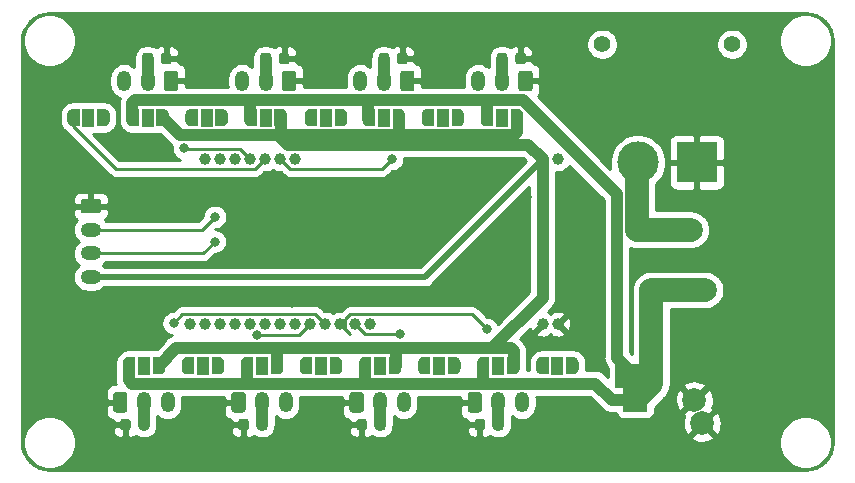
<source format=gbl>
G04 #@! TF.GenerationSoftware,KiCad,Pcbnew,(5.1.5)-3*
G04 #@! TF.CreationDate,2020-11-13T22:42:07+09:00*
G04 #@! TF.ProjectId,shield_servo_adc_sw_gpio_led,73686965-6c64-45f7-9365-72766f5f6164,rev?*
G04 #@! TF.SameCoordinates,PXb532b80PY717cbc0*
G04 #@! TF.FileFunction,Copper,L2,Bot*
G04 #@! TF.FilePolarity,Positive*
%FSLAX46Y46*%
G04 Gerber Fmt 4.6, Leading zero omitted, Abs format (unit mm)*
G04 Created by KiCad (PCBNEW (5.1.5)-3) date 2020-11-13 22:42:07*
%MOMM*%
%LPD*%
G04 APERTURE LIST*
%ADD10C,2.010000*%
%ADD11C,1.000000*%
%ADD12R,1.000000X1.500000*%
%ADD13C,0.100000*%
%ADD14C,3.500000*%
%ADD15R,3.500000X3.500000*%
%ADD16C,1.400000*%
%ADD17O,1.750000X1.200000*%
%ADD18O,1.200000X1.750000*%
%ADD19C,2.000000*%
%ADD20R,2.000000X2.000000*%
%ADD21C,0.800000*%
%ADD22C,1.000000*%
%ADD23C,2.000000*%
%ADD24C,0.500000*%
%ADD25C,0.250000*%
%ADD26C,0.254000*%
G04 APERTURE END LIST*
D10*
X52750000Y-19000000D03*
X53950000Y-24100000D03*
X57300000Y-19000000D03*
X58500000Y-24100000D03*
D11*
X16180000Y-13015000D03*
X17450000Y-13015000D03*
X18720000Y-13015000D03*
X19990000Y-13015000D03*
X46025000Y-13015000D03*
X44755000Y-13015000D03*
X44755000Y-26985000D03*
X46025000Y-26985000D03*
X21260000Y-13015000D03*
X22530000Y-13015000D03*
X23800000Y-13015000D03*
X30150000Y-26985000D03*
X28880000Y-26985000D03*
X27610000Y-26985000D03*
X26340000Y-26985000D03*
X25070000Y-26985000D03*
X23800000Y-26985000D03*
X22530000Y-26985000D03*
X21260000Y-26985000D03*
X19990000Y-26985000D03*
X18720000Y-26985000D03*
X17450000Y-26985000D03*
X16180000Y-26985000D03*
X14910000Y-26985000D03*
D12*
X46000000Y-30500000D03*
G04 #@! TA.AperFunction,SMDPad,CuDef*
D13*
G36*
X47300000Y-29750602D02*
G01*
X47324534Y-29750602D01*
X47373365Y-29755412D01*
X47421490Y-29764984D01*
X47468445Y-29779228D01*
X47513778Y-29798005D01*
X47557051Y-29821136D01*
X47597850Y-29848396D01*
X47635779Y-29879524D01*
X47670476Y-29914221D01*
X47701604Y-29952150D01*
X47728864Y-29992949D01*
X47751995Y-30036222D01*
X47770772Y-30081555D01*
X47785016Y-30128510D01*
X47794588Y-30176635D01*
X47799398Y-30225466D01*
X47799398Y-30250000D01*
X47800000Y-30250000D01*
X47800000Y-30750000D01*
X47799398Y-30750000D01*
X47799398Y-30774534D01*
X47794588Y-30823365D01*
X47785016Y-30871490D01*
X47770772Y-30918445D01*
X47751995Y-30963778D01*
X47728864Y-31007051D01*
X47701604Y-31047850D01*
X47670476Y-31085779D01*
X47635779Y-31120476D01*
X47597850Y-31151604D01*
X47557051Y-31178864D01*
X47513778Y-31201995D01*
X47468445Y-31220772D01*
X47421490Y-31235016D01*
X47373365Y-31244588D01*
X47324534Y-31249398D01*
X47300000Y-31249398D01*
X47300000Y-31250000D01*
X46750000Y-31250000D01*
X46750000Y-29750000D01*
X47300000Y-29750000D01*
X47300000Y-29750602D01*
G37*
G04 #@! TD.AperFunction*
G04 #@! TA.AperFunction,SMDPad,CuDef*
G36*
X45250000Y-31250000D02*
G01*
X44700000Y-31250000D01*
X44700000Y-31249398D01*
X44675466Y-31249398D01*
X44626635Y-31244588D01*
X44578510Y-31235016D01*
X44531555Y-31220772D01*
X44486222Y-31201995D01*
X44442949Y-31178864D01*
X44402150Y-31151604D01*
X44364221Y-31120476D01*
X44329524Y-31085779D01*
X44298396Y-31047850D01*
X44271136Y-31007051D01*
X44248005Y-30963778D01*
X44229228Y-30918445D01*
X44214984Y-30871490D01*
X44205412Y-30823365D01*
X44200602Y-30774534D01*
X44200602Y-30750000D01*
X44200000Y-30750000D01*
X44200000Y-30250000D01*
X44200602Y-30250000D01*
X44200602Y-30225466D01*
X44205412Y-30176635D01*
X44214984Y-30128510D01*
X44229228Y-30081555D01*
X44248005Y-30036222D01*
X44271136Y-29992949D01*
X44298396Y-29952150D01*
X44329524Y-29914221D01*
X44364221Y-29879524D01*
X44402150Y-29848396D01*
X44442949Y-29821136D01*
X44486222Y-29798005D01*
X44531555Y-29779228D01*
X44578510Y-29764984D01*
X44626635Y-29755412D01*
X44675466Y-29750602D01*
X44700000Y-29750602D01*
X44700000Y-29750000D01*
X45250000Y-29750000D01*
X45250000Y-31250000D01*
G37*
G04 #@! TD.AperFunction*
D12*
X36000000Y-30500000D03*
G04 #@! TA.AperFunction,SMDPad,CuDef*
D13*
G36*
X37300000Y-29750602D02*
G01*
X37324534Y-29750602D01*
X37373365Y-29755412D01*
X37421490Y-29764984D01*
X37468445Y-29779228D01*
X37513778Y-29798005D01*
X37557051Y-29821136D01*
X37597850Y-29848396D01*
X37635779Y-29879524D01*
X37670476Y-29914221D01*
X37701604Y-29952150D01*
X37728864Y-29992949D01*
X37751995Y-30036222D01*
X37770772Y-30081555D01*
X37785016Y-30128510D01*
X37794588Y-30176635D01*
X37799398Y-30225466D01*
X37799398Y-30250000D01*
X37800000Y-30250000D01*
X37800000Y-30750000D01*
X37799398Y-30750000D01*
X37799398Y-30774534D01*
X37794588Y-30823365D01*
X37785016Y-30871490D01*
X37770772Y-30918445D01*
X37751995Y-30963778D01*
X37728864Y-31007051D01*
X37701604Y-31047850D01*
X37670476Y-31085779D01*
X37635779Y-31120476D01*
X37597850Y-31151604D01*
X37557051Y-31178864D01*
X37513778Y-31201995D01*
X37468445Y-31220772D01*
X37421490Y-31235016D01*
X37373365Y-31244588D01*
X37324534Y-31249398D01*
X37300000Y-31249398D01*
X37300000Y-31250000D01*
X36750000Y-31250000D01*
X36750000Y-29750000D01*
X37300000Y-29750000D01*
X37300000Y-29750602D01*
G37*
G04 #@! TD.AperFunction*
G04 #@! TA.AperFunction,SMDPad,CuDef*
G36*
X35250000Y-31250000D02*
G01*
X34700000Y-31250000D01*
X34700000Y-31249398D01*
X34675466Y-31249398D01*
X34626635Y-31244588D01*
X34578510Y-31235016D01*
X34531555Y-31220772D01*
X34486222Y-31201995D01*
X34442949Y-31178864D01*
X34402150Y-31151604D01*
X34364221Y-31120476D01*
X34329524Y-31085779D01*
X34298396Y-31047850D01*
X34271136Y-31007051D01*
X34248005Y-30963778D01*
X34229228Y-30918445D01*
X34214984Y-30871490D01*
X34205412Y-30823365D01*
X34200602Y-30774534D01*
X34200602Y-30750000D01*
X34200000Y-30750000D01*
X34200000Y-30250000D01*
X34200602Y-30250000D01*
X34200602Y-30225466D01*
X34205412Y-30176635D01*
X34214984Y-30128510D01*
X34229228Y-30081555D01*
X34248005Y-30036222D01*
X34271136Y-29992949D01*
X34298396Y-29952150D01*
X34329524Y-29914221D01*
X34364221Y-29879524D01*
X34402150Y-29848396D01*
X34442949Y-29821136D01*
X34486222Y-29798005D01*
X34531555Y-29779228D01*
X34578510Y-29764984D01*
X34626635Y-29755412D01*
X34675466Y-29750602D01*
X34700000Y-29750602D01*
X34700000Y-29750000D01*
X35250000Y-29750000D01*
X35250000Y-31250000D01*
G37*
G04 #@! TD.AperFunction*
D12*
X26000000Y-30500000D03*
G04 #@! TA.AperFunction,SMDPad,CuDef*
D13*
G36*
X27300000Y-29750602D02*
G01*
X27324534Y-29750602D01*
X27373365Y-29755412D01*
X27421490Y-29764984D01*
X27468445Y-29779228D01*
X27513778Y-29798005D01*
X27557051Y-29821136D01*
X27597850Y-29848396D01*
X27635779Y-29879524D01*
X27670476Y-29914221D01*
X27701604Y-29952150D01*
X27728864Y-29992949D01*
X27751995Y-30036222D01*
X27770772Y-30081555D01*
X27785016Y-30128510D01*
X27794588Y-30176635D01*
X27799398Y-30225466D01*
X27799398Y-30250000D01*
X27800000Y-30250000D01*
X27800000Y-30750000D01*
X27799398Y-30750000D01*
X27799398Y-30774534D01*
X27794588Y-30823365D01*
X27785016Y-30871490D01*
X27770772Y-30918445D01*
X27751995Y-30963778D01*
X27728864Y-31007051D01*
X27701604Y-31047850D01*
X27670476Y-31085779D01*
X27635779Y-31120476D01*
X27597850Y-31151604D01*
X27557051Y-31178864D01*
X27513778Y-31201995D01*
X27468445Y-31220772D01*
X27421490Y-31235016D01*
X27373365Y-31244588D01*
X27324534Y-31249398D01*
X27300000Y-31249398D01*
X27300000Y-31250000D01*
X26750000Y-31250000D01*
X26750000Y-29750000D01*
X27300000Y-29750000D01*
X27300000Y-29750602D01*
G37*
G04 #@! TD.AperFunction*
G04 #@! TA.AperFunction,SMDPad,CuDef*
G36*
X25250000Y-31250000D02*
G01*
X24700000Y-31250000D01*
X24700000Y-31249398D01*
X24675466Y-31249398D01*
X24626635Y-31244588D01*
X24578510Y-31235016D01*
X24531555Y-31220772D01*
X24486222Y-31201995D01*
X24442949Y-31178864D01*
X24402150Y-31151604D01*
X24364221Y-31120476D01*
X24329524Y-31085779D01*
X24298396Y-31047850D01*
X24271136Y-31007051D01*
X24248005Y-30963778D01*
X24229228Y-30918445D01*
X24214984Y-30871490D01*
X24205412Y-30823365D01*
X24200602Y-30774534D01*
X24200602Y-30750000D01*
X24200000Y-30750000D01*
X24200000Y-30250000D01*
X24200602Y-30250000D01*
X24200602Y-30225466D01*
X24205412Y-30176635D01*
X24214984Y-30128510D01*
X24229228Y-30081555D01*
X24248005Y-30036222D01*
X24271136Y-29992949D01*
X24298396Y-29952150D01*
X24329524Y-29914221D01*
X24364221Y-29879524D01*
X24402150Y-29848396D01*
X24442949Y-29821136D01*
X24486222Y-29798005D01*
X24531555Y-29779228D01*
X24578510Y-29764984D01*
X24626635Y-29755412D01*
X24675466Y-29750602D01*
X24700000Y-29750602D01*
X24700000Y-29750000D01*
X25250000Y-29750000D01*
X25250000Y-31250000D01*
G37*
G04 #@! TD.AperFunction*
D12*
X16000000Y-30500000D03*
G04 #@! TA.AperFunction,SMDPad,CuDef*
D13*
G36*
X17300000Y-29750602D02*
G01*
X17324534Y-29750602D01*
X17373365Y-29755412D01*
X17421490Y-29764984D01*
X17468445Y-29779228D01*
X17513778Y-29798005D01*
X17557051Y-29821136D01*
X17597850Y-29848396D01*
X17635779Y-29879524D01*
X17670476Y-29914221D01*
X17701604Y-29952150D01*
X17728864Y-29992949D01*
X17751995Y-30036222D01*
X17770772Y-30081555D01*
X17785016Y-30128510D01*
X17794588Y-30176635D01*
X17799398Y-30225466D01*
X17799398Y-30250000D01*
X17800000Y-30250000D01*
X17800000Y-30750000D01*
X17799398Y-30750000D01*
X17799398Y-30774534D01*
X17794588Y-30823365D01*
X17785016Y-30871490D01*
X17770772Y-30918445D01*
X17751995Y-30963778D01*
X17728864Y-31007051D01*
X17701604Y-31047850D01*
X17670476Y-31085779D01*
X17635779Y-31120476D01*
X17597850Y-31151604D01*
X17557051Y-31178864D01*
X17513778Y-31201995D01*
X17468445Y-31220772D01*
X17421490Y-31235016D01*
X17373365Y-31244588D01*
X17324534Y-31249398D01*
X17300000Y-31249398D01*
X17300000Y-31250000D01*
X16750000Y-31250000D01*
X16750000Y-29750000D01*
X17300000Y-29750000D01*
X17300000Y-29750602D01*
G37*
G04 #@! TD.AperFunction*
G04 #@! TA.AperFunction,SMDPad,CuDef*
G36*
X15250000Y-31250000D02*
G01*
X14700000Y-31250000D01*
X14700000Y-31249398D01*
X14675466Y-31249398D01*
X14626635Y-31244588D01*
X14578510Y-31235016D01*
X14531555Y-31220772D01*
X14486222Y-31201995D01*
X14442949Y-31178864D01*
X14402150Y-31151604D01*
X14364221Y-31120476D01*
X14329524Y-31085779D01*
X14298396Y-31047850D01*
X14271136Y-31007051D01*
X14248005Y-30963778D01*
X14229228Y-30918445D01*
X14214984Y-30871490D01*
X14205412Y-30823365D01*
X14200602Y-30774534D01*
X14200602Y-30750000D01*
X14200000Y-30750000D01*
X14200000Y-30250000D01*
X14200602Y-30250000D01*
X14200602Y-30225466D01*
X14205412Y-30176635D01*
X14214984Y-30128510D01*
X14229228Y-30081555D01*
X14248005Y-30036222D01*
X14271136Y-29992949D01*
X14298396Y-29952150D01*
X14329524Y-29914221D01*
X14364221Y-29879524D01*
X14402150Y-29848396D01*
X14442949Y-29821136D01*
X14486222Y-29798005D01*
X14531555Y-29779228D01*
X14578510Y-29764984D01*
X14626635Y-29755412D01*
X14675466Y-29750602D01*
X14700000Y-29750602D01*
X14700000Y-29750000D01*
X15250000Y-29750000D01*
X15250000Y-31250000D01*
G37*
G04 #@! TD.AperFunction*
D12*
X41000000Y-30500000D03*
G04 #@! TA.AperFunction,SMDPad,CuDef*
D13*
G36*
X42300000Y-29750602D02*
G01*
X42324534Y-29750602D01*
X42373365Y-29755412D01*
X42421490Y-29764984D01*
X42468445Y-29779228D01*
X42513778Y-29798005D01*
X42557051Y-29821136D01*
X42597850Y-29848396D01*
X42635779Y-29879524D01*
X42670476Y-29914221D01*
X42701604Y-29952150D01*
X42728864Y-29992949D01*
X42751995Y-30036222D01*
X42770772Y-30081555D01*
X42785016Y-30128510D01*
X42794588Y-30176635D01*
X42799398Y-30225466D01*
X42799398Y-30250000D01*
X42800000Y-30250000D01*
X42800000Y-30750000D01*
X42799398Y-30750000D01*
X42799398Y-30774534D01*
X42794588Y-30823365D01*
X42785016Y-30871490D01*
X42770772Y-30918445D01*
X42751995Y-30963778D01*
X42728864Y-31007051D01*
X42701604Y-31047850D01*
X42670476Y-31085779D01*
X42635779Y-31120476D01*
X42597850Y-31151604D01*
X42557051Y-31178864D01*
X42513778Y-31201995D01*
X42468445Y-31220772D01*
X42421490Y-31235016D01*
X42373365Y-31244588D01*
X42324534Y-31249398D01*
X42300000Y-31249398D01*
X42300000Y-31250000D01*
X41750000Y-31250000D01*
X41750000Y-29750000D01*
X42300000Y-29750000D01*
X42300000Y-29750602D01*
G37*
G04 #@! TD.AperFunction*
G04 #@! TA.AperFunction,SMDPad,CuDef*
G36*
X40250000Y-31250000D02*
G01*
X39700000Y-31250000D01*
X39700000Y-31249398D01*
X39675466Y-31249398D01*
X39626635Y-31244588D01*
X39578510Y-31235016D01*
X39531555Y-31220772D01*
X39486222Y-31201995D01*
X39442949Y-31178864D01*
X39402150Y-31151604D01*
X39364221Y-31120476D01*
X39329524Y-31085779D01*
X39298396Y-31047850D01*
X39271136Y-31007051D01*
X39248005Y-30963778D01*
X39229228Y-30918445D01*
X39214984Y-30871490D01*
X39205412Y-30823365D01*
X39200602Y-30774534D01*
X39200602Y-30750000D01*
X39200000Y-30750000D01*
X39200000Y-30250000D01*
X39200602Y-30250000D01*
X39200602Y-30225466D01*
X39205412Y-30176635D01*
X39214984Y-30128510D01*
X39229228Y-30081555D01*
X39248005Y-30036222D01*
X39271136Y-29992949D01*
X39298396Y-29952150D01*
X39329524Y-29914221D01*
X39364221Y-29879524D01*
X39402150Y-29848396D01*
X39442949Y-29821136D01*
X39486222Y-29798005D01*
X39531555Y-29779228D01*
X39578510Y-29764984D01*
X39626635Y-29755412D01*
X39675466Y-29750602D01*
X39700000Y-29750602D01*
X39700000Y-29750000D01*
X40250000Y-29750000D01*
X40250000Y-31250000D01*
G37*
G04 #@! TD.AperFunction*
D12*
X31000000Y-30500000D03*
G04 #@! TA.AperFunction,SMDPad,CuDef*
D13*
G36*
X32300000Y-29750602D02*
G01*
X32324534Y-29750602D01*
X32373365Y-29755412D01*
X32421490Y-29764984D01*
X32468445Y-29779228D01*
X32513778Y-29798005D01*
X32557051Y-29821136D01*
X32597850Y-29848396D01*
X32635779Y-29879524D01*
X32670476Y-29914221D01*
X32701604Y-29952150D01*
X32728864Y-29992949D01*
X32751995Y-30036222D01*
X32770772Y-30081555D01*
X32785016Y-30128510D01*
X32794588Y-30176635D01*
X32799398Y-30225466D01*
X32799398Y-30250000D01*
X32800000Y-30250000D01*
X32800000Y-30750000D01*
X32799398Y-30750000D01*
X32799398Y-30774534D01*
X32794588Y-30823365D01*
X32785016Y-30871490D01*
X32770772Y-30918445D01*
X32751995Y-30963778D01*
X32728864Y-31007051D01*
X32701604Y-31047850D01*
X32670476Y-31085779D01*
X32635779Y-31120476D01*
X32597850Y-31151604D01*
X32557051Y-31178864D01*
X32513778Y-31201995D01*
X32468445Y-31220772D01*
X32421490Y-31235016D01*
X32373365Y-31244588D01*
X32324534Y-31249398D01*
X32300000Y-31249398D01*
X32300000Y-31250000D01*
X31750000Y-31250000D01*
X31750000Y-29750000D01*
X32300000Y-29750000D01*
X32300000Y-29750602D01*
G37*
G04 #@! TD.AperFunction*
G04 #@! TA.AperFunction,SMDPad,CuDef*
G36*
X30250000Y-31250000D02*
G01*
X29700000Y-31250000D01*
X29700000Y-31249398D01*
X29675466Y-31249398D01*
X29626635Y-31244588D01*
X29578510Y-31235016D01*
X29531555Y-31220772D01*
X29486222Y-31201995D01*
X29442949Y-31178864D01*
X29402150Y-31151604D01*
X29364221Y-31120476D01*
X29329524Y-31085779D01*
X29298396Y-31047850D01*
X29271136Y-31007051D01*
X29248005Y-30963778D01*
X29229228Y-30918445D01*
X29214984Y-30871490D01*
X29205412Y-30823365D01*
X29200602Y-30774534D01*
X29200602Y-30750000D01*
X29200000Y-30750000D01*
X29200000Y-30250000D01*
X29200602Y-30250000D01*
X29200602Y-30225466D01*
X29205412Y-30176635D01*
X29214984Y-30128510D01*
X29229228Y-30081555D01*
X29248005Y-30036222D01*
X29271136Y-29992949D01*
X29298396Y-29952150D01*
X29329524Y-29914221D01*
X29364221Y-29879524D01*
X29402150Y-29848396D01*
X29442949Y-29821136D01*
X29486222Y-29798005D01*
X29531555Y-29779228D01*
X29578510Y-29764984D01*
X29626635Y-29755412D01*
X29675466Y-29750602D01*
X29700000Y-29750602D01*
X29700000Y-29750000D01*
X30250000Y-29750000D01*
X30250000Y-31250000D01*
G37*
G04 #@! TD.AperFunction*
D12*
X21000000Y-30500000D03*
G04 #@! TA.AperFunction,SMDPad,CuDef*
D13*
G36*
X22300000Y-29750602D02*
G01*
X22324534Y-29750602D01*
X22373365Y-29755412D01*
X22421490Y-29764984D01*
X22468445Y-29779228D01*
X22513778Y-29798005D01*
X22557051Y-29821136D01*
X22597850Y-29848396D01*
X22635779Y-29879524D01*
X22670476Y-29914221D01*
X22701604Y-29952150D01*
X22728864Y-29992949D01*
X22751995Y-30036222D01*
X22770772Y-30081555D01*
X22785016Y-30128510D01*
X22794588Y-30176635D01*
X22799398Y-30225466D01*
X22799398Y-30250000D01*
X22800000Y-30250000D01*
X22800000Y-30750000D01*
X22799398Y-30750000D01*
X22799398Y-30774534D01*
X22794588Y-30823365D01*
X22785016Y-30871490D01*
X22770772Y-30918445D01*
X22751995Y-30963778D01*
X22728864Y-31007051D01*
X22701604Y-31047850D01*
X22670476Y-31085779D01*
X22635779Y-31120476D01*
X22597850Y-31151604D01*
X22557051Y-31178864D01*
X22513778Y-31201995D01*
X22468445Y-31220772D01*
X22421490Y-31235016D01*
X22373365Y-31244588D01*
X22324534Y-31249398D01*
X22300000Y-31249398D01*
X22300000Y-31250000D01*
X21750000Y-31250000D01*
X21750000Y-29750000D01*
X22300000Y-29750000D01*
X22300000Y-29750602D01*
G37*
G04 #@! TD.AperFunction*
G04 #@! TA.AperFunction,SMDPad,CuDef*
G36*
X20250000Y-31250000D02*
G01*
X19700000Y-31250000D01*
X19700000Y-31249398D01*
X19675466Y-31249398D01*
X19626635Y-31244588D01*
X19578510Y-31235016D01*
X19531555Y-31220772D01*
X19486222Y-31201995D01*
X19442949Y-31178864D01*
X19402150Y-31151604D01*
X19364221Y-31120476D01*
X19329524Y-31085779D01*
X19298396Y-31047850D01*
X19271136Y-31007051D01*
X19248005Y-30963778D01*
X19229228Y-30918445D01*
X19214984Y-30871490D01*
X19205412Y-30823365D01*
X19200602Y-30774534D01*
X19200602Y-30750000D01*
X19200000Y-30750000D01*
X19200000Y-30250000D01*
X19200602Y-30250000D01*
X19200602Y-30225466D01*
X19205412Y-30176635D01*
X19214984Y-30128510D01*
X19229228Y-30081555D01*
X19248005Y-30036222D01*
X19271136Y-29992949D01*
X19298396Y-29952150D01*
X19329524Y-29914221D01*
X19364221Y-29879524D01*
X19402150Y-29848396D01*
X19442949Y-29821136D01*
X19486222Y-29798005D01*
X19531555Y-29779228D01*
X19578510Y-29764984D01*
X19626635Y-29755412D01*
X19675466Y-29750602D01*
X19700000Y-29750602D01*
X19700000Y-29750000D01*
X20250000Y-29750000D01*
X20250000Y-31250000D01*
G37*
G04 #@! TD.AperFunction*
D12*
X11000000Y-30500000D03*
G04 #@! TA.AperFunction,SMDPad,CuDef*
D13*
G36*
X12300000Y-29750602D02*
G01*
X12324534Y-29750602D01*
X12373365Y-29755412D01*
X12421490Y-29764984D01*
X12468445Y-29779228D01*
X12513778Y-29798005D01*
X12557051Y-29821136D01*
X12597850Y-29848396D01*
X12635779Y-29879524D01*
X12670476Y-29914221D01*
X12701604Y-29952150D01*
X12728864Y-29992949D01*
X12751995Y-30036222D01*
X12770772Y-30081555D01*
X12785016Y-30128510D01*
X12794588Y-30176635D01*
X12799398Y-30225466D01*
X12799398Y-30250000D01*
X12800000Y-30250000D01*
X12800000Y-30750000D01*
X12799398Y-30750000D01*
X12799398Y-30774534D01*
X12794588Y-30823365D01*
X12785016Y-30871490D01*
X12770772Y-30918445D01*
X12751995Y-30963778D01*
X12728864Y-31007051D01*
X12701604Y-31047850D01*
X12670476Y-31085779D01*
X12635779Y-31120476D01*
X12597850Y-31151604D01*
X12557051Y-31178864D01*
X12513778Y-31201995D01*
X12468445Y-31220772D01*
X12421490Y-31235016D01*
X12373365Y-31244588D01*
X12324534Y-31249398D01*
X12300000Y-31249398D01*
X12300000Y-31250000D01*
X11750000Y-31250000D01*
X11750000Y-29750000D01*
X12300000Y-29750000D01*
X12300000Y-29750602D01*
G37*
G04 #@! TD.AperFunction*
G04 #@! TA.AperFunction,SMDPad,CuDef*
G36*
X10250000Y-31250000D02*
G01*
X9700000Y-31250000D01*
X9700000Y-31249398D01*
X9675466Y-31249398D01*
X9626635Y-31244588D01*
X9578510Y-31235016D01*
X9531555Y-31220772D01*
X9486222Y-31201995D01*
X9442949Y-31178864D01*
X9402150Y-31151604D01*
X9364221Y-31120476D01*
X9329524Y-31085779D01*
X9298396Y-31047850D01*
X9271136Y-31007051D01*
X9248005Y-30963778D01*
X9229228Y-30918445D01*
X9214984Y-30871490D01*
X9205412Y-30823365D01*
X9200602Y-30774534D01*
X9200602Y-30750000D01*
X9200000Y-30750000D01*
X9200000Y-30250000D01*
X9200602Y-30250000D01*
X9200602Y-30225466D01*
X9205412Y-30176635D01*
X9214984Y-30128510D01*
X9229228Y-30081555D01*
X9248005Y-30036222D01*
X9271136Y-29992949D01*
X9298396Y-29952150D01*
X9329524Y-29914221D01*
X9364221Y-29879524D01*
X9402150Y-29848396D01*
X9442949Y-29821136D01*
X9486222Y-29798005D01*
X9531555Y-29779228D01*
X9578510Y-29764984D01*
X9626635Y-29755412D01*
X9675466Y-29750602D01*
X9700000Y-29750602D01*
X9700000Y-29750000D01*
X10250000Y-29750000D01*
X10250000Y-31250000D01*
G37*
G04 #@! TD.AperFunction*
D12*
X36300000Y-9500000D03*
G04 #@! TA.AperFunction,SMDPad,CuDef*
D13*
G36*
X37600000Y-8750602D02*
G01*
X37624534Y-8750602D01*
X37673365Y-8755412D01*
X37721490Y-8764984D01*
X37768445Y-8779228D01*
X37813778Y-8798005D01*
X37857051Y-8821136D01*
X37897850Y-8848396D01*
X37935779Y-8879524D01*
X37970476Y-8914221D01*
X38001604Y-8952150D01*
X38028864Y-8992949D01*
X38051995Y-9036222D01*
X38070772Y-9081555D01*
X38085016Y-9128510D01*
X38094588Y-9176635D01*
X38099398Y-9225466D01*
X38099398Y-9250000D01*
X38100000Y-9250000D01*
X38100000Y-9750000D01*
X38099398Y-9750000D01*
X38099398Y-9774534D01*
X38094588Y-9823365D01*
X38085016Y-9871490D01*
X38070772Y-9918445D01*
X38051995Y-9963778D01*
X38028864Y-10007051D01*
X38001604Y-10047850D01*
X37970476Y-10085779D01*
X37935779Y-10120476D01*
X37897850Y-10151604D01*
X37857051Y-10178864D01*
X37813778Y-10201995D01*
X37768445Y-10220772D01*
X37721490Y-10235016D01*
X37673365Y-10244588D01*
X37624534Y-10249398D01*
X37600000Y-10249398D01*
X37600000Y-10250000D01*
X37050000Y-10250000D01*
X37050000Y-8750000D01*
X37600000Y-8750000D01*
X37600000Y-8750602D01*
G37*
G04 #@! TD.AperFunction*
G04 #@! TA.AperFunction,SMDPad,CuDef*
G36*
X35550000Y-10250000D02*
G01*
X35000000Y-10250000D01*
X35000000Y-10249398D01*
X34975466Y-10249398D01*
X34926635Y-10244588D01*
X34878510Y-10235016D01*
X34831555Y-10220772D01*
X34786222Y-10201995D01*
X34742949Y-10178864D01*
X34702150Y-10151604D01*
X34664221Y-10120476D01*
X34629524Y-10085779D01*
X34598396Y-10047850D01*
X34571136Y-10007051D01*
X34548005Y-9963778D01*
X34529228Y-9918445D01*
X34514984Y-9871490D01*
X34505412Y-9823365D01*
X34500602Y-9774534D01*
X34500602Y-9750000D01*
X34500000Y-9750000D01*
X34500000Y-9250000D01*
X34500602Y-9250000D01*
X34500602Y-9225466D01*
X34505412Y-9176635D01*
X34514984Y-9128510D01*
X34529228Y-9081555D01*
X34548005Y-9036222D01*
X34571136Y-8992949D01*
X34598396Y-8952150D01*
X34629524Y-8914221D01*
X34664221Y-8879524D01*
X34702150Y-8848396D01*
X34742949Y-8821136D01*
X34786222Y-8798005D01*
X34831555Y-8779228D01*
X34878510Y-8764984D01*
X34926635Y-8755412D01*
X34975466Y-8750602D01*
X35000000Y-8750602D01*
X35000000Y-8750000D01*
X35550000Y-8750000D01*
X35550000Y-10250000D01*
G37*
G04 #@! TD.AperFunction*
D12*
X26400000Y-9500000D03*
G04 #@! TA.AperFunction,SMDPad,CuDef*
D13*
G36*
X27700000Y-8750602D02*
G01*
X27724534Y-8750602D01*
X27773365Y-8755412D01*
X27821490Y-8764984D01*
X27868445Y-8779228D01*
X27913778Y-8798005D01*
X27957051Y-8821136D01*
X27997850Y-8848396D01*
X28035779Y-8879524D01*
X28070476Y-8914221D01*
X28101604Y-8952150D01*
X28128864Y-8992949D01*
X28151995Y-9036222D01*
X28170772Y-9081555D01*
X28185016Y-9128510D01*
X28194588Y-9176635D01*
X28199398Y-9225466D01*
X28199398Y-9250000D01*
X28200000Y-9250000D01*
X28200000Y-9750000D01*
X28199398Y-9750000D01*
X28199398Y-9774534D01*
X28194588Y-9823365D01*
X28185016Y-9871490D01*
X28170772Y-9918445D01*
X28151995Y-9963778D01*
X28128864Y-10007051D01*
X28101604Y-10047850D01*
X28070476Y-10085779D01*
X28035779Y-10120476D01*
X27997850Y-10151604D01*
X27957051Y-10178864D01*
X27913778Y-10201995D01*
X27868445Y-10220772D01*
X27821490Y-10235016D01*
X27773365Y-10244588D01*
X27724534Y-10249398D01*
X27700000Y-10249398D01*
X27700000Y-10250000D01*
X27150000Y-10250000D01*
X27150000Y-8750000D01*
X27700000Y-8750000D01*
X27700000Y-8750602D01*
G37*
G04 #@! TD.AperFunction*
G04 #@! TA.AperFunction,SMDPad,CuDef*
G36*
X25650000Y-10250000D02*
G01*
X25100000Y-10250000D01*
X25100000Y-10249398D01*
X25075466Y-10249398D01*
X25026635Y-10244588D01*
X24978510Y-10235016D01*
X24931555Y-10220772D01*
X24886222Y-10201995D01*
X24842949Y-10178864D01*
X24802150Y-10151604D01*
X24764221Y-10120476D01*
X24729524Y-10085779D01*
X24698396Y-10047850D01*
X24671136Y-10007051D01*
X24648005Y-9963778D01*
X24629228Y-9918445D01*
X24614984Y-9871490D01*
X24605412Y-9823365D01*
X24600602Y-9774534D01*
X24600602Y-9750000D01*
X24600000Y-9750000D01*
X24600000Y-9250000D01*
X24600602Y-9250000D01*
X24600602Y-9225466D01*
X24605412Y-9176635D01*
X24614984Y-9128510D01*
X24629228Y-9081555D01*
X24648005Y-9036222D01*
X24671136Y-8992949D01*
X24698396Y-8952150D01*
X24729524Y-8914221D01*
X24764221Y-8879524D01*
X24802150Y-8848396D01*
X24842949Y-8821136D01*
X24886222Y-8798005D01*
X24931555Y-8779228D01*
X24978510Y-8764984D01*
X25026635Y-8755412D01*
X25075466Y-8750602D01*
X25100000Y-8750602D01*
X25100000Y-8750000D01*
X25650000Y-8750000D01*
X25650000Y-10250000D01*
G37*
G04 #@! TD.AperFunction*
D12*
X16300000Y-9500000D03*
G04 #@! TA.AperFunction,SMDPad,CuDef*
D13*
G36*
X17600000Y-8750602D02*
G01*
X17624534Y-8750602D01*
X17673365Y-8755412D01*
X17721490Y-8764984D01*
X17768445Y-8779228D01*
X17813778Y-8798005D01*
X17857051Y-8821136D01*
X17897850Y-8848396D01*
X17935779Y-8879524D01*
X17970476Y-8914221D01*
X18001604Y-8952150D01*
X18028864Y-8992949D01*
X18051995Y-9036222D01*
X18070772Y-9081555D01*
X18085016Y-9128510D01*
X18094588Y-9176635D01*
X18099398Y-9225466D01*
X18099398Y-9250000D01*
X18100000Y-9250000D01*
X18100000Y-9750000D01*
X18099398Y-9750000D01*
X18099398Y-9774534D01*
X18094588Y-9823365D01*
X18085016Y-9871490D01*
X18070772Y-9918445D01*
X18051995Y-9963778D01*
X18028864Y-10007051D01*
X18001604Y-10047850D01*
X17970476Y-10085779D01*
X17935779Y-10120476D01*
X17897850Y-10151604D01*
X17857051Y-10178864D01*
X17813778Y-10201995D01*
X17768445Y-10220772D01*
X17721490Y-10235016D01*
X17673365Y-10244588D01*
X17624534Y-10249398D01*
X17600000Y-10249398D01*
X17600000Y-10250000D01*
X17050000Y-10250000D01*
X17050000Y-8750000D01*
X17600000Y-8750000D01*
X17600000Y-8750602D01*
G37*
G04 #@! TD.AperFunction*
G04 #@! TA.AperFunction,SMDPad,CuDef*
G36*
X15550000Y-10250000D02*
G01*
X15000000Y-10250000D01*
X15000000Y-10249398D01*
X14975466Y-10249398D01*
X14926635Y-10244588D01*
X14878510Y-10235016D01*
X14831555Y-10220772D01*
X14786222Y-10201995D01*
X14742949Y-10178864D01*
X14702150Y-10151604D01*
X14664221Y-10120476D01*
X14629524Y-10085779D01*
X14598396Y-10047850D01*
X14571136Y-10007051D01*
X14548005Y-9963778D01*
X14529228Y-9918445D01*
X14514984Y-9871490D01*
X14505412Y-9823365D01*
X14500602Y-9774534D01*
X14500602Y-9750000D01*
X14500000Y-9750000D01*
X14500000Y-9250000D01*
X14500602Y-9250000D01*
X14500602Y-9225466D01*
X14505412Y-9176635D01*
X14514984Y-9128510D01*
X14529228Y-9081555D01*
X14548005Y-9036222D01*
X14571136Y-8992949D01*
X14598396Y-8952150D01*
X14629524Y-8914221D01*
X14664221Y-8879524D01*
X14702150Y-8848396D01*
X14742949Y-8821136D01*
X14786222Y-8798005D01*
X14831555Y-8779228D01*
X14878510Y-8764984D01*
X14926635Y-8755412D01*
X14975466Y-8750602D01*
X15000000Y-8750602D01*
X15000000Y-8750000D01*
X15550000Y-8750000D01*
X15550000Y-10250000D01*
G37*
G04 #@! TD.AperFunction*
D12*
X6300000Y-9500000D03*
G04 #@! TA.AperFunction,SMDPad,CuDef*
D13*
G36*
X7600000Y-8750602D02*
G01*
X7624534Y-8750602D01*
X7673365Y-8755412D01*
X7721490Y-8764984D01*
X7768445Y-8779228D01*
X7813778Y-8798005D01*
X7857051Y-8821136D01*
X7897850Y-8848396D01*
X7935779Y-8879524D01*
X7970476Y-8914221D01*
X8001604Y-8952150D01*
X8028864Y-8992949D01*
X8051995Y-9036222D01*
X8070772Y-9081555D01*
X8085016Y-9128510D01*
X8094588Y-9176635D01*
X8099398Y-9225466D01*
X8099398Y-9250000D01*
X8100000Y-9250000D01*
X8100000Y-9750000D01*
X8099398Y-9750000D01*
X8099398Y-9774534D01*
X8094588Y-9823365D01*
X8085016Y-9871490D01*
X8070772Y-9918445D01*
X8051995Y-9963778D01*
X8028864Y-10007051D01*
X8001604Y-10047850D01*
X7970476Y-10085779D01*
X7935779Y-10120476D01*
X7897850Y-10151604D01*
X7857051Y-10178864D01*
X7813778Y-10201995D01*
X7768445Y-10220772D01*
X7721490Y-10235016D01*
X7673365Y-10244588D01*
X7624534Y-10249398D01*
X7600000Y-10249398D01*
X7600000Y-10250000D01*
X7050000Y-10250000D01*
X7050000Y-8750000D01*
X7600000Y-8750000D01*
X7600000Y-8750602D01*
G37*
G04 #@! TD.AperFunction*
G04 #@! TA.AperFunction,SMDPad,CuDef*
G36*
X5550000Y-10250000D02*
G01*
X5000000Y-10250000D01*
X5000000Y-10249398D01*
X4975466Y-10249398D01*
X4926635Y-10244588D01*
X4878510Y-10235016D01*
X4831555Y-10220772D01*
X4786222Y-10201995D01*
X4742949Y-10178864D01*
X4702150Y-10151604D01*
X4664221Y-10120476D01*
X4629524Y-10085779D01*
X4598396Y-10047850D01*
X4571136Y-10007051D01*
X4548005Y-9963778D01*
X4529228Y-9918445D01*
X4514984Y-9871490D01*
X4505412Y-9823365D01*
X4500602Y-9774534D01*
X4500602Y-9750000D01*
X4500000Y-9750000D01*
X4500000Y-9250000D01*
X4500602Y-9250000D01*
X4500602Y-9225466D01*
X4505412Y-9176635D01*
X4514984Y-9128510D01*
X4529228Y-9081555D01*
X4548005Y-9036222D01*
X4571136Y-8992949D01*
X4598396Y-8952150D01*
X4629524Y-8914221D01*
X4664221Y-8879524D01*
X4702150Y-8848396D01*
X4742949Y-8821136D01*
X4786222Y-8798005D01*
X4831555Y-8779228D01*
X4878510Y-8764984D01*
X4926635Y-8755412D01*
X4975466Y-8750602D01*
X5000000Y-8750602D01*
X5000000Y-8750000D01*
X5550000Y-8750000D01*
X5550000Y-10250000D01*
G37*
G04 #@! TD.AperFunction*
D12*
X41300000Y-9500000D03*
G04 #@! TA.AperFunction,SMDPad,CuDef*
D13*
G36*
X42600000Y-8750602D02*
G01*
X42624534Y-8750602D01*
X42673365Y-8755412D01*
X42721490Y-8764984D01*
X42768445Y-8779228D01*
X42813778Y-8798005D01*
X42857051Y-8821136D01*
X42897850Y-8848396D01*
X42935779Y-8879524D01*
X42970476Y-8914221D01*
X43001604Y-8952150D01*
X43028864Y-8992949D01*
X43051995Y-9036222D01*
X43070772Y-9081555D01*
X43085016Y-9128510D01*
X43094588Y-9176635D01*
X43099398Y-9225466D01*
X43099398Y-9250000D01*
X43100000Y-9250000D01*
X43100000Y-9750000D01*
X43099398Y-9750000D01*
X43099398Y-9774534D01*
X43094588Y-9823365D01*
X43085016Y-9871490D01*
X43070772Y-9918445D01*
X43051995Y-9963778D01*
X43028864Y-10007051D01*
X43001604Y-10047850D01*
X42970476Y-10085779D01*
X42935779Y-10120476D01*
X42897850Y-10151604D01*
X42857051Y-10178864D01*
X42813778Y-10201995D01*
X42768445Y-10220772D01*
X42721490Y-10235016D01*
X42673365Y-10244588D01*
X42624534Y-10249398D01*
X42600000Y-10249398D01*
X42600000Y-10250000D01*
X42050000Y-10250000D01*
X42050000Y-8750000D01*
X42600000Y-8750000D01*
X42600000Y-8750602D01*
G37*
G04 #@! TD.AperFunction*
G04 #@! TA.AperFunction,SMDPad,CuDef*
G36*
X40550000Y-10250000D02*
G01*
X40000000Y-10250000D01*
X40000000Y-10249398D01*
X39975466Y-10249398D01*
X39926635Y-10244588D01*
X39878510Y-10235016D01*
X39831555Y-10220772D01*
X39786222Y-10201995D01*
X39742949Y-10178864D01*
X39702150Y-10151604D01*
X39664221Y-10120476D01*
X39629524Y-10085779D01*
X39598396Y-10047850D01*
X39571136Y-10007051D01*
X39548005Y-9963778D01*
X39529228Y-9918445D01*
X39514984Y-9871490D01*
X39505412Y-9823365D01*
X39500602Y-9774534D01*
X39500602Y-9750000D01*
X39500000Y-9750000D01*
X39500000Y-9250000D01*
X39500602Y-9250000D01*
X39500602Y-9225466D01*
X39505412Y-9176635D01*
X39514984Y-9128510D01*
X39529228Y-9081555D01*
X39548005Y-9036222D01*
X39571136Y-8992949D01*
X39598396Y-8952150D01*
X39629524Y-8914221D01*
X39664221Y-8879524D01*
X39702150Y-8848396D01*
X39742949Y-8821136D01*
X39786222Y-8798005D01*
X39831555Y-8779228D01*
X39878510Y-8764984D01*
X39926635Y-8755412D01*
X39975466Y-8750602D01*
X40000000Y-8750602D01*
X40000000Y-8750000D01*
X40550000Y-8750000D01*
X40550000Y-10250000D01*
G37*
G04 #@! TD.AperFunction*
D12*
X31300000Y-9500000D03*
G04 #@! TA.AperFunction,SMDPad,CuDef*
D13*
G36*
X32600000Y-8750602D02*
G01*
X32624534Y-8750602D01*
X32673365Y-8755412D01*
X32721490Y-8764984D01*
X32768445Y-8779228D01*
X32813778Y-8798005D01*
X32857051Y-8821136D01*
X32897850Y-8848396D01*
X32935779Y-8879524D01*
X32970476Y-8914221D01*
X33001604Y-8952150D01*
X33028864Y-8992949D01*
X33051995Y-9036222D01*
X33070772Y-9081555D01*
X33085016Y-9128510D01*
X33094588Y-9176635D01*
X33099398Y-9225466D01*
X33099398Y-9250000D01*
X33100000Y-9250000D01*
X33100000Y-9750000D01*
X33099398Y-9750000D01*
X33099398Y-9774534D01*
X33094588Y-9823365D01*
X33085016Y-9871490D01*
X33070772Y-9918445D01*
X33051995Y-9963778D01*
X33028864Y-10007051D01*
X33001604Y-10047850D01*
X32970476Y-10085779D01*
X32935779Y-10120476D01*
X32897850Y-10151604D01*
X32857051Y-10178864D01*
X32813778Y-10201995D01*
X32768445Y-10220772D01*
X32721490Y-10235016D01*
X32673365Y-10244588D01*
X32624534Y-10249398D01*
X32600000Y-10249398D01*
X32600000Y-10250000D01*
X32050000Y-10250000D01*
X32050000Y-8750000D01*
X32600000Y-8750000D01*
X32600000Y-8750602D01*
G37*
G04 #@! TD.AperFunction*
G04 #@! TA.AperFunction,SMDPad,CuDef*
G36*
X30550000Y-10250000D02*
G01*
X30000000Y-10250000D01*
X30000000Y-10249398D01*
X29975466Y-10249398D01*
X29926635Y-10244588D01*
X29878510Y-10235016D01*
X29831555Y-10220772D01*
X29786222Y-10201995D01*
X29742949Y-10178864D01*
X29702150Y-10151604D01*
X29664221Y-10120476D01*
X29629524Y-10085779D01*
X29598396Y-10047850D01*
X29571136Y-10007051D01*
X29548005Y-9963778D01*
X29529228Y-9918445D01*
X29514984Y-9871490D01*
X29505412Y-9823365D01*
X29500602Y-9774534D01*
X29500602Y-9750000D01*
X29500000Y-9750000D01*
X29500000Y-9250000D01*
X29500602Y-9250000D01*
X29500602Y-9225466D01*
X29505412Y-9176635D01*
X29514984Y-9128510D01*
X29529228Y-9081555D01*
X29548005Y-9036222D01*
X29571136Y-8992949D01*
X29598396Y-8952150D01*
X29629524Y-8914221D01*
X29664221Y-8879524D01*
X29702150Y-8848396D01*
X29742949Y-8821136D01*
X29786222Y-8798005D01*
X29831555Y-8779228D01*
X29878510Y-8764984D01*
X29926635Y-8755412D01*
X29975466Y-8750602D01*
X30000000Y-8750602D01*
X30000000Y-8750000D01*
X30550000Y-8750000D01*
X30550000Y-10250000D01*
G37*
G04 #@! TD.AperFunction*
D12*
X21300000Y-9500000D03*
G04 #@! TA.AperFunction,SMDPad,CuDef*
D13*
G36*
X22600000Y-8750602D02*
G01*
X22624534Y-8750602D01*
X22673365Y-8755412D01*
X22721490Y-8764984D01*
X22768445Y-8779228D01*
X22813778Y-8798005D01*
X22857051Y-8821136D01*
X22897850Y-8848396D01*
X22935779Y-8879524D01*
X22970476Y-8914221D01*
X23001604Y-8952150D01*
X23028864Y-8992949D01*
X23051995Y-9036222D01*
X23070772Y-9081555D01*
X23085016Y-9128510D01*
X23094588Y-9176635D01*
X23099398Y-9225466D01*
X23099398Y-9250000D01*
X23100000Y-9250000D01*
X23100000Y-9750000D01*
X23099398Y-9750000D01*
X23099398Y-9774534D01*
X23094588Y-9823365D01*
X23085016Y-9871490D01*
X23070772Y-9918445D01*
X23051995Y-9963778D01*
X23028864Y-10007051D01*
X23001604Y-10047850D01*
X22970476Y-10085779D01*
X22935779Y-10120476D01*
X22897850Y-10151604D01*
X22857051Y-10178864D01*
X22813778Y-10201995D01*
X22768445Y-10220772D01*
X22721490Y-10235016D01*
X22673365Y-10244588D01*
X22624534Y-10249398D01*
X22600000Y-10249398D01*
X22600000Y-10250000D01*
X22050000Y-10250000D01*
X22050000Y-8750000D01*
X22600000Y-8750000D01*
X22600000Y-8750602D01*
G37*
G04 #@! TD.AperFunction*
G04 #@! TA.AperFunction,SMDPad,CuDef*
G36*
X20550000Y-10250000D02*
G01*
X20000000Y-10250000D01*
X20000000Y-10249398D01*
X19975466Y-10249398D01*
X19926635Y-10244588D01*
X19878510Y-10235016D01*
X19831555Y-10220772D01*
X19786222Y-10201995D01*
X19742949Y-10178864D01*
X19702150Y-10151604D01*
X19664221Y-10120476D01*
X19629524Y-10085779D01*
X19598396Y-10047850D01*
X19571136Y-10007051D01*
X19548005Y-9963778D01*
X19529228Y-9918445D01*
X19514984Y-9871490D01*
X19505412Y-9823365D01*
X19500602Y-9774534D01*
X19500602Y-9750000D01*
X19500000Y-9750000D01*
X19500000Y-9250000D01*
X19500602Y-9250000D01*
X19500602Y-9225466D01*
X19505412Y-9176635D01*
X19514984Y-9128510D01*
X19529228Y-9081555D01*
X19548005Y-9036222D01*
X19571136Y-8992949D01*
X19598396Y-8952150D01*
X19629524Y-8914221D01*
X19664221Y-8879524D01*
X19702150Y-8848396D01*
X19742949Y-8821136D01*
X19786222Y-8798005D01*
X19831555Y-8779228D01*
X19878510Y-8764984D01*
X19926635Y-8755412D01*
X19975466Y-8750602D01*
X20000000Y-8750602D01*
X20000000Y-8750000D01*
X20550000Y-8750000D01*
X20550000Y-10250000D01*
G37*
G04 #@! TD.AperFunction*
D12*
X11300000Y-9500000D03*
G04 #@! TA.AperFunction,SMDPad,CuDef*
D13*
G36*
X12600000Y-8750602D02*
G01*
X12624534Y-8750602D01*
X12673365Y-8755412D01*
X12721490Y-8764984D01*
X12768445Y-8779228D01*
X12813778Y-8798005D01*
X12857051Y-8821136D01*
X12897850Y-8848396D01*
X12935779Y-8879524D01*
X12970476Y-8914221D01*
X13001604Y-8952150D01*
X13028864Y-8992949D01*
X13051995Y-9036222D01*
X13070772Y-9081555D01*
X13085016Y-9128510D01*
X13094588Y-9176635D01*
X13099398Y-9225466D01*
X13099398Y-9250000D01*
X13100000Y-9250000D01*
X13100000Y-9750000D01*
X13099398Y-9750000D01*
X13099398Y-9774534D01*
X13094588Y-9823365D01*
X13085016Y-9871490D01*
X13070772Y-9918445D01*
X13051995Y-9963778D01*
X13028864Y-10007051D01*
X13001604Y-10047850D01*
X12970476Y-10085779D01*
X12935779Y-10120476D01*
X12897850Y-10151604D01*
X12857051Y-10178864D01*
X12813778Y-10201995D01*
X12768445Y-10220772D01*
X12721490Y-10235016D01*
X12673365Y-10244588D01*
X12624534Y-10249398D01*
X12600000Y-10249398D01*
X12600000Y-10250000D01*
X12050000Y-10250000D01*
X12050000Y-8750000D01*
X12600000Y-8750000D01*
X12600000Y-8750602D01*
G37*
G04 #@! TD.AperFunction*
G04 #@! TA.AperFunction,SMDPad,CuDef*
G36*
X10550000Y-10250000D02*
G01*
X10000000Y-10250000D01*
X10000000Y-10249398D01*
X9975466Y-10249398D01*
X9926635Y-10244588D01*
X9878510Y-10235016D01*
X9831555Y-10220772D01*
X9786222Y-10201995D01*
X9742949Y-10178864D01*
X9702150Y-10151604D01*
X9664221Y-10120476D01*
X9629524Y-10085779D01*
X9598396Y-10047850D01*
X9571136Y-10007051D01*
X9548005Y-9963778D01*
X9529228Y-9918445D01*
X9514984Y-9871490D01*
X9505412Y-9823365D01*
X9500602Y-9774534D01*
X9500602Y-9750000D01*
X9500000Y-9750000D01*
X9500000Y-9250000D01*
X9500602Y-9250000D01*
X9500602Y-9225466D01*
X9505412Y-9176635D01*
X9514984Y-9128510D01*
X9529228Y-9081555D01*
X9548005Y-9036222D01*
X9571136Y-8992949D01*
X9598396Y-8952150D01*
X9629524Y-8914221D01*
X9664221Y-8879524D01*
X9702150Y-8848396D01*
X9742949Y-8821136D01*
X9786222Y-8798005D01*
X9831555Y-8779228D01*
X9878510Y-8764984D01*
X9926635Y-8755412D01*
X9975466Y-8750602D01*
X10000000Y-8750602D01*
X10000000Y-8750000D01*
X10550000Y-8750000D01*
X10550000Y-10250000D01*
G37*
G04 #@! TD.AperFunction*
D14*
X52800000Y-13300000D03*
D15*
X57800000Y-13300000D03*
D16*
X49800000Y-3300000D03*
X60800000Y-3300000D03*
D17*
X6500000Y-23000000D03*
X6500000Y-21000000D03*
X6500000Y-19000000D03*
G04 #@! TA.AperFunction,ComponentPad*
D13*
G36*
X7149505Y-16401204D02*
G01*
X7173773Y-16404804D01*
X7197572Y-16410765D01*
X7220671Y-16419030D01*
X7242850Y-16429520D01*
X7263893Y-16442132D01*
X7283599Y-16456747D01*
X7301777Y-16473223D01*
X7318253Y-16491401D01*
X7332868Y-16511107D01*
X7345480Y-16532150D01*
X7355970Y-16554329D01*
X7364235Y-16577428D01*
X7370196Y-16601227D01*
X7373796Y-16625495D01*
X7375000Y-16649999D01*
X7375000Y-17350001D01*
X7373796Y-17374505D01*
X7370196Y-17398773D01*
X7364235Y-17422572D01*
X7355970Y-17445671D01*
X7345480Y-17467850D01*
X7332868Y-17488893D01*
X7318253Y-17508599D01*
X7301777Y-17526777D01*
X7283599Y-17543253D01*
X7263893Y-17557868D01*
X7242850Y-17570480D01*
X7220671Y-17580970D01*
X7197572Y-17589235D01*
X7173773Y-17595196D01*
X7149505Y-17598796D01*
X7125001Y-17600000D01*
X5874999Y-17600000D01*
X5850495Y-17598796D01*
X5826227Y-17595196D01*
X5802428Y-17589235D01*
X5779329Y-17580970D01*
X5757150Y-17570480D01*
X5736107Y-17557868D01*
X5716401Y-17543253D01*
X5698223Y-17526777D01*
X5681747Y-17508599D01*
X5667132Y-17488893D01*
X5654520Y-17467850D01*
X5644030Y-17445671D01*
X5635765Y-17422572D01*
X5629804Y-17398773D01*
X5626204Y-17374505D01*
X5625000Y-17350001D01*
X5625000Y-16649999D01*
X5626204Y-16625495D01*
X5629804Y-16601227D01*
X5635765Y-16577428D01*
X5644030Y-16554329D01*
X5654520Y-16532150D01*
X5667132Y-16511107D01*
X5681747Y-16491401D01*
X5698223Y-16473223D01*
X5716401Y-16456747D01*
X5736107Y-16442132D01*
X5757150Y-16429520D01*
X5779329Y-16419030D01*
X5802428Y-16410765D01*
X5826227Y-16404804D01*
X5850495Y-16401204D01*
X5874999Y-16400000D01*
X7125001Y-16400000D01*
X7149505Y-16401204D01*
G37*
G04 #@! TD.AperFunction*
D18*
X43000000Y-33600000D03*
X41000000Y-33600000D03*
G04 #@! TA.AperFunction,ComponentPad*
D13*
G36*
X39374505Y-32726204D02*
G01*
X39398773Y-32729804D01*
X39422572Y-32735765D01*
X39445671Y-32744030D01*
X39467850Y-32754520D01*
X39488893Y-32767132D01*
X39508599Y-32781747D01*
X39526777Y-32798223D01*
X39543253Y-32816401D01*
X39557868Y-32836107D01*
X39570480Y-32857150D01*
X39580970Y-32879329D01*
X39589235Y-32902428D01*
X39595196Y-32926227D01*
X39598796Y-32950495D01*
X39600000Y-32974999D01*
X39600000Y-34225001D01*
X39598796Y-34249505D01*
X39595196Y-34273773D01*
X39589235Y-34297572D01*
X39580970Y-34320671D01*
X39570480Y-34342850D01*
X39557868Y-34363893D01*
X39543253Y-34383599D01*
X39526777Y-34401777D01*
X39508599Y-34418253D01*
X39488893Y-34432868D01*
X39467850Y-34445480D01*
X39445671Y-34455970D01*
X39422572Y-34464235D01*
X39398773Y-34470196D01*
X39374505Y-34473796D01*
X39350001Y-34475000D01*
X38649999Y-34475000D01*
X38625495Y-34473796D01*
X38601227Y-34470196D01*
X38577428Y-34464235D01*
X38554329Y-34455970D01*
X38532150Y-34445480D01*
X38511107Y-34432868D01*
X38491401Y-34418253D01*
X38473223Y-34401777D01*
X38456747Y-34383599D01*
X38442132Y-34363893D01*
X38429520Y-34342850D01*
X38419030Y-34320671D01*
X38410765Y-34297572D01*
X38404804Y-34273773D01*
X38401204Y-34249505D01*
X38400000Y-34225001D01*
X38400000Y-32974999D01*
X38401204Y-32950495D01*
X38404804Y-32926227D01*
X38410765Y-32902428D01*
X38419030Y-32879329D01*
X38429520Y-32857150D01*
X38442132Y-32836107D01*
X38456747Y-32816401D01*
X38473223Y-32798223D01*
X38491401Y-32781747D01*
X38511107Y-32767132D01*
X38532150Y-32754520D01*
X38554329Y-32744030D01*
X38577428Y-32735765D01*
X38601227Y-32729804D01*
X38625495Y-32726204D01*
X38649999Y-32725000D01*
X39350001Y-32725000D01*
X39374505Y-32726204D01*
G37*
G04 #@! TD.AperFunction*
D18*
X33000000Y-33600000D03*
X31000000Y-33600000D03*
G04 #@! TA.AperFunction,ComponentPad*
D13*
G36*
X29374505Y-32726204D02*
G01*
X29398773Y-32729804D01*
X29422572Y-32735765D01*
X29445671Y-32744030D01*
X29467850Y-32754520D01*
X29488893Y-32767132D01*
X29508599Y-32781747D01*
X29526777Y-32798223D01*
X29543253Y-32816401D01*
X29557868Y-32836107D01*
X29570480Y-32857150D01*
X29580970Y-32879329D01*
X29589235Y-32902428D01*
X29595196Y-32926227D01*
X29598796Y-32950495D01*
X29600000Y-32974999D01*
X29600000Y-34225001D01*
X29598796Y-34249505D01*
X29595196Y-34273773D01*
X29589235Y-34297572D01*
X29580970Y-34320671D01*
X29570480Y-34342850D01*
X29557868Y-34363893D01*
X29543253Y-34383599D01*
X29526777Y-34401777D01*
X29508599Y-34418253D01*
X29488893Y-34432868D01*
X29467850Y-34445480D01*
X29445671Y-34455970D01*
X29422572Y-34464235D01*
X29398773Y-34470196D01*
X29374505Y-34473796D01*
X29350001Y-34475000D01*
X28649999Y-34475000D01*
X28625495Y-34473796D01*
X28601227Y-34470196D01*
X28577428Y-34464235D01*
X28554329Y-34455970D01*
X28532150Y-34445480D01*
X28511107Y-34432868D01*
X28491401Y-34418253D01*
X28473223Y-34401777D01*
X28456747Y-34383599D01*
X28442132Y-34363893D01*
X28429520Y-34342850D01*
X28419030Y-34320671D01*
X28410765Y-34297572D01*
X28404804Y-34273773D01*
X28401204Y-34249505D01*
X28400000Y-34225001D01*
X28400000Y-32974999D01*
X28401204Y-32950495D01*
X28404804Y-32926227D01*
X28410765Y-32902428D01*
X28419030Y-32879329D01*
X28429520Y-32857150D01*
X28442132Y-32836107D01*
X28456747Y-32816401D01*
X28473223Y-32798223D01*
X28491401Y-32781747D01*
X28511107Y-32767132D01*
X28532150Y-32754520D01*
X28554329Y-32744030D01*
X28577428Y-32735765D01*
X28601227Y-32729804D01*
X28625495Y-32726204D01*
X28649999Y-32725000D01*
X29350001Y-32725000D01*
X29374505Y-32726204D01*
G37*
G04 #@! TD.AperFunction*
D18*
X23000000Y-33600000D03*
X21000000Y-33600000D03*
G04 #@! TA.AperFunction,ComponentPad*
D13*
G36*
X19374505Y-32726204D02*
G01*
X19398773Y-32729804D01*
X19422572Y-32735765D01*
X19445671Y-32744030D01*
X19467850Y-32754520D01*
X19488893Y-32767132D01*
X19508599Y-32781747D01*
X19526777Y-32798223D01*
X19543253Y-32816401D01*
X19557868Y-32836107D01*
X19570480Y-32857150D01*
X19580970Y-32879329D01*
X19589235Y-32902428D01*
X19595196Y-32926227D01*
X19598796Y-32950495D01*
X19600000Y-32974999D01*
X19600000Y-34225001D01*
X19598796Y-34249505D01*
X19595196Y-34273773D01*
X19589235Y-34297572D01*
X19580970Y-34320671D01*
X19570480Y-34342850D01*
X19557868Y-34363893D01*
X19543253Y-34383599D01*
X19526777Y-34401777D01*
X19508599Y-34418253D01*
X19488893Y-34432868D01*
X19467850Y-34445480D01*
X19445671Y-34455970D01*
X19422572Y-34464235D01*
X19398773Y-34470196D01*
X19374505Y-34473796D01*
X19350001Y-34475000D01*
X18649999Y-34475000D01*
X18625495Y-34473796D01*
X18601227Y-34470196D01*
X18577428Y-34464235D01*
X18554329Y-34455970D01*
X18532150Y-34445480D01*
X18511107Y-34432868D01*
X18491401Y-34418253D01*
X18473223Y-34401777D01*
X18456747Y-34383599D01*
X18442132Y-34363893D01*
X18429520Y-34342850D01*
X18419030Y-34320671D01*
X18410765Y-34297572D01*
X18404804Y-34273773D01*
X18401204Y-34249505D01*
X18400000Y-34225001D01*
X18400000Y-32974999D01*
X18401204Y-32950495D01*
X18404804Y-32926227D01*
X18410765Y-32902428D01*
X18419030Y-32879329D01*
X18429520Y-32857150D01*
X18442132Y-32836107D01*
X18456747Y-32816401D01*
X18473223Y-32798223D01*
X18491401Y-32781747D01*
X18511107Y-32767132D01*
X18532150Y-32754520D01*
X18554329Y-32744030D01*
X18577428Y-32735765D01*
X18601227Y-32729804D01*
X18625495Y-32726204D01*
X18649999Y-32725000D01*
X19350001Y-32725000D01*
X19374505Y-32726204D01*
G37*
G04 #@! TD.AperFunction*
D18*
X13000000Y-33600000D03*
X11000000Y-33600000D03*
G04 #@! TA.AperFunction,ComponentPad*
D13*
G36*
X9374505Y-32726204D02*
G01*
X9398773Y-32729804D01*
X9422572Y-32735765D01*
X9445671Y-32744030D01*
X9467850Y-32754520D01*
X9488893Y-32767132D01*
X9508599Y-32781747D01*
X9526777Y-32798223D01*
X9543253Y-32816401D01*
X9557868Y-32836107D01*
X9570480Y-32857150D01*
X9580970Y-32879329D01*
X9589235Y-32902428D01*
X9595196Y-32926227D01*
X9598796Y-32950495D01*
X9600000Y-32974999D01*
X9600000Y-34225001D01*
X9598796Y-34249505D01*
X9595196Y-34273773D01*
X9589235Y-34297572D01*
X9580970Y-34320671D01*
X9570480Y-34342850D01*
X9557868Y-34363893D01*
X9543253Y-34383599D01*
X9526777Y-34401777D01*
X9508599Y-34418253D01*
X9488893Y-34432868D01*
X9467850Y-34445480D01*
X9445671Y-34455970D01*
X9422572Y-34464235D01*
X9398773Y-34470196D01*
X9374505Y-34473796D01*
X9350001Y-34475000D01*
X8649999Y-34475000D01*
X8625495Y-34473796D01*
X8601227Y-34470196D01*
X8577428Y-34464235D01*
X8554329Y-34455970D01*
X8532150Y-34445480D01*
X8511107Y-34432868D01*
X8491401Y-34418253D01*
X8473223Y-34401777D01*
X8456747Y-34383599D01*
X8442132Y-34363893D01*
X8429520Y-34342850D01*
X8419030Y-34320671D01*
X8410765Y-34297572D01*
X8404804Y-34273773D01*
X8401204Y-34249505D01*
X8400000Y-34225001D01*
X8400000Y-32974999D01*
X8401204Y-32950495D01*
X8404804Y-32926227D01*
X8410765Y-32902428D01*
X8419030Y-32879329D01*
X8429520Y-32857150D01*
X8442132Y-32836107D01*
X8456747Y-32816401D01*
X8473223Y-32798223D01*
X8491401Y-32781747D01*
X8511107Y-32767132D01*
X8532150Y-32754520D01*
X8554329Y-32744030D01*
X8577428Y-32735765D01*
X8601227Y-32729804D01*
X8625495Y-32726204D01*
X8649999Y-32725000D01*
X9350001Y-32725000D01*
X9374505Y-32726204D01*
G37*
G04 #@! TD.AperFunction*
G04 #@! TA.AperFunction,ComponentPad*
G36*
X43674505Y-5526204D02*
G01*
X43698773Y-5529804D01*
X43722572Y-5535765D01*
X43745671Y-5544030D01*
X43767850Y-5554520D01*
X43788893Y-5567132D01*
X43808599Y-5581747D01*
X43826777Y-5598223D01*
X43843253Y-5616401D01*
X43857868Y-5636107D01*
X43870480Y-5657150D01*
X43880970Y-5679329D01*
X43889235Y-5702428D01*
X43895196Y-5726227D01*
X43898796Y-5750495D01*
X43900000Y-5774999D01*
X43900000Y-7025001D01*
X43898796Y-7049505D01*
X43895196Y-7073773D01*
X43889235Y-7097572D01*
X43880970Y-7120671D01*
X43870480Y-7142850D01*
X43857868Y-7163893D01*
X43843253Y-7183599D01*
X43826777Y-7201777D01*
X43808599Y-7218253D01*
X43788893Y-7232868D01*
X43767850Y-7245480D01*
X43745671Y-7255970D01*
X43722572Y-7264235D01*
X43698773Y-7270196D01*
X43674505Y-7273796D01*
X43650001Y-7275000D01*
X42949999Y-7275000D01*
X42925495Y-7273796D01*
X42901227Y-7270196D01*
X42877428Y-7264235D01*
X42854329Y-7255970D01*
X42832150Y-7245480D01*
X42811107Y-7232868D01*
X42791401Y-7218253D01*
X42773223Y-7201777D01*
X42756747Y-7183599D01*
X42742132Y-7163893D01*
X42729520Y-7142850D01*
X42719030Y-7120671D01*
X42710765Y-7097572D01*
X42704804Y-7073773D01*
X42701204Y-7049505D01*
X42700000Y-7025001D01*
X42700000Y-5774999D01*
X42701204Y-5750495D01*
X42704804Y-5726227D01*
X42710765Y-5702428D01*
X42719030Y-5679329D01*
X42729520Y-5657150D01*
X42742132Y-5636107D01*
X42756747Y-5616401D01*
X42773223Y-5598223D01*
X42791401Y-5581747D01*
X42811107Y-5567132D01*
X42832150Y-5554520D01*
X42854329Y-5544030D01*
X42877428Y-5535765D01*
X42901227Y-5529804D01*
X42925495Y-5526204D01*
X42949999Y-5525000D01*
X43650001Y-5525000D01*
X43674505Y-5526204D01*
G37*
G04 #@! TD.AperFunction*
D18*
X41300000Y-6400000D03*
X39300000Y-6400000D03*
X29300000Y-6400000D03*
X31300000Y-6400000D03*
G04 #@! TA.AperFunction,ComponentPad*
D13*
G36*
X33674505Y-5526204D02*
G01*
X33698773Y-5529804D01*
X33722572Y-5535765D01*
X33745671Y-5544030D01*
X33767850Y-5554520D01*
X33788893Y-5567132D01*
X33808599Y-5581747D01*
X33826777Y-5598223D01*
X33843253Y-5616401D01*
X33857868Y-5636107D01*
X33870480Y-5657150D01*
X33880970Y-5679329D01*
X33889235Y-5702428D01*
X33895196Y-5726227D01*
X33898796Y-5750495D01*
X33900000Y-5774999D01*
X33900000Y-7025001D01*
X33898796Y-7049505D01*
X33895196Y-7073773D01*
X33889235Y-7097572D01*
X33880970Y-7120671D01*
X33870480Y-7142850D01*
X33857868Y-7163893D01*
X33843253Y-7183599D01*
X33826777Y-7201777D01*
X33808599Y-7218253D01*
X33788893Y-7232868D01*
X33767850Y-7245480D01*
X33745671Y-7255970D01*
X33722572Y-7264235D01*
X33698773Y-7270196D01*
X33674505Y-7273796D01*
X33650001Y-7275000D01*
X32949999Y-7275000D01*
X32925495Y-7273796D01*
X32901227Y-7270196D01*
X32877428Y-7264235D01*
X32854329Y-7255970D01*
X32832150Y-7245480D01*
X32811107Y-7232868D01*
X32791401Y-7218253D01*
X32773223Y-7201777D01*
X32756747Y-7183599D01*
X32742132Y-7163893D01*
X32729520Y-7142850D01*
X32719030Y-7120671D01*
X32710765Y-7097572D01*
X32704804Y-7073773D01*
X32701204Y-7049505D01*
X32700000Y-7025001D01*
X32700000Y-5774999D01*
X32701204Y-5750495D01*
X32704804Y-5726227D01*
X32710765Y-5702428D01*
X32719030Y-5679329D01*
X32729520Y-5657150D01*
X32742132Y-5636107D01*
X32756747Y-5616401D01*
X32773223Y-5598223D01*
X32791401Y-5581747D01*
X32811107Y-5567132D01*
X32832150Y-5554520D01*
X32854329Y-5544030D01*
X32877428Y-5535765D01*
X32901227Y-5529804D01*
X32925495Y-5526204D01*
X32949999Y-5525000D01*
X33650001Y-5525000D01*
X33674505Y-5526204D01*
G37*
G04 #@! TD.AperFunction*
D18*
X19300000Y-6400000D03*
X21300000Y-6400000D03*
G04 #@! TA.AperFunction,ComponentPad*
D13*
G36*
X23674505Y-5526204D02*
G01*
X23698773Y-5529804D01*
X23722572Y-5535765D01*
X23745671Y-5544030D01*
X23767850Y-5554520D01*
X23788893Y-5567132D01*
X23808599Y-5581747D01*
X23826777Y-5598223D01*
X23843253Y-5616401D01*
X23857868Y-5636107D01*
X23870480Y-5657150D01*
X23880970Y-5679329D01*
X23889235Y-5702428D01*
X23895196Y-5726227D01*
X23898796Y-5750495D01*
X23900000Y-5774999D01*
X23900000Y-7025001D01*
X23898796Y-7049505D01*
X23895196Y-7073773D01*
X23889235Y-7097572D01*
X23880970Y-7120671D01*
X23870480Y-7142850D01*
X23857868Y-7163893D01*
X23843253Y-7183599D01*
X23826777Y-7201777D01*
X23808599Y-7218253D01*
X23788893Y-7232868D01*
X23767850Y-7245480D01*
X23745671Y-7255970D01*
X23722572Y-7264235D01*
X23698773Y-7270196D01*
X23674505Y-7273796D01*
X23650001Y-7275000D01*
X22949999Y-7275000D01*
X22925495Y-7273796D01*
X22901227Y-7270196D01*
X22877428Y-7264235D01*
X22854329Y-7255970D01*
X22832150Y-7245480D01*
X22811107Y-7232868D01*
X22791401Y-7218253D01*
X22773223Y-7201777D01*
X22756747Y-7183599D01*
X22742132Y-7163893D01*
X22729520Y-7142850D01*
X22719030Y-7120671D01*
X22710765Y-7097572D01*
X22704804Y-7073773D01*
X22701204Y-7049505D01*
X22700000Y-7025001D01*
X22700000Y-5774999D01*
X22701204Y-5750495D01*
X22704804Y-5726227D01*
X22710765Y-5702428D01*
X22719030Y-5679329D01*
X22729520Y-5657150D01*
X22742132Y-5636107D01*
X22756747Y-5616401D01*
X22773223Y-5598223D01*
X22791401Y-5581747D01*
X22811107Y-5567132D01*
X22832150Y-5554520D01*
X22854329Y-5544030D01*
X22877428Y-5535765D01*
X22901227Y-5529804D01*
X22925495Y-5526204D01*
X22949999Y-5525000D01*
X23650001Y-5525000D01*
X23674505Y-5526204D01*
G37*
G04 #@! TD.AperFunction*
D18*
X9300000Y-6400000D03*
X11300000Y-6400000D03*
G04 #@! TA.AperFunction,ComponentPad*
D13*
G36*
X13674505Y-5526204D02*
G01*
X13698773Y-5529804D01*
X13722572Y-5535765D01*
X13745671Y-5544030D01*
X13767850Y-5554520D01*
X13788893Y-5567132D01*
X13808599Y-5581747D01*
X13826777Y-5598223D01*
X13843253Y-5616401D01*
X13857868Y-5636107D01*
X13870480Y-5657150D01*
X13880970Y-5679329D01*
X13889235Y-5702428D01*
X13895196Y-5726227D01*
X13898796Y-5750495D01*
X13900000Y-5774999D01*
X13900000Y-7025001D01*
X13898796Y-7049505D01*
X13895196Y-7073773D01*
X13889235Y-7097572D01*
X13880970Y-7120671D01*
X13870480Y-7142850D01*
X13857868Y-7163893D01*
X13843253Y-7183599D01*
X13826777Y-7201777D01*
X13808599Y-7218253D01*
X13788893Y-7232868D01*
X13767850Y-7245480D01*
X13745671Y-7255970D01*
X13722572Y-7264235D01*
X13698773Y-7270196D01*
X13674505Y-7273796D01*
X13650001Y-7275000D01*
X12949999Y-7275000D01*
X12925495Y-7273796D01*
X12901227Y-7270196D01*
X12877428Y-7264235D01*
X12854329Y-7255970D01*
X12832150Y-7245480D01*
X12811107Y-7232868D01*
X12791401Y-7218253D01*
X12773223Y-7201777D01*
X12756747Y-7183599D01*
X12742132Y-7163893D01*
X12729520Y-7142850D01*
X12719030Y-7120671D01*
X12710765Y-7097572D01*
X12704804Y-7073773D01*
X12701204Y-7049505D01*
X12700000Y-7025001D01*
X12700000Y-5774999D01*
X12701204Y-5750495D01*
X12704804Y-5726227D01*
X12710765Y-5702428D01*
X12719030Y-5679329D01*
X12729520Y-5657150D01*
X12742132Y-5636107D01*
X12756747Y-5616401D01*
X12773223Y-5598223D01*
X12791401Y-5581747D01*
X12811107Y-5567132D01*
X12832150Y-5554520D01*
X12854329Y-5544030D01*
X12877428Y-5535765D01*
X12901227Y-5529804D01*
X12925495Y-5526204D01*
X12949999Y-5525000D01*
X13650001Y-5525000D01*
X13674505Y-5526204D01*
G37*
G04 #@! TD.AperFunction*
D19*
X58272144Y-35400000D03*
D20*
X51927856Y-31400000D03*
D19*
X57600000Y-33400000D03*
D20*
X52600000Y-33400000D03*
G04 #@! TA.AperFunction,SMDPad,CuDef*
D13*
G36*
X39665191Y-35026053D02*
G01*
X39686426Y-35029203D01*
X39707250Y-35034419D01*
X39727462Y-35041651D01*
X39746868Y-35050830D01*
X39765281Y-35061866D01*
X39782524Y-35074654D01*
X39798430Y-35089070D01*
X39812846Y-35104976D01*
X39825634Y-35122219D01*
X39836670Y-35140632D01*
X39845849Y-35160038D01*
X39853081Y-35180250D01*
X39858297Y-35201074D01*
X39861447Y-35222309D01*
X39862500Y-35243750D01*
X39862500Y-35756250D01*
X39861447Y-35777691D01*
X39858297Y-35798926D01*
X39853081Y-35819750D01*
X39845849Y-35839962D01*
X39836670Y-35859368D01*
X39825634Y-35877781D01*
X39812846Y-35895024D01*
X39798430Y-35910930D01*
X39782524Y-35925346D01*
X39765281Y-35938134D01*
X39746868Y-35949170D01*
X39727462Y-35958349D01*
X39707250Y-35965581D01*
X39686426Y-35970797D01*
X39665191Y-35973947D01*
X39643750Y-35975000D01*
X39206250Y-35975000D01*
X39184809Y-35973947D01*
X39163574Y-35970797D01*
X39142750Y-35965581D01*
X39122538Y-35958349D01*
X39103132Y-35949170D01*
X39084719Y-35938134D01*
X39067476Y-35925346D01*
X39051570Y-35910930D01*
X39037154Y-35895024D01*
X39024366Y-35877781D01*
X39013330Y-35859368D01*
X39004151Y-35839962D01*
X38996919Y-35819750D01*
X38991703Y-35798926D01*
X38988553Y-35777691D01*
X38987500Y-35756250D01*
X38987500Y-35243750D01*
X38988553Y-35222309D01*
X38991703Y-35201074D01*
X38996919Y-35180250D01*
X39004151Y-35160038D01*
X39013330Y-35140632D01*
X39024366Y-35122219D01*
X39037154Y-35104976D01*
X39051570Y-35089070D01*
X39067476Y-35074654D01*
X39084719Y-35061866D01*
X39103132Y-35050830D01*
X39122538Y-35041651D01*
X39142750Y-35034419D01*
X39163574Y-35029203D01*
X39184809Y-35026053D01*
X39206250Y-35025000D01*
X39643750Y-35025000D01*
X39665191Y-35026053D01*
G37*
G04 #@! TD.AperFunction*
G04 #@! TA.AperFunction,SMDPad,CuDef*
G36*
X41240191Y-35026053D02*
G01*
X41261426Y-35029203D01*
X41282250Y-35034419D01*
X41302462Y-35041651D01*
X41321868Y-35050830D01*
X41340281Y-35061866D01*
X41357524Y-35074654D01*
X41373430Y-35089070D01*
X41387846Y-35104976D01*
X41400634Y-35122219D01*
X41411670Y-35140632D01*
X41420849Y-35160038D01*
X41428081Y-35180250D01*
X41433297Y-35201074D01*
X41436447Y-35222309D01*
X41437500Y-35243750D01*
X41437500Y-35756250D01*
X41436447Y-35777691D01*
X41433297Y-35798926D01*
X41428081Y-35819750D01*
X41420849Y-35839962D01*
X41411670Y-35859368D01*
X41400634Y-35877781D01*
X41387846Y-35895024D01*
X41373430Y-35910930D01*
X41357524Y-35925346D01*
X41340281Y-35938134D01*
X41321868Y-35949170D01*
X41302462Y-35958349D01*
X41282250Y-35965581D01*
X41261426Y-35970797D01*
X41240191Y-35973947D01*
X41218750Y-35975000D01*
X40781250Y-35975000D01*
X40759809Y-35973947D01*
X40738574Y-35970797D01*
X40717750Y-35965581D01*
X40697538Y-35958349D01*
X40678132Y-35949170D01*
X40659719Y-35938134D01*
X40642476Y-35925346D01*
X40626570Y-35910930D01*
X40612154Y-35895024D01*
X40599366Y-35877781D01*
X40588330Y-35859368D01*
X40579151Y-35839962D01*
X40571919Y-35819750D01*
X40566703Y-35798926D01*
X40563553Y-35777691D01*
X40562500Y-35756250D01*
X40562500Y-35243750D01*
X40563553Y-35222309D01*
X40566703Y-35201074D01*
X40571919Y-35180250D01*
X40579151Y-35160038D01*
X40588330Y-35140632D01*
X40599366Y-35122219D01*
X40612154Y-35104976D01*
X40626570Y-35089070D01*
X40642476Y-35074654D01*
X40659719Y-35061866D01*
X40678132Y-35050830D01*
X40697538Y-35041651D01*
X40717750Y-35034419D01*
X40738574Y-35029203D01*
X40759809Y-35026053D01*
X40781250Y-35025000D01*
X41218750Y-35025000D01*
X41240191Y-35026053D01*
G37*
G04 #@! TD.AperFunction*
G04 #@! TA.AperFunction,SMDPad,CuDef*
G36*
X29665191Y-35026053D02*
G01*
X29686426Y-35029203D01*
X29707250Y-35034419D01*
X29727462Y-35041651D01*
X29746868Y-35050830D01*
X29765281Y-35061866D01*
X29782524Y-35074654D01*
X29798430Y-35089070D01*
X29812846Y-35104976D01*
X29825634Y-35122219D01*
X29836670Y-35140632D01*
X29845849Y-35160038D01*
X29853081Y-35180250D01*
X29858297Y-35201074D01*
X29861447Y-35222309D01*
X29862500Y-35243750D01*
X29862500Y-35756250D01*
X29861447Y-35777691D01*
X29858297Y-35798926D01*
X29853081Y-35819750D01*
X29845849Y-35839962D01*
X29836670Y-35859368D01*
X29825634Y-35877781D01*
X29812846Y-35895024D01*
X29798430Y-35910930D01*
X29782524Y-35925346D01*
X29765281Y-35938134D01*
X29746868Y-35949170D01*
X29727462Y-35958349D01*
X29707250Y-35965581D01*
X29686426Y-35970797D01*
X29665191Y-35973947D01*
X29643750Y-35975000D01*
X29206250Y-35975000D01*
X29184809Y-35973947D01*
X29163574Y-35970797D01*
X29142750Y-35965581D01*
X29122538Y-35958349D01*
X29103132Y-35949170D01*
X29084719Y-35938134D01*
X29067476Y-35925346D01*
X29051570Y-35910930D01*
X29037154Y-35895024D01*
X29024366Y-35877781D01*
X29013330Y-35859368D01*
X29004151Y-35839962D01*
X28996919Y-35819750D01*
X28991703Y-35798926D01*
X28988553Y-35777691D01*
X28987500Y-35756250D01*
X28987500Y-35243750D01*
X28988553Y-35222309D01*
X28991703Y-35201074D01*
X28996919Y-35180250D01*
X29004151Y-35160038D01*
X29013330Y-35140632D01*
X29024366Y-35122219D01*
X29037154Y-35104976D01*
X29051570Y-35089070D01*
X29067476Y-35074654D01*
X29084719Y-35061866D01*
X29103132Y-35050830D01*
X29122538Y-35041651D01*
X29142750Y-35034419D01*
X29163574Y-35029203D01*
X29184809Y-35026053D01*
X29206250Y-35025000D01*
X29643750Y-35025000D01*
X29665191Y-35026053D01*
G37*
G04 #@! TD.AperFunction*
G04 #@! TA.AperFunction,SMDPad,CuDef*
G36*
X31240191Y-35026053D02*
G01*
X31261426Y-35029203D01*
X31282250Y-35034419D01*
X31302462Y-35041651D01*
X31321868Y-35050830D01*
X31340281Y-35061866D01*
X31357524Y-35074654D01*
X31373430Y-35089070D01*
X31387846Y-35104976D01*
X31400634Y-35122219D01*
X31411670Y-35140632D01*
X31420849Y-35160038D01*
X31428081Y-35180250D01*
X31433297Y-35201074D01*
X31436447Y-35222309D01*
X31437500Y-35243750D01*
X31437500Y-35756250D01*
X31436447Y-35777691D01*
X31433297Y-35798926D01*
X31428081Y-35819750D01*
X31420849Y-35839962D01*
X31411670Y-35859368D01*
X31400634Y-35877781D01*
X31387846Y-35895024D01*
X31373430Y-35910930D01*
X31357524Y-35925346D01*
X31340281Y-35938134D01*
X31321868Y-35949170D01*
X31302462Y-35958349D01*
X31282250Y-35965581D01*
X31261426Y-35970797D01*
X31240191Y-35973947D01*
X31218750Y-35975000D01*
X30781250Y-35975000D01*
X30759809Y-35973947D01*
X30738574Y-35970797D01*
X30717750Y-35965581D01*
X30697538Y-35958349D01*
X30678132Y-35949170D01*
X30659719Y-35938134D01*
X30642476Y-35925346D01*
X30626570Y-35910930D01*
X30612154Y-35895024D01*
X30599366Y-35877781D01*
X30588330Y-35859368D01*
X30579151Y-35839962D01*
X30571919Y-35819750D01*
X30566703Y-35798926D01*
X30563553Y-35777691D01*
X30562500Y-35756250D01*
X30562500Y-35243750D01*
X30563553Y-35222309D01*
X30566703Y-35201074D01*
X30571919Y-35180250D01*
X30579151Y-35160038D01*
X30588330Y-35140632D01*
X30599366Y-35122219D01*
X30612154Y-35104976D01*
X30626570Y-35089070D01*
X30642476Y-35074654D01*
X30659719Y-35061866D01*
X30678132Y-35050830D01*
X30697538Y-35041651D01*
X30717750Y-35034419D01*
X30738574Y-35029203D01*
X30759809Y-35026053D01*
X30781250Y-35025000D01*
X31218750Y-35025000D01*
X31240191Y-35026053D01*
G37*
G04 #@! TD.AperFunction*
G04 #@! TA.AperFunction,SMDPad,CuDef*
G36*
X19665191Y-35026053D02*
G01*
X19686426Y-35029203D01*
X19707250Y-35034419D01*
X19727462Y-35041651D01*
X19746868Y-35050830D01*
X19765281Y-35061866D01*
X19782524Y-35074654D01*
X19798430Y-35089070D01*
X19812846Y-35104976D01*
X19825634Y-35122219D01*
X19836670Y-35140632D01*
X19845849Y-35160038D01*
X19853081Y-35180250D01*
X19858297Y-35201074D01*
X19861447Y-35222309D01*
X19862500Y-35243750D01*
X19862500Y-35756250D01*
X19861447Y-35777691D01*
X19858297Y-35798926D01*
X19853081Y-35819750D01*
X19845849Y-35839962D01*
X19836670Y-35859368D01*
X19825634Y-35877781D01*
X19812846Y-35895024D01*
X19798430Y-35910930D01*
X19782524Y-35925346D01*
X19765281Y-35938134D01*
X19746868Y-35949170D01*
X19727462Y-35958349D01*
X19707250Y-35965581D01*
X19686426Y-35970797D01*
X19665191Y-35973947D01*
X19643750Y-35975000D01*
X19206250Y-35975000D01*
X19184809Y-35973947D01*
X19163574Y-35970797D01*
X19142750Y-35965581D01*
X19122538Y-35958349D01*
X19103132Y-35949170D01*
X19084719Y-35938134D01*
X19067476Y-35925346D01*
X19051570Y-35910930D01*
X19037154Y-35895024D01*
X19024366Y-35877781D01*
X19013330Y-35859368D01*
X19004151Y-35839962D01*
X18996919Y-35819750D01*
X18991703Y-35798926D01*
X18988553Y-35777691D01*
X18987500Y-35756250D01*
X18987500Y-35243750D01*
X18988553Y-35222309D01*
X18991703Y-35201074D01*
X18996919Y-35180250D01*
X19004151Y-35160038D01*
X19013330Y-35140632D01*
X19024366Y-35122219D01*
X19037154Y-35104976D01*
X19051570Y-35089070D01*
X19067476Y-35074654D01*
X19084719Y-35061866D01*
X19103132Y-35050830D01*
X19122538Y-35041651D01*
X19142750Y-35034419D01*
X19163574Y-35029203D01*
X19184809Y-35026053D01*
X19206250Y-35025000D01*
X19643750Y-35025000D01*
X19665191Y-35026053D01*
G37*
G04 #@! TD.AperFunction*
G04 #@! TA.AperFunction,SMDPad,CuDef*
G36*
X21240191Y-35026053D02*
G01*
X21261426Y-35029203D01*
X21282250Y-35034419D01*
X21302462Y-35041651D01*
X21321868Y-35050830D01*
X21340281Y-35061866D01*
X21357524Y-35074654D01*
X21373430Y-35089070D01*
X21387846Y-35104976D01*
X21400634Y-35122219D01*
X21411670Y-35140632D01*
X21420849Y-35160038D01*
X21428081Y-35180250D01*
X21433297Y-35201074D01*
X21436447Y-35222309D01*
X21437500Y-35243750D01*
X21437500Y-35756250D01*
X21436447Y-35777691D01*
X21433297Y-35798926D01*
X21428081Y-35819750D01*
X21420849Y-35839962D01*
X21411670Y-35859368D01*
X21400634Y-35877781D01*
X21387846Y-35895024D01*
X21373430Y-35910930D01*
X21357524Y-35925346D01*
X21340281Y-35938134D01*
X21321868Y-35949170D01*
X21302462Y-35958349D01*
X21282250Y-35965581D01*
X21261426Y-35970797D01*
X21240191Y-35973947D01*
X21218750Y-35975000D01*
X20781250Y-35975000D01*
X20759809Y-35973947D01*
X20738574Y-35970797D01*
X20717750Y-35965581D01*
X20697538Y-35958349D01*
X20678132Y-35949170D01*
X20659719Y-35938134D01*
X20642476Y-35925346D01*
X20626570Y-35910930D01*
X20612154Y-35895024D01*
X20599366Y-35877781D01*
X20588330Y-35859368D01*
X20579151Y-35839962D01*
X20571919Y-35819750D01*
X20566703Y-35798926D01*
X20563553Y-35777691D01*
X20562500Y-35756250D01*
X20562500Y-35243750D01*
X20563553Y-35222309D01*
X20566703Y-35201074D01*
X20571919Y-35180250D01*
X20579151Y-35160038D01*
X20588330Y-35140632D01*
X20599366Y-35122219D01*
X20612154Y-35104976D01*
X20626570Y-35089070D01*
X20642476Y-35074654D01*
X20659719Y-35061866D01*
X20678132Y-35050830D01*
X20697538Y-35041651D01*
X20717750Y-35034419D01*
X20738574Y-35029203D01*
X20759809Y-35026053D01*
X20781250Y-35025000D01*
X21218750Y-35025000D01*
X21240191Y-35026053D01*
G37*
G04 #@! TD.AperFunction*
G04 #@! TA.AperFunction,SMDPad,CuDef*
G36*
X9665191Y-35026053D02*
G01*
X9686426Y-35029203D01*
X9707250Y-35034419D01*
X9727462Y-35041651D01*
X9746868Y-35050830D01*
X9765281Y-35061866D01*
X9782524Y-35074654D01*
X9798430Y-35089070D01*
X9812846Y-35104976D01*
X9825634Y-35122219D01*
X9836670Y-35140632D01*
X9845849Y-35160038D01*
X9853081Y-35180250D01*
X9858297Y-35201074D01*
X9861447Y-35222309D01*
X9862500Y-35243750D01*
X9862500Y-35756250D01*
X9861447Y-35777691D01*
X9858297Y-35798926D01*
X9853081Y-35819750D01*
X9845849Y-35839962D01*
X9836670Y-35859368D01*
X9825634Y-35877781D01*
X9812846Y-35895024D01*
X9798430Y-35910930D01*
X9782524Y-35925346D01*
X9765281Y-35938134D01*
X9746868Y-35949170D01*
X9727462Y-35958349D01*
X9707250Y-35965581D01*
X9686426Y-35970797D01*
X9665191Y-35973947D01*
X9643750Y-35975000D01*
X9206250Y-35975000D01*
X9184809Y-35973947D01*
X9163574Y-35970797D01*
X9142750Y-35965581D01*
X9122538Y-35958349D01*
X9103132Y-35949170D01*
X9084719Y-35938134D01*
X9067476Y-35925346D01*
X9051570Y-35910930D01*
X9037154Y-35895024D01*
X9024366Y-35877781D01*
X9013330Y-35859368D01*
X9004151Y-35839962D01*
X8996919Y-35819750D01*
X8991703Y-35798926D01*
X8988553Y-35777691D01*
X8987500Y-35756250D01*
X8987500Y-35243750D01*
X8988553Y-35222309D01*
X8991703Y-35201074D01*
X8996919Y-35180250D01*
X9004151Y-35160038D01*
X9013330Y-35140632D01*
X9024366Y-35122219D01*
X9037154Y-35104976D01*
X9051570Y-35089070D01*
X9067476Y-35074654D01*
X9084719Y-35061866D01*
X9103132Y-35050830D01*
X9122538Y-35041651D01*
X9142750Y-35034419D01*
X9163574Y-35029203D01*
X9184809Y-35026053D01*
X9206250Y-35025000D01*
X9643750Y-35025000D01*
X9665191Y-35026053D01*
G37*
G04 #@! TD.AperFunction*
G04 #@! TA.AperFunction,SMDPad,CuDef*
G36*
X11240191Y-35026053D02*
G01*
X11261426Y-35029203D01*
X11282250Y-35034419D01*
X11302462Y-35041651D01*
X11321868Y-35050830D01*
X11340281Y-35061866D01*
X11357524Y-35074654D01*
X11373430Y-35089070D01*
X11387846Y-35104976D01*
X11400634Y-35122219D01*
X11411670Y-35140632D01*
X11420849Y-35160038D01*
X11428081Y-35180250D01*
X11433297Y-35201074D01*
X11436447Y-35222309D01*
X11437500Y-35243750D01*
X11437500Y-35756250D01*
X11436447Y-35777691D01*
X11433297Y-35798926D01*
X11428081Y-35819750D01*
X11420849Y-35839962D01*
X11411670Y-35859368D01*
X11400634Y-35877781D01*
X11387846Y-35895024D01*
X11373430Y-35910930D01*
X11357524Y-35925346D01*
X11340281Y-35938134D01*
X11321868Y-35949170D01*
X11302462Y-35958349D01*
X11282250Y-35965581D01*
X11261426Y-35970797D01*
X11240191Y-35973947D01*
X11218750Y-35975000D01*
X10781250Y-35975000D01*
X10759809Y-35973947D01*
X10738574Y-35970797D01*
X10717750Y-35965581D01*
X10697538Y-35958349D01*
X10678132Y-35949170D01*
X10659719Y-35938134D01*
X10642476Y-35925346D01*
X10626570Y-35910930D01*
X10612154Y-35895024D01*
X10599366Y-35877781D01*
X10588330Y-35859368D01*
X10579151Y-35839962D01*
X10571919Y-35819750D01*
X10566703Y-35798926D01*
X10563553Y-35777691D01*
X10562500Y-35756250D01*
X10562500Y-35243750D01*
X10563553Y-35222309D01*
X10566703Y-35201074D01*
X10571919Y-35180250D01*
X10579151Y-35160038D01*
X10588330Y-35140632D01*
X10599366Y-35122219D01*
X10612154Y-35104976D01*
X10626570Y-35089070D01*
X10642476Y-35074654D01*
X10659719Y-35061866D01*
X10678132Y-35050830D01*
X10697538Y-35041651D01*
X10717750Y-35034419D01*
X10738574Y-35029203D01*
X10759809Y-35026053D01*
X10781250Y-35025000D01*
X11218750Y-35025000D01*
X11240191Y-35026053D01*
G37*
G04 #@! TD.AperFunction*
G04 #@! TA.AperFunction,SMDPad,CuDef*
G36*
X43127691Y-4026053D02*
G01*
X43148926Y-4029203D01*
X43169750Y-4034419D01*
X43189962Y-4041651D01*
X43209368Y-4050830D01*
X43227781Y-4061866D01*
X43245024Y-4074654D01*
X43260930Y-4089070D01*
X43275346Y-4104976D01*
X43288134Y-4122219D01*
X43299170Y-4140632D01*
X43308349Y-4160038D01*
X43315581Y-4180250D01*
X43320797Y-4201074D01*
X43323947Y-4222309D01*
X43325000Y-4243750D01*
X43325000Y-4756250D01*
X43323947Y-4777691D01*
X43320797Y-4798926D01*
X43315581Y-4819750D01*
X43308349Y-4839962D01*
X43299170Y-4859368D01*
X43288134Y-4877781D01*
X43275346Y-4895024D01*
X43260930Y-4910930D01*
X43245024Y-4925346D01*
X43227781Y-4938134D01*
X43209368Y-4949170D01*
X43189962Y-4958349D01*
X43169750Y-4965581D01*
X43148926Y-4970797D01*
X43127691Y-4973947D01*
X43106250Y-4975000D01*
X42668750Y-4975000D01*
X42647309Y-4973947D01*
X42626074Y-4970797D01*
X42605250Y-4965581D01*
X42585038Y-4958349D01*
X42565632Y-4949170D01*
X42547219Y-4938134D01*
X42529976Y-4925346D01*
X42514070Y-4910930D01*
X42499654Y-4895024D01*
X42486866Y-4877781D01*
X42475830Y-4859368D01*
X42466651Y-4839962D01*
X42459419Y-4819750D01*
X42454203Y-4798926D01*
X42451053Y-4777691D01*
X42450000Y-4756250D01*
X42450000Y-4243750D01*
X42451053Y-4222309D01*
X42454203Y-4201074D01*
X42459419Y-4180250D01*
X42466651Y-4160038D01*
X42475830Y-4140632D01*
X42486866Y-4122219D01*
X42499654Y-4104976D01*
X42514070Y-4089070D01*
X42529976Y-4074654D01*
X42547219Y-4061866D01*
X42565632Y-4050830D01*
X42585038Y-4041651D01*
X42605250Y-4034419D01*
X42626074Y-4029203D01*
X42647309Y-4026053D01*
X42668750Y-4025000D01*
X43106250Y-4025000D01*
X43127691Y-4026053D01*
G37*
G04 #@! TD.AperFunction*
G04 #@! TA.AperFunction,SMDPad,CuDef*
G36*
X41552691Y-4026053D02*
G01*
X41573926Y-4029203D01*
X41594750Y-4034419D01*
X41614962Y-4041651D01*
X41634368Y-4050830D01*
X41652781Y-4061866D01*
X41670024Y-4074654D01*
X41685930Y-4089070D01*
X41700346Y-4104976D01*
X41713134Y-4122219D01*
X41724170Y-4140632D01*
X41733349Y-4160038D01*
X41740581Y-4180250D01*
X41745797Y-4201074D01*
X41748947Y-4222309D01*
X41750000Y-4243750D01*
X41750000Y-4756250D01*
X41748947Y-4777691D01*
X41745797Y-4798926D01*
X41740581Y-4819750D01*
X41733349Y-4839962D01*
X41724170Y-4859368D01*
X41713134Y-4877781D01*
X41700346Y-4895024D01*
X41685930Y-4910930D01*
X41670024Y-4925346D01*
X41652781Y-4938134D01*
X41634368Y-4949170D01*
X41614962Y-4958349D01*
X41594750Y-4965581D01*
X41573926Y-4970797D01*
X41552691Y-4973947D01*
X41531250Y-4975000D01*
X41093750Y-4975000D01*
X41072309Y-4973947D01*
X41051074Y-4970797D01*
X41030250Y-4965581D01*
X41010038Y-4958349D01*
X40990632Y-4949170D01*
X40972219Y-4938134D01*
X40954976Y-4925346D01*
X40939070Y-4910930D01*
X40924654Y-4895024D01*
X40911866Y-4877781D01*
X40900830Y-4859368D01*
X40891651Y-4839962D01*
X40884419Y-4819750D01*
X40879203Y-4798926D01*
X40876053Y-4777691D01*
X40875000Y-4756250D01*
X40875000Y-4243750D01*
X40876053Y-4222309D01*
X40879203Y-4201074D01*
X40884419Y-4180250D01*
X40891651Y-4160038D01*
X40900830Y-4140632D01*
X40911866Y-4122219D01*
X40924654Y-4104976D01*
X40939070Y-4089070D01*
X40954976Y-4074654D01*
X40972219Y-4061866D01*
X40990632Y-4050830D01*
X41010038Y-4041651D01*
X41030250Y-4034419D01*
X41051074Y-4029203D01*
X41072309Y-4026053D01*
X41093750Y-4025000D01*
X41531250Y-4025000D01*
X41552691Y-4026053D01*
G37*
G04 #@! TD.AperFunction*
G04 #@! TA.AperFunction,SMDPad,CuDef*
G36*
X33115191Y-4026053D02*
G01*
X33136426Y-4029203D01*
X33157250Y-4034419D01*
X33177462Y-4041651D01*
X33196868Y-4050830D01*
X33215281Y-4061866D01*
X33232524Y-4074654D01*
X33248430Y-4089070D01*
X33262846Y-4104976D01*
X33275634Y-4122219D01*
X33286670Y-4140632D01*
X33295849Y-4160038D01*
X33303081Y-4180250D01*
X33308297Y-4201074D01*
X33311447Y-4222309D01*
X33312500Y-4243750D01*
X33312500Y-4756250D01*
X33311447Y-4777691D01*
X33308297Y-4798926D01*
X33303081Y-4819750D01*
X33295849Y-4839962D01*
X33286670Y-4859368D01*
X33275634Y-4877781D01*
X33262846Y-4895024D01*
X33248430Y-4910930D01*
X33232524Y-4925346D01*
X33215281Y-4938134D01*
X33196868Y-4949170D01*
X33177462Y-4958349D01*
X33157250Y-4965581D01*
X33136426Y-4970797D01*
X33115191Y-4973947D01*
X33093750Y-4975000D01*
X32656250Y-4975000D01*
X32634809Y-4973947D01*
X32613574Y-4970797D01*
X32592750Y-4965581D01*
X32572538Y-4958349D01*
X32553132Y-4949170D01*
X32534719Y-4938134D01*
X32517476Y-4925346D01*
X32501570Y-4910930D01*
X32487154Y-4895024D01*
X32474366Y-4877781D01*
X32463330Y-4859368D01*
X32454151Y-4839962D01*
X32446919Y-4819750D01*
X32441703Y-4798926D01*
X32438553Y-4777691D01*
X32437500Y-4756250D01*
X32437500Y-4243750D01*
X32438553Y-4222309D01*
X32441703Y-4201074D01*
X32446919Y-4180250D01*
X32454151Y-4160038D01*
X32463330Y-4140632D01*
X32474366Y-4122219D01*
X32487154Y-4104976D01*
X32501570Y-4089070D01*
X32517476Y-4074654D01*
X32534719Y-4061866D01*
X32553132Y-4050830D01*
X32572538Y-4041651D01*
X32592750Y-4034419D01*
X32613574Y-4029203D01*
X32634809Y-4026053D01*
X32656250Y-4025000D01*
X33093750Y-4025000D01*
X33115191Y-4026053D01*
G37*
G04 #@! TD.AperFunction*
G04 #@! TA.AperFunction,SMDPad,CuDef*
G36*
X31540191Y-4026053D02*
G01*
X31561426Y-4029203D01*
X31582250Y-4034419D01*
X31602462Y-4041651D01*
X31621868Y-4050830D01*
X31640281Y-4061866D01*
X31657524Y-4074654D01*
X31673430Y-4089070D01*
X31687846Y-4104976D01*
X31700634Y-4122219D01*
X31711670Y-4140632D01*
X31720849Y-4160038D01*
X31728081Y-4180250D01*
X31733297Y-4201074D01*
X31736447Y-4222309D01*
X31737500Y-4243750D01*
X31737500Y-4756250D01*
X31736447Y-4777691D01*
X31733297Y-4798926D01*
X31728081Y-4819750D01*
X31720849Y-4839962D01*
X31711670Y-4859368D01*
X31700634Y-4877781D01*
X31687846Y-4895024D01*
X31673430Y-4910930D01*
X31657524Y-4925346D01*
X31640281Y-4938134D01*
X31621868Y-4949170D01*
X31602462Y-4958349D01*
X31582250Y-4965581D01*
X31561426Y-4970797D01*
X31540191Y-4973947D01*
X31518750Y-4975000D01*
X31081250Y-4975000D01*
X31059809Y-4973947D01*
X31038574Y-4970797D01*
X31017750Y-4965581D01*
X30997538Y-4958349D01*
X30978132Y-4949170D01*
X30959719Y-4938134D01*
X30942476Y-4925346D01*
X30926570Y-4910930D01*
X30912154Y-4895024D01*
X30899366Y-4877781D01*
X30888330Y-4859368D01*
X30879151Y-4839962D01*
X30871919Y-4819750D01*
X30866703Y-4798926D01*
X30863553Y-4777691D01*
X30862500Y-4756250D01*
X30862500Y-4243750D01*
X30863553Y-4222309D01*
X30866703Y-4201074D01*
X30871919Y-4180250D01*
X30879151Y-4160038D01*
X30888330Y-4140632D01*
X30899366Y-4122219D01*
X30912154Y-4104976D01*
X30926570Y-4089070D01*
X30942476Y-4074654D01*
X30959719Y-4061866D01*
X30978132Y-4050830D01*
X30997538Y-4041651D01*
X31017750Y-4034419D01*
X31038574Y-4029203D01*
X31059809Y-4026053D01*
X31081250Y-4025000D01*
X31518750Y-4025000D01*
X31540191Y-4026053D01*
G37*
G04 #@! TD.AperFunction*
G04 #@! TA.AperFunction,SMDPad,CuDef*
G36*
X23115191Y-4026053D02*
G01*
X23136426Y-4029203D01*
X23157250Y-4034419D01*
X23177462Y-4041651D01*
X23196868Y-4050830D01*
X23215281Y-4061866D01*
X23232524Y-4074654D01*
X23248430Y-4089070D01*
X23262846Y-4104976D01*
X23275634Y-4122219D01*
X23286670Y-4140632D01*
X23295849Y-4160038D01*
X23303081Y-4180250D01*
X23308297Y-4201074D01*
X23311447Y-4222309D01*
X23312500Y-4243750D01*
X23312500Y-4756250D01*
X23311447Y-4777691D01*
X23308297Y-4798926D01*
X23303081Y-4819750D01*
X23295849Y-4839962D01*
X23286670Y-4859368D01*
X23275634Y-4877781D01*
X23262846Y-4895024D01*
X23248430Y-4910930D01*
X23232524Y-4925346D01*
X23215281Y-4938134D01*
X23196868Y-4949170D01*
X23177462Y-4958349D01*
X23157250Y-4965581D01*
X23136426Y-4970797D01*
X23115191Y-4973947D01*
X23093750Y-4975000D01*
X22656250Y-4975000D01*
X22634809Y-4973947D01*
X22613574Y-4970797D01*
X22592750Y-4965581D01*
X22572538Y-4958349D01*
X22553132Y-4949170D01*
X22534719Y-4938134D01*
X22517476Y-4925346D01*
X22501570Y-4910930D01*
X22487154Y-4895024D01*
X22474366Y-4877781D01*
X22463330Y-4859368D01*
X22454151Y-4839962D01*
X22446919Y-4819750D01*
X22441703Y-4798926D01*
X22438553Y-4777691D01*
X22437500Y-4756250D01*
X22437500Y-4243750D01*
X22438553Y-4222309D01*
X22441703Y-4201074D01*
X22446919Y-4180250D01*
X22454151Y-4160038D01*
X22463330Y-4140632D01*
X22474366Y-4122219D01*
X22487154Y-4104976D01*
X22501570Y-4089070D01*
X22517476Y-4074654D01*
X22534719Y-4061866D01*
X22553132Y-4050830D01*
X22572538Y-4041651D01*
X22592750Y-4034419D01*
X22613574Y-4029203D01*
X22634809Y-4026053D01*
X22656250Y-4025000D01*
X23093750Y-4025000D01*
X23115191Y-4026053D01*
G37*
G04 #@! TD.AperFunction*
G04 #@! TA.AperFunction,SMDPad,CuDef*
G36*
X21540191Y-4026053D02*
G01*
X21561426Y-4029203D01*
X21582250Y-4034419D01*
X21602462Y-4041651D01*
X21621868Y-4050830D01*
X21640281Y-4061866D01*
X21657524Y-4074654D01*
X21673430Y-4089070D01*
X21687846Y-4104976D01*
X21700634Y-4122219D01*
X21711670Y-4140632D01*
X21720849Y-4160038D01*
X21728081Y-4180250D01*
X21733297Y-4201074D01*
X21736447Y-4222309D01*
X21737500Y-4243750D01*
X21737500Y-4756250D01*
X21736447Y-4777691D01*
X21733297Y-4798926D01*
X21728081Y-4819750D01*
X21720849Y-4839962D01*
X21711670Y-4859368D01*
X21700634Y-4877781D01*
X21687846Y-4895024D01*
X21673430Y-4910930D01*
X21657524Y-4925346D01*
X21640281Y-4938134D01*
X21621868Y-4949170D01*
X21602462Y-4958349D01*
X21582250Y-4965581D01*
X21561426Y-4970797D01*
X21540191Y-4973947D01*
X21518750Y-4975000D01*
X21081250Y-4975000D01*
X21059809Y-4973947D01*
X21038574Y-4970797D01*
X21017750Y-4965581D01*
X20997538Y-4958349D01*
X20978132Y-4949170D01*
X20959719Y-4938134D01*
X20942476Y-4925346D01*
X20926570Y-4910930D01*
X20912154Y-4895024D01*
X20899366Y-4877781D01*
X20888330Y-4859368D01*
X20879151Y-4839962D01*
X20871919Y-4819750D01*
X20866703Y-4798926D01*
X20863553Y-4777691D01*
X20862500Y-4756250D01*
X20862500Y-4243750D01*
X20863553Y-4222309D01*
X20866703Y-4201074D01*
X20871919Y-4180250D01*
X20879151Y-4160038D01*
X20888330Y-4140632D01*
X20899366Y-4122219D01*
X20912154Y-4104976D01*
X20926570Y-4089070D01*
X20942476Y-4074654D01*
X20959719Y-4061866D01*
X20978132Y-4050830D01*
X20997538Y-4041651D01*
X21017750Y-4034419D01*
X21038574Y-4029203D01*
X21059809Y-4026053D01*
X21081250Y-4025000D01*
X21518750Y-4025000D01*
X21540191Y-4026053D01*
G37*
G04 #@! TD.AperFunction*
G04 #@! TA.AperFunction,SMDPad,CuDef*
G36*
X13115191Y-4026053D02*
G01*
X13136426Y-4029203D01*
X13157250Y-4034419D01*
X13177462Y-4041651D01*
X13196868Y-4050830D01*
X13215281Y-4061866D01*
X13232524Y-4074654D01*
X13248430Y-4089070D01*
X13262846Y-4104976D01*
X13275634Y-4122219D01*
X13286670Y-4140632D01*
X13295849Y-4160038D01*
X13303081Y-4180250D01*
X13308297Y-4201074D01*
X13311447Y-4222309D01*
X13312500Y-4243750D01*
X13312500Y-4756250D01*
X13311447Y-4777691D01*
X13308297Y-4798926D01*
X13303081Y-4819750D01*
X13295849Y-4839962D01*
X13286670Y-4859368D01*
X13275634Y-4877781D01*
X13262846Y-4895024D01*
X13248430Y-4910930D01*
X13232524Y-4925346D01*
X13215281Y-4938134D01*
X13196868Y-4949170D01*
X13177462Y-4958349D01*
X13157250Y-4965581D01*
X13136426Y-4970797D01*
X13115191Y-4973947D01*
X13093750Y-4975000D01*
X12656250Y-4975000D01*
X12634809Y-4973947D01*
X12613574Y-4970797D01*
X12592750Y-4965581D01*
X12572538Y-4958349D01*
X12553132Y-4949170D01*
X12534719Y-4938134D01*
X12517476Y-4925346D01*
X12501570Y-4910930D01*
X12487154Y-4895024D01*
X12474366Y-4877781D01*
X12463330Y-4859368D01*
X12454151Y-4839962D01*
X12446919Y-4819750D01*
X12441703Y-4798926D01*
X12438553Y-4777691D01*
X12437500Y-4756250D01*
X12437500Y-4243750D01*
X12438553Y-4222309D01*
X12441703Y-4201074D01*
X12446919Y-4180250D01*
X12454151Y-4160038D01*
X12463330Y-4140632D01*
X12474366Y-4122219D01*
X12487154Y-4104976D01*
X12501570Y-4089070D01*
X12517476Y-4074654D01*
X12534719Y-4061866D01*
X12553132Y-4050830D01*
X12572538Y-4041651D01*
X12592750Y-4034419D01*
X12613574Y-4029203D01*
X12634809Y-4026053D01*
X12656250Y-4025000D01*
X13093750Y-4025000D01*
X13115191Y-4026053D01*
G37*
G04 #@! TD.AperFunction*
G04 #@! TA.AperFunction,SMDPad,CuDef*
G36*
X11540191Y-4026053D02*
G01*
X11561426Y-4029203D01*
X11582250Y-4034419D01*
X11602462Y-4041651D01*
X11621868Y-4050830D01*
X11640281Y-4061866D01*
X11657524Y-4074654D01*
X11673430Y-4089070D01*
X11687846Y-4104976D01*
X11700634Y-4122219D01*
X11711670Y-4140632D01*
X11720849Y-4160038D01*
X11728081Y-4180250D01*
X11733297Y-4201074D01*
X11736447Y-4222309D01*
X11737500Y-4243750D01*
X11737500Y-4756250D01*
X11736447Y-4777691D01*
X11733297Y-4798926D01*
X11728081Y-4819750D01*
X11720849Y-4839962D01*
X11711670Y-4859368D01*
X11700634Y-4877781D01*
X11687846Y-4895024D01*
X11673430Y-4910930D01*
X11657524Y-4925346D01*
X11640281Y-4938134D01*
X11621868Y-4949170D01*
X11602462Y-4958349D01*
X11582250Y-4965581D01*
X11561426Y-4970797D01*
X11540191Y-4973947D01*
X11518750Y-4975000D01*
X11081250Y-4975000D01*
X11059809Y-4973947D01*
X11038574Y-4970797D01*
X11017750Y-4965581D01*
X10997538Y-4958349D01*
X10978132Y-4949170D01*
X10959719Y-4938134D01*
X10942476Y-4925346D01*
X10926570Y-4910930D01*
X10912154Y-4895024D01*
X10899366Y-4877781D01*
X10888330Y-4859368D01*
X10879151Y-4839962D01*
X10871919Y-4819750D01*
X10866703Y-4798926D01*
X10863553Y-4777691D01*
X10862500Y-4756250D01*
X10862500Y-4243750D01*
X10863553Y-4222309D01*
X10866703Y-4201074D01*
X10871919Y-4180250D01*
X10879151Y-4160038D01*
X10888330Y-4140632D01*
X10899366Y-4122219D01*
X10912154Y-4104976D01*
X10926570Y-4089070D01*
X10942476Y-4074654D01*
X10959719Y-4061866D01*
X10978132Y-4050830D01*
X10997538Y-4041651D01*
X11017750Y-4034419D01*
X11038574Y-4029203D01*
X11059809Y-4026053D01*
X11081250Y-4025000D01*
X11518750Y-4025000D01*
X11540191Y-4026053D01*
G37*
G04 #@! TD.AperFunction*
D21*
X42600000Y-13300000D03*
X35400000Y-13400000D03*
X34200000Y-21600000D03*
X27100000Y-21700000D03*
X23500000Y-25200000D03*
X13800000Y-24200000D03*
X13800000Y-17900000D03*
X11500000Y-15000000D03*
X5700000Y-7100000D03*
X4100000Y-11500000D03*
X8900000Y-28700000D03*
X43400000Y-16200000D03*
X41700000Y-25300000D03*
X33800000Y-24900000D03*
X47000000Y-14400000D03*
X49500000Y-16700000D03*
X49500000Y-30500000D03*
X47600000Y-28100000D03*
X2567857Y-6942500D03*
X2567857Y-13942500D03*
X2567857Y-17942500D03*
X2567857Y-21942500D03*
X2567857Y-25942500D03*
X3567857Y-32942500D03*
X5567857Y-14942500D03*
X6567857Y-1942500D03*
X6567857Y-25942500D03*
X6567857Y-33942500D03*
X6567857Y-37942500D03*
X8567857Y-3942500D03*
X9567857Y-14942500D03*
X9567857Y-24942500D03*
X9567857Y-36942500D03*
X10567857Y-1942500D03*
X10567857Y-17942500D03*
X11567857Y-26942500D03*
X12567857Y-35942500D03*
X13567857Y-2942500D03*
X14567857Y-37942500D03*
X15567857Y-4942500D03*
X15567857Y-34942500D03*
X16567857Y-1942500D03*
X17567857Y-36942500D03*
X18567857Y-3942500D03*
X19567857Y-19942500D03*
X20567857Y-1942500D03*
X20567857Y-15942500D03*
X20567857Y-37942500D03*
X22567857Y-17942500D03*
X22567857Y-35942500D03*
X23567857Y-2942500D03*
X24567857Y-15942500D03*
X24567857Y-37942500D03*
X25567857Y-4942500D03*
X25567857Y-24942500D03*
X25567857Y-34942500D03*
X26567857Y-1942500D03*
X27567857Y-36942500D03*
X28567857Y-3942500D03*
X29567857Y-19942500D03*
X29567857Y-24942500D03*
X30567857Y-1942500D03*
X30567857Y-37942500D03*
X31567857Y-17942500D03*
X32567857Y-35942500D03*
X33567857Y-2942500D03*
X33567857Y-15942500D03*
X34567857Y-18942500D03*
X34567857Y-37942500D03*
X35567857Y-4942500D03*
X35567857Y-34942500D03*
X36567857Y-1942500D03*
X36567857Y-16942500D03*
X36567857Y-23942500D03*
X37567857Y-13942500D03*
X37567857Y-36942500D03*
X38567857Y-3942500D03*
X38567857Y-21942500D03*
X40567857Y-1942500D03*
X40567857Y-19942500D03*
X40567857Y-37942500D03*
X41567857Y-22942500D03*
X42567857Y-17942500D03*
X42567857Y-35942500D03*
X43567857Y-2942500D03*
X44567857Y-37942500D03*
X45567857Y-4942500D03*
X45567857Y-34942500D03*
X46567857Y-1942500D03*
X46567857Y-7942500D03*
X46567857Y-16942500D03*
X46567857Y-20942500D03*
X46567857Y-24942500D03*
X47567857Y-36942500D03*
X48567857Y-5942500D03*
X48567857Y-9942500D03*
X48567857Y-18942500D03*
X48567857Y-22942500D03*
X49567857Y-25942500D03*
X49567857Y-34942500D03*
X50567857Y-7942500D03*
X50567857Y-37942500D03*
X52567857Y-1942500D03*
X52567857Y-5942500D03*
X52567857Y-9942500D03*
X53567857Y-36942500D03*
X54567857Y-3942500D03*
X54567857Y-7942500D03*
X56567857Y-1942500D03*
X56567857Y-5942500D03*
X56567857Y-9942500D03*
X56567857Y-26942500D03*
X56567857Y-37942500D03*
X57567857Y-29942500D03*
X58567857Y-3942500D03*
X58567857Y-7942500D03*
X59567857Y-16942500D03*
X59567857Y-20942500D03*
X59567857Y-27942500D03*
X60567857Y-5942500D03*
X60567857Y-9942500D03*
X60567857Y-30942500D03*
X60567857Y-37942500D03*
X61567857Y-12942500D03*
X61567857Y-18942500D03*
X61567857Y-22942500D03*
X61567857Y-33942500D03*
X62567857Y-7942500D03*
X62567857Y-15942500D03*
X62567857Y-25942500D03*
X63567857Y-1942500D03*
X63567857Y-10942500D03*
X63567857Y-20942500D03*
X63567857Y-28942500D03*
X63567857Y-35942500D03*
X64567857Y-5942500D03*
X64567857Y-13942500D03*
X64567857Y-17942500D03*
X64567857Y-23942500D03*
X64567857Y-31942500D03*
X65567857Y-8942500D03*
X65567857Y-26942500D03*
X66567857Y-11942500D03*
X66567857Y-15942500D03*
X66567857Y-19942500D03*
X66567857Y-29942500D03*
X67567857Y-6942500D03*
X67567857Y-22942500D03*
X67567857Y-32942500D03*
X29200000Y-15500000D03*
X17500000Y-25100000D03*
X17400000Y-21500000D03*
D11*
X11300000Y-9500000D03*
X21300000Y-9500000D03*
X31300000Y-9500000D03*
X41300000Y-9500000D03*
X11000000Y-30500000D03*
X21000000Y-30500000D03*
X31000000Y-30500000D03*
X41000000Y-30500000D03*
D21*
X6300000Y-9500000D03*
X16300000Y-9500000D03*
X26400000Y-9500000D03*
X36300000Y-9500000D03*
D11*
X16000000Y-30500000D03*
X26000000Y-30500000D03*
X36000000Y-30500000D03*
X46000000Y-30500000D03*
D21*
X17000000Y-17900000D03*
X17000000Y-20000000D03*
X7600000Y-9500000D03*
X17600000Y-9500000D03*
X14400000Y-12100000D03*
X15000000Y-9500000D03*
X27700000Y-9500000D03*
X25100000Y-9500000D03*
X37600000Y-9500000D03*
X32000000Y-13000000D03*
X35000000Y-9500000D03*
X17300000Y-30500000D03*
X13500000Y-26900000D03*
X14700000Y-30500000D03*
X27300000Y-30500000D03*
X20605939Y-27896386D03*
X24700000Y-30500000D03*
X37300000Y-30500000D03*
X32700000Y-27800000D03*
X34700000Y-30500000D03*
X47300000Y-30500000D03*
X40000000Y-27400000D03*
X44700000Y-30500000D03*
D22*
X11300000Y-4500000D02*
X11300000Y-6400000D01*
X21300000Y-4500000D02*
X21300000Y-6400000D01*
X31300000Y-4500000D02*
X31300000Y-6400000D01*
X41312500Y-6387500D02*
X41300000Y-6400000D01*
X41312500Y-4500000D02*
X41312500Y-6387500D01*
X11000000Y-35500000D02*
X11000000Y-33600000D01*
X21000000Y-35500000D02*
X21000000Y-33600000D01*
X31000000Y-35500000D02*
X31000000Y-33600000D01*
X41000000Y-35500000D02*
X41000000Y-33600000D01*
X10014988Y-32024990D02*
X49224990Y-32024990D01*
X9700000Y-31710002D02*
X10014988Y-32024990D01*
X50600000Y-33400000D02*
X52600000Y-33400000D01*
X49224990Y-32024990D02*
X50600000Y-33400000D01*
X9700000Y-30500000D02*
X9700000Y-31710002D01*
X40014988Y-32024990D02*
X49224990Y-32024990D01*
X39700000Y-31710002D02*
X40014988Y-32024990D01*
X39700000Y-30500000D02*
X39700000Y-31710002D01*
X20014988Y-32024990D02*
X49224990Y-32024990D01*
X19700000Y-31710002D02*
X20014988Y-32024990D01*
X19700000Y-30500000D02*
X19700000Y-31710002D01*
X30014988Y-32024990D02*
X49224990Y-32024990D01*
X29700000Y-31710002D02*
X30014988Y-32024990D01*
X29700000Y-30500000D02*
X29700000Y-31710002D01*
X51044999Y-29844999D02*
X52600000Y-31400000D01*
X51044999Y-16001331D02*
X51044999Y-29844999D01*
X43093658Y-8049990D02*
X51044999Y-16001331D01*
X10240008Y-8049990D02*
X43093658Y-8049990D01*
X10000000Y-8289998D02*
X10240008Y-8049990D01*
X52600000Y-31400000D02*
X52600000Y-33400000D01*
X10000000Y-9500000D02*
X10000000Y-8289998D01*
X40240008Y-8049990D02*
X43093658Y-8049990D01*
X40000000Y-8289998D02*
X40240008Y-8049990D01*
X40000000Y-9500000D02*
X40000000Y-8289998D01*
X30000000Y-8289998D02*
X30240008Y-8049990D01*
X30240008Y-8049990D02*
X43093658Y-8049990D01*
X30000000Y-9500000D02*
X30000000Y-8289998D01*
X20240008Y-8049990D02*
X43093658Y-8049990D01*
X20000000Y-8289998D02*
X20240008Y-8049990D01*
X20000000Y-9500000D02*
X20000000Y-8289998D01*
D23*
X53950000Y-24100000D02*
X58500000Y-24100000D01*
X53950000Y-32050000D02*
X52600000Y-33400000D01*
X53950000Y-24100000D02*
X53950000Y-32050000D01*
D22*
X42300000Y-29752408D02*
X42300000Y-30500000D01*
X42300000Y-29289998D02*
X42300000Y-29752408D01*
X42060001Y-29049999D02*
X42300000Y-29289998D01*
X13750001Y-29049999D02*
X42060001Y-29049999D01*
X12300000Y-30500000D02*
X13750001Y-29049999D01*
X32300000Y-29289998D02*
X32060001Y-29049999D01*
X32300000Y-30500000D02*
X32300000Y-29289998D01*
X32060001Y-29049999D02*
X13700000Y-29000000D01*
X13700000Y-29000000D02*
X13750001Y-29049999D01*
X14050010Y-10950010D02*
X13054064Y-9954064D01*
X42600000Y-10710002D02*
X42359992Y-10950010D01*
X13054064Y-9954064D02*
X12600000Y-9500000D01*
X42359992Y-10950010D02*
X14050010Y-10950010D01*
X42600000Y-9500000D02*
X42600000Y-10710002D01*
X22359992Y-10950010D02*
X14050010Y-10950010D01*
X22600000Y-10710002D02*
X22359992Y-10950010D01*
X22600000Y-9500000D02*
X22600000Y-10710002D01*
X32600000Y-10710002D02*
X32359992Y-10950010D01*
X32359992Y-10950010D02*
X14050010Y-10950010D01*
X32600000Y-9500000D02*
X32600000Y-10710002D01*
X43554999Y-11814999D02*
X23224981Y-11814999D01*
X23224981Y-11814999D02*
X22359992Y-10950010D01*
X44755000Y-13015000D02*
X43554999Y-11814999D01*
X22300000Y-30500000D02*
X22300000Y-29289998D01*
X22300000Y-29289998D02*
X22010002Y-29000000D01*
X22010002Y-29000000D02*
X13700000Y-29000000D01*
X44755000Y-13015000D02*
X44755000Y-24745000D01*
X40500000Y-29000000D02*
X13700000Y-29000000D01*
X44755000Y-24745000D02*
X40500000Y-29000000D01*
D24*
X34770000Y-23000000D02*
X44755000Y-13015000D01*
X6500000Y-23000000D02*
X34770000Y-23000000D01*
D25*
X15900000Y-19000000D02*
X6500000Y-19000000D01*
X17000000Y-17900000D02*
X15900000Y-19000000D01*
X16000000Y-21000000D02*
X17000000Y-20000000D01*
X6500000Y-21000000D02*
X16000000Y-21000000D01*
X8592409Y-13840001D02*
X5000000Y-10247592D01*
X5000000Y-10247592D02*
X5000000Y-9500000D01*
X20434999Y-13840001D02*
X8592409Y-13840001D01*
X21260000Y-13015000D02*
X20434999Y-13840001D01*
X14489999Y-12189999D02*
X14400000Y-12100000D01*
X19990000Y-13015000D02*
X19164999Y-12189999D01*
X19164999Y-12189999D02*
X14489999Y-12189999D01*
X31159999Y-13840001D02*
X32000000Y-13000000D01*
X22530000Y-13015000D02*
X23355001Y-13840001D01*
X23355001Y-13840001D02*
X31159999Y-13840001D01*
X14240001Y-26159999D02*
X13500000Y-26900000D01*
X26340000Y-26985000D02*
X25514999Y-26159999D01*
X25514999Y-26159999D02*
X14240001Y-26159999D01*
X25070000Y-26985000D02*
X24158614Y-27896386D01*
X24158614Y-27896386D02*
X20605939Y-27896386D01*
X32689999Y-27810001D02*
X32700000Y-27800000D01*
X29705001Y-27810001D02*
X32689999Y-27810001D01*
X28880000Y-26985000D02*
X29705001Y-27810001D01*
X38759999Y-26159999D02*
X40000000Y-27400000D01*
X28483999Y-26159999D02*
X38759999Y-26159999D01*
X28435001Y-27810001D02*
X28483999Y-27810001D01*
X27610000Y-26985000D02*
X28435001Y-27810001D01*
X28054999Y-27381001D02*
X28054999Y-26588999D01*
X28483999Y-27810001D02*
X28054999Y-27381001D01*
X28054999Y-26588999D02*
X28483999Y-26159999D01*
D23*
X52750000Y-13350000D02*
X52800000Y-13300000D01*
X52750000Y-19000000D02*
X52750000Y-13350000D01*
X57300000Y-19000000D02*
X52750000Y-19000000D01*
D26*
G36*
X67453893Y-707670D02*
G01*
X67890498Y-839489D01*
X68293185Y-1053600D01*
X68646612Y-1341848D01*
X68937327Y-1693261D01*
X69154242Y-2094439D01*
X69289106Y-2530113D01*
X69340000Y-3014344D01*
X69340001Y-36967711D01*
X69292330Y-37453894D01*
X69160512Y-37890497D01*
X68946399Y-38293186D01*
X68658150Y-38646613D01*
X68306739Y-38937327D01*
X67905564Y-39154240D01*
X67469886Y-39289106D01*
X66985664Y-39340000D01*
X3032279Y-39340000D01*
X2546106Y-39292330D01*
X2109503Y-39160512D01*
X1706814Y-38946399D01*
X1353387Y-38658150D01*
X1062673Y-38306739D01*
X845760Y-37905564D01*
X710894Y-37469886D01*
X660000Y-36985664D01*
X660000Y-36779872D01*
X765000Y-36779872D01*
X765000Y-37220128D01*
X850890Y-37651925D01*
X1019369Y-38058669D01*
X1263962Y-38424729D01*
X1575271Y-38736038D01*
X1941331Y-38980631D01*
X2348075Y-39149110D01*
X2779872Y-39235000D01*
X3220128Y-39235000D01*
X3651925Y-39149110D01*
X4058669Y-38980631D01*
X4424729Y-38736038D01*
X4736038Y-38424729D01*
X4980631Y-38058669D01*
X5149110Y-37651925D01*
X5235000Y-37220128D01*
X5235000Y-36779872D01*
X5149110Y-36348075D01*
X4994578Y-35975000D01*
X8349428Y-35975000D01*
X8361688Y-36099482D01*
X8397998Y-36219180D01*
X8456963Y-36329494D01*
X8536315Y-36426185D01*
X8633006Y-36505537D01*
X8743320Y-36564502D01*
X8863018Y-36600812D01*
X8987500Y-36613072D01*
X9139250Y-36610000D01*
X9298000Y-36451250D01*
X9298000Y-35627000D01*
X8511250Y-35627000D01*
X8352500Y-35785750D01*
X8349428Y-35975000D01*
X4994578Y-35975000D01*
X4980631Y-35941331D01*
X4736038Y-35575271D01*
X4424729Y-35263962D01*
X4058669Y-35019369D01*
X3651925Y-34850890D01*
X3220128Y-34765000D01*
X2779872Y-34765000D01*
X2348075Y-34850890D01*
X1941331Y-35019369D01*
X1575271Y-35263962D01*
X1263962Y-35575271D01*
X1019369Y-35941331D01*
X850890Y-36348075D01*
X765000Y-36779872D01*
X660000Y-36779872D01*
X660000Y-16400000D01*
X4986928Y-16400000D01*
X4990000Y-16714250D01*
X5148750Y-16873000D01*
X6373000Y-16873000D01*
X6373000Y-15923750D01*
X6627000Y-15923750D01*
X6627000Y-16873000D01*
X7851250Y-16873000D01*
X8010000Y-16714250D01*
X8013072Y-16400000D01*
X8000812Y-16275518D01*
X7964502Y-16155820D01*
X7905537Y-16045506D01*
X7826185Y-15948815D01*
X7729494Y-15869463D01*
X7619180Y-15810498D01*
X7499482Y-15774188D01*
X7375000Y-15761928D01*
X6785750Y-15765000D01*
X6627000Y-15923750D01*
X6373000Y-15923750D01*
X6214250Y-15765000D01*
X5625000Y-15761928D01*
X5500518Y-15774188D01*
X5380820Y-15810498D01*
X5270506Y-15869463D01*
X5173815Y-15948815D01*
X5094463Y-16045506D01*
X5035498Y-16155820D01*
X4999188Y-16275518D01*
X4986928Y-16400000D01*
X660000Y-16400000D01*
X660000Y-9250000D01*
X3861928Y-9250000D01*
X3861928Y-9750000D01*
X3864336Y-9774450D01*
X3864336Y-9799009D01*
X3876596Y-9923490D01*
X3895718Y-10019623D01*
X3932027Y-10139319D01*
X3969536Y-10229875D01*
X4028502Y-10340192D01*
X4082958Y-10421691D01*
X4162310Y-10518382D01*
X4231618Y-10587690D01*
X4328309Y-10667042D01*
X4400838Y-10715504D01*
X4459999Y-10787593D01*
X4489003Y-10811396D01*
X8028610Y-14351004D01*
X8052408Y-14380002D01*
X8081406Y-14403800D01*
X8168133Y-14474975D01*
X8300162Y-14545547D01*
X8443423Y-14589004D01*
X8592409Y-14603678D01*
X8629742Y-14600001D01*
X20397677Y-14600001D01*
X20434999Y-14603677D01*
X20472321Y-14600001D01*
X20472332Y-14600001D01*
X20583985Y-14589004D01*
X20727246Y-14545547D01*
X20859275Y-14474975D01*
X20975000Y-14380002D01*
X20998802Y-14350999D01*
X21199801Y-14150000D01*
X21371788Y-14150000D01*
X21591067Y-14106383D01*
X21797624Y-14020824D01*
X21895000Y-13955759D01*
X21992376Y-14020824D01*
X22198933Y-14106383D01*
X22418212Y-14150000D01*
X22590198Y-14150000D01*
X22791202Y-14351003D01*
X22815000Y-14380002D01*
X22843998Y-14403800D01*
X22930725Y-14474975D01*
X23062754Y-14545547D01*
X23206015Y-14589004D01*
X23355001Y-14603678D01*
X23392334Y-14600001D01*
X31122677Y-14600001D01*
X31159999Y-14603677D01*
X31197321Y-14600001D01*
X31197332Y-14600001D01*
X31308985Y-14589004D01*
X31452246Y-14545547D01*
X31584275Y-14474975D01*
X31700000Y-14380002D01*
X31723802Y-14350999D01*
X32039801Y-14035000D01*
X32101939Y-14035000D01*
X32301898Y-13995226D01*
X32490256Y-13917205D01*
X32659774Y-13803937D01*
X32803937Y-13659774D01*
X32917205Y-13490256D01*
X32995226Y-13301898D01*
X33035000Y-13101939D01*
X33035000Y-12949999D01*
X43084867Y-12949999D01*
X43326645Y-13191777D01*
X34403422Y-22115000D01*
X7643366Y-22115000D01*
X7503238Y-22000000D01*
X7652502Y-21877502D01*
X7748933Y-21760000D01*
X15962678Y-21760000D01*
X16000000Y-21763676D01*
X16037322Y-21760000D01*
X16037333Y-21760000D01*
X16148986Y-21749003D01*
X16292247Y-21705546D01*
X16424276Y-21634974D01*
X16540001Y-21540001D01*
X16563804Y-21510998D01*
X17039802Y-21035000D01*
X17101939Y-21035000D01*
X17301898Y-20995226D01*
X17490256Y-20917205D01*
X17659774Y-20803937D01*
X17803937Y-20659774D01*
X17917205Y-20490256D01*
X17995226Y-20301898D01*
X18035000Y-20101939D01*
X18035000Y-19898061D01*
X17995226Y-19698102D01*
X17917205Y-19509744D01*
X17803937Y-19340226D01*
X17659774Y-19196063D01*
X17490256Y-19082795D01*
X17301898Y-19004774D01*
X17101939Y-18965000D01*
X17009802Y-18965000D01*
X17039802Y-18935000D01*
X17101939Y-18935000D01*
X17301898Y-18895226D01*
X17490256Y-18817205D01*
X17659774Y-18703937D01*
X17803937Y-18559774D01*
X17917205Y-18390256D01*
X17995226Y-18201898D01*
X18035000Y-18001939D01*
X18035000Y-17798061D01*
X17995226Y-17598102D01*
X17917205Y-17409744D01*
X17803937Y-17240226D01*
X17659774Y-17096063D01*
X17490256Y-16982795D01*
X17301898Y-16904774D01*
X17101939Y-16865000D01*
X16898061Y-16865000D01*
X16698102Y-16904774D01*
X16509744Y-16982795D01*
X16340226Y-17096063D01*
X16196063Y-17240226D01*
X16082795Y-17409744D01*
X16004774Y-17598102D01*
X15965000Y-17798061D01*
X15965000Y-17860198D01*
X15585199Y-18240000D01*
X7748933Y-18240000D01*
X7680564Y-18156691D01*
X7729494Y-18130537D01*
X7826185Y-18051185D01*
X7905537Y-17954494D01*
X7964502Y-17844180D01*
X8000812Y-17724482D01*
X8013072Y-17600000D01*
X8010000Y-17285750D01*
X7851250Y-17127000D01*
X6627000Y-17127000D01*
X6627000Y-17147000D01*
X6373000Y-17147000D01*
X6373000Y-17127000D01*
X5148750Y-17127000D01*
X4990000Y-17285750D01*
X4986928Y-17600000D01*
X4999188Y-17724482D01*
X5035498Y-17844180D01*
X5094463Y-17954494D01*
X5173815Y-18051185D01*
X5270506Y-18130537D01*
X5319436Y-18156691D01*
X5193167Y-18310551D01*
X5078489Y-18525099D01*
X5007870Y-18757898D01*
X4984025Y-19000000D01*
X5007870Y-19242102D01*
X5078489Y-19474901D01*
X5193167Y-19689449D01*
X5347498Y-19877502D01*
X5496762Y-20000000D01*
X5347498Y-20122498D01*
X5193167Y-20310551D01*
X5078489Y-20525099D01*
X5007870Y-20757898D01*
X4984025Y-21000000D01*
X5007870Y-21242102D01*
X5078489Y-21474901D01*
X5193167Y-21689449D01*
X5347498Y-21877502D01*
X5496762Y-22000000D01*
X5347498Y-22122498D01*
X5193167Y-22310551D01*
X5078489Y-22525099D01*
X5007870Y-22757898D01*
X4984025Y-23000000D01*
X5007870Y-23242102D01*
X5078489Y-23474901D01*
X5193167Y-23689449D01*
X5347498Y-23877502D01*
X5535551Y-24031833D01*
X5750099Y-24146511D01*
X5982898Y-24217130D01*
X6164335Y-24235000D01*
X6835665Y-24235000D01*
X7017102Y-24217130D01*
X7249901Y-24146511D01*
X7464449Y-24031833D01*
X7643366Y-23885000D01*
X34726531Y-23885000D01*
X34770000Y-23889281D01*
X34813469Y-23885000D01*
X34813477Y-23885000D01*
X34943490Y-23872195D01*
X35110313Y-23821589D01*
X35264059Y-23739411D01*
X35398817Y-23628817D01*
X35426534Y-23595044D01*
X43620000Y-15401579D01*
X43620001Y-24274866D01*
X40937098Y-26957770D01*
X40917205Y-26909744D01*
X40803937Y-26740226D01*
X40659774Y-26596063D01*
X40490256Y-26482795D01*
X40301898Y-26404774D01*
X40101939Y-26365000D01*
X40039802Y-26365000D01*
X39323803Y-25649002D01*
X39300000Y-25619998D01*
X39184275Y-25525025D01*
X39052246Y-25454453D01*
X38908985Y-25410996D01*
X38797332Y-25399999D01*
X38797321Y-25399999D01*
X38759999Y-25396323D01*
X38722677Y-25399999D01*
X28521332Y-25399999D01*
X28483999Y-25396322D01*
X28446666Y-25399999D01*
X28335013Y-25410996D01*
X28191752Y-25454453D01*
X28059723Y-25525025D01*
X27943998Y-25619998D01*
X27920195Y-25649002D01*
X27719197Y-25850000D01*
X27498212Y-25850000D01*
X27278933Y-25893617D01*
X27072376Y-25979176D01*
X26975000Y-26044241D01*
X26877624Y-25979176D01*
X26671067Y-25893617D01*
X26451788Y-25850000D01*
X26279801Y-25850000D01*
X26078802Y-25649001D01*
X26055000Y-25619998D01*
X25939275Y-25525025D01*
X25807246Y-25454453D01*
X25663985Y-25410996D01*
X25552332Y-25399999D01*
X25552321Y-25399999D01*
X25514999Y-25396323D01*
X25477677Y-25399999D01*
X14277323Y-25399999D01*
X14240000Y-25396323D01*
X14202677Y-25399999D01*
X14202668Y-25399999D01*
X14091015Y-25410996D01*
X13947754Y-25454453D01*
X13815725Y-25525025D01*
X13815723Y-25525026D01*
X13815724Y-25525026D01*
X13728997Y-25596200D01*
X13728993Y-25596204D01*
X13700000Y-25619998D01*
X13676206Y-25648991D01*
X13460198Y-25865000D01*
X13398061Y-25865000D01*
X13198102Y-25904774D01*
X13009744Y-25982795D01*
X12840226Y-26096063D01*
X12696063Y-26240226D01*
X12582795Y-26409744D01*
X12504774Y-26598102D01*
X12465000Y-26798061D01*
X12465000Y-27001939D01*
X12504774Y-27201898D01*
X12582795Y-27390256D01*
X12696063Y-27559774D01*
X12840226Y-27703937D01*
X13009744Y-27817205D01*
X13198102Y-27895226D01*
X13339176Y-27923287D01*
X13266425Y-27945140D01*
X13265051Y-27945870D01*
X13263553Y-27946324D01*
X13263540Y-27946331D01*
X13263533Y-27946333D01*
X13197790Y-27981475D01*
X13166005Y-27998464D01*
X13068962Y-28049995D01*
X13067757Y-28050978D01*
X13066377Y-28051716D01*
X13066365Y-28051726D01*
X13066359Y-28051729D01*
X13023935Y-28086547D01*
X12980932Y-28121839D01*
X12895751Y-28191358D01*
X12894760Y-28192559D01*
X12893551Y-28193551D01*
X12893541Y-28193563D01*
X12893535Y-28193568D01*
X12852518Y-28243550D01*
X12823434Y-28278989D01*
X12753446Y-28363797D01*
X12752709Y-28365167D01*
X12751716Y-28366377D01*
X12751708Y-28366392D01*
X12751704Y-28366397D01*
X12725001Y-28416358D01*
X12699596Y-28463887D01*
X12663046Y-28531822D01*
X12082941Y-29111928D01*
X11750000Y-29111928D01*
X11625518Y-29124188D01*
X11625000Y-29124345D01*
X11624482Y-29124188D01*
X11500000Y-29111928D01*
X10500000Y-29111928D01*
X10375518Y-29124188D01*
X10375000Y-29124345D01*
X10374482Y-29124188D01*
X10250000Y-29111928D01*
X9700000Y-29111928D01*
X9675550Y-29114336D01*
X9650991Y-29114336D01*
X9526510Y-29126596D01*
X9430377Y-29145718D01*
X9310681Y-29182027D01*
X9220125Y-29219536D01*
X9109808Y-29278502D01*
X9028309Y-29332958D01*
X8931618Y-29412310D01*
X8862310Y-29481618D01*
X8782958Y-29578309D01*
X8728502Y-29659808D01*
X8669536Y-29770125D01*
X8632027Y-29860681D01*
X8595718Y-29980377D01*
X8576596Y-30076510D01*
X8564336Y-30200991D01*
X8564336Y-30225550D01*
X8561928Y-30250000D01*
X8561928Y-30750000D01*
X8564336Y-30774450D01*
X8564336Y-30799009D01*
X8565000Y-30805751D01*
X8565000Y-31654251D01*
X8559509Y-31710002D01*
X8565000Y-31765753D01*
X8565000Y-31765754D01*
X8581423Y-31932501D01*
X8628947Y-32089166D01*
X8400000Y-32086928D01*
X8275518Y-32099188D01*
X8155820Y-32135498D01*
X8045506Y-32194463D01*
X7948815Y-32273815D01*
X7869463Y-32370506D01*
X7810498Y-32480820D01*
X7774188Y-32600518D01*
X7761928Y-32725000D01*
X7765000Y-33314250D01*
X7923750Y-33473000D01*
X8873000Y-33473000D01*
X8873000Y-33453000D01*
X9127000Y-33453000D01*
X9127000Y-33473000D01*
X9147000Y-33473000D01*
X9147000Y-33727000D01*
X9127000Y-33727000D01*
X9127000Y-33747000D01*
X8873000Y-33747000D01*
X8873000Y-33727000D01*
X7923750Y-33727000D01*
X7765000Y-33885750D01*
X7761928Y-34475000D01*
X7774188Y-34599482D01*
X7810498Y-34719180D01*
X7869463Y-34829494D01*
X7948815Y-34926185D01*
X8045506Y-35005537D01*
X8155820Y-35064502D01*
X8275518Y-35100812D01*
X8350779Y-35108224D01*
X8352500Y-35214250D01*
X8511250Y-35373000D01*
X9298000Y-35373000D01*
X9298000Y-35353000D01*
X9552000Y-35353000D01*
X9552000Y-35373000D01*
X9572000Y-35373000D01*
X9572000Y-35627000D01*
X9552000Y-35627000D01*
X9552000Y-36451250D01*
X9710750Y-36610000D01*
X9862500Y-36613072D01*
X9986982Y-36600812D01*
X10106680Y-36564502D01*
X10216994Y-36505537D01*
X10283570Y-36450900D01*
X10305225Y-36468671D01*
X10453358Y-36547850D01*
X10614092Y-36596608D01*
X10748826Y-36609878D01*
X10777501Y-36618577D01*
X11000000Y-36640491D01*
X11222498Y-36618577D01*
X11251173Y-36609879D01*
X11385908Y-36596608D01*
X11546642Y-36547850D01*
X11694775Y-36468671D01*
X11824615Y-36362115D01*
X11931171Y-36232275D01*
X12010350Y-36084142D01*
X12043457Y-35975000D01*
X18349428Y-35975000D01*
X18361688Y-36099482D01*
X18397998Y-36219180D01*
X18456963Y-36329494D01*
X18536315Y-36426185D01*
X18633006Y-36505537D01*
X18743320Y-36564502D01*
X18863018Y-36600812D01*
X18987500Y-36613072D01*
X19139250Y-36610000D01*
X19298000Y-36451250D01*
X19298000Y-35627000D01*
X18511250Y-35627000D01*
X18352500Y-35785750D01*
X18349428Y-35975000D01*
X12043457Y-35975000D01*
X12059108Y-35923408D01*
X12059818Y-35916200D01*
X12118577Y-35722499D01*
X12135000Y-35555752D01*
X12135000Y-34762761D01*
X12310552Y-34906833D01*
X12525100Y-35021511D01*
X12757899Y-35092130D01*
X13000000Y-35115975D01*
X13242102Y-35092130D01*
X13474901Y-35021511D01*
X13689449Y-34906833D01*
X13877502Y-34752502D01*
X14031833Y-34564449D01*
X14146511Y-34349900D01*
X14217130Y-34117101D01*
X14235000Y-33935664D01*
X14235000Y-33264335D01*
X14224723Y-33159990D01*
X17764196Y-33159990D01*
X17765000Y-33314250D01*
X17923750Y-33473000D01*
X18873000Y-33473000D01*
X18873000Y-33453000D01*
X19127000Y-33453000D01*
X19127000Y-33473000D01*
X19147000Y-33473000D01*
X19147000Y-33727000D01*
X19127000Y-33727000D01*
X19127000Y-33747000D01*
X18873000Y-33747000D01*
X18873000Y-33727000D01*
X17923750Y-33727000D01*
X17765000Y-33885750D01*
X17761928Y-34475000D01*
X17774188Y-34599482D01*
X17810498Y-34719180D01*
X17869463Y-34829494D01*
X17948815Y-34926185D01*
X18045506Y-35005537D01*
X18155820Y-35064502D01*
X18275518Y-35100812D01*
X18350779Y-35108224D01*
X18352500Y-35214250D01*
X18511250Y-35373000D01*
X19298000Y-35373000D01*
X19298000Y-35353000D01*
X19552000Y-35353000D01*
X19552000Y-35373000D01*
X19572000Y-35373000D01*
X19572000Y-35627000D01*
X19552000Y-35627000D01*
X19552000Y-36451250D01*
X19710750Y-36610000D01*
X19862500Y-36613072D01*
X19986982Y-36600812D01*
X20106680Y-36564502D01*
X20216994Y-36505537D01*
X20283570Y-36450900D01*
X20305225Y-36468671D01*
X20453358Y-36547850D01*
X20614092Y-36596608D01*
X20748826Y-36609878D01*
X20777501Y-36618577D01*
X21000000Y-36640491D01*
X21222498Y-36618577D01*
X21251173Y-36609879D01*
X21385908Y-36596608D01*
X21546642Y-36547850D01*
X21694775Y-36468671D01*
X21824615Y-36362115D01*
X21931171Y-36232275D01*
X22010350Y-36084142D01*
X22043457Y-35975000D01*
X28349428Y-35975000D01*
X28361688Y-36099482D01*
X28397998Y-36219180D01*
X28456963Y-36329494D01*
X28536315Y-36426185D01*
X28633006Y-36505537D01*
X28743320Y-36564502D01*
X28863018Y-36600812D01*
X28987500Y-36613072D01*
X29139250Y-36610000D01*
X29298000Y-36451250D01*
X29298000Y-35627000D01*
X28511250Y-35627000D01*
X28352500Y-35785750D01*
X28349428Y-35975000D01*
X22043457Y-35975000D01*
X22059108Y-35923408D01*
X22059818Y-35916200D01*
X22118577Y-35722499D01*
X22135000Y-35555752D01*
X22135000Y-34762761D01*
X22310552Y-34906833D01*
X22525100Y-35021511D01*
X22757899Y-35092130D01*
X23000000Y-35115975D01*
X23242102Y-35092130D01*
X23474901Y-35021511D01*
X23689449Y-34906833D01*
X23877502Y-34752502D01*
X24031833Y-34564449D01*
X24146511Y-34349900D01*
X24217130Y-34117101D01*
X24235000Y-33935664D01*
X24235000Y-33264335D01*
X24224723Y-33159990D01*
X27764196Y-33159990D01*
X27765000Y-33314250D01*
X27923750Y-33473000D01*
X28873000Y-33473000D01*
X28873000Y-33453000D01*
X29127000Y-33453000D01*
X29127000Y-33473000D01*
X29147000Y-33473000D01*
X29147000Y-33727000D01*
X29127000Y-33727000D01*
X29127000Y-33747000D01*
X28873000Y-33747000D01*
X28873000Y-33727000D01*
X27923750Y-33727000D01*
X27765000Y-33885750D01*
X27761928Y-34475000D01*
X27774188Y-34599482D01*
X27810498Y-34719180D01*
X27869463Y-34829494D01*
X27948815Y-34926185D01*
X28045506Y-35005537D01*
X28155820Y-35064502D01*
X28275518Y-35100812D01*
X28350779Y-35108224D01*
X28352500Y-35214250D01*
X28511250Y-35373000D01*
X29298000Y-35373000D01*
X29298000Y-35353000D01*
X29552000Y-35353000D01*
X29552000Y-35373000D01*
X29572000Y-35373000D01*
X29572000Y-35627000D01*
X29552000Y-35627000D01*
X29552000Y-36451250D01*
X29710750Y-36610000D01*
X29862500Y-36613072D01*
X29986982Y-36600812D01*
X30106680Y-36564502D01*
X30216994Y-36505537D01*
X30283570Y-36450900D01*
X30305225Y-36468671D01*
X30453358Y-36547850D01*
X30614092Y-36596608D01*
X30748826Y-36609878D01*
X30777501Y-36618577D01*
X31000000Y-36640491D01*
X31222498Y-36618577D01*
X31251173Y-36609879D01*
X31385908Y-36596608D01*
X31546642Y-36547850D01*
X31694775Y-36468671D01*
X31824615Y-36362115D01*
X31931171Y-36232275D01*
X32010350Y-36084142D01*
X32043457Y-35975000D01*
X38349428Y-35975000D01*
X38361688Y-36099482D01*
X38397998Y-36219180D01*
X38456963Y-36329494D01*
X38536315Y-36426185D01*
X38633006Y-36505537D01*
X38743320Y-36564502D01*
X38863018Y-36600812D01*
X38987500Y-36613072D01*
X39139250Y-36610000D01*
X39298000Y-36451250D01*
X39298000Y-35627000D01*
X38511250Y-35627000D01*
X38352500Y-35785750D01*
X38349428Y-35975000D01*
X32043457Y-35975000D01*
X32059108Y-35923408D01*
X32059818Y-35916200D01*
X32118577Y-35722499D01*
X32135000Y-35555752D01*
X32135000Y-34762761D01*
X32310552Y-34906833D01*
X32525100Y-35021511D01*
X32757899Y-35092130D01*
X33000000Y-35115975D01*
X33242102Y-35092130D01*
X33474901Y-35021511D01*
X33689449Y-34906833D01*
X33877502Y-34752502D01*
X34031833Y-34564449D01*
X34146511Y-34349900D01*
X34217130Y-34117101D01*
X34235000Y-33935664D01*
X34235000Y-33264335D01*
X34224723Y-33159990D01*
X37764196Y-33159990D01*
X37765000Y-33314250D01*
X37923750Y-33473000D01*
X38873000Y-33473000D01*
X38873000Y-33453000D01*
X39127000Y-33453000D01*
X39127000Y-33473000D01*
X39147000Y-33473000D01*
X39147000Y-33727000D01*
X39127000Y-33727000D01*
X39127000Y-33747000D01*
X38873000Y-33747000D01*
X38873000Y-33727000D01*
X37923750Y-33727000D01*
X37765000Y-33885750D01*
X37761928Y-34475000D01*
X37774188Y-34599482D01*
X37810498Y-34719180D01*
X37869463Y-34829494D01*
X37948815Y-34926185D01*
X38045506Y-35005537D01*
X38155820Y-35064502D01*
X38275518Y-35100812D01*
X38350779Y-35108224D01*
X38352500Y-35214250D01*
X38511250Y-35373000D01*
X39298000Y-35373000D01*
X39298000Y-35353000D01*
X39552000Y-35353000D01*
X39552000Y-35373000D01*
X39572000Y-35373000D01*
X39572000Y-35627000D01*
X39552000Y-35627000D01*
X39552000Y-36451250D01*
X39710750Y-36610000D01*
X39862500Y-36613072D01*
X39986982Y-36600812D01*
X40106680Y-36564502D01*
X40216994Y-36505537D01*
X40283570Y-36450900D01*
X40305225Y-36468671D01*
X40453358Y-36547850D01*
X40614092Y-36596608D01*
X40748826Y-36609878D01*
X40777501Y-36618577D01*
X41000000Y-36640491D01*
X41222498Y-36618577D01*
X41251173Y-36609879D01*
X41385908Y-36596608D01*
X41546642Y-36547850D01*
X41569909Y-36535413D01*
X57316336Y-36535413D01*
X57412100Y-36799814D01*
X57701715Y-36940704D01*
X58013252Y-37022384D01*
X58334739Y-37041718D01*
X58653819Y-36997961D01*
X58958232Y-36892795D01*
X59132188Y-36799814D01*
X59139410Y-36779872D01*
X64765000Y-36779872D01*
X64765000Y-37220128D01*
X64850890Y-37651925D01*
X65019369Y-38058669D01*
X65263962Y-38424729D01*
X65575271Y-38736038D01*
X65941331Y-38980631D01*
X66348075Y-39149110D01*
X66779872Y-39235000D01*
X67220128Y-39235000D01*
X67651925Y-39149110D01*
X68058669Y-38980631D01*
X68424729Y-38736038D01*
X68736038Y-38424729D01*
X68980631Y-38058669D01*
X69149110Y-37651925D01*
X69235000Y-37220128D01*
X69235000Y-36779872D01*
X69149110Y-36348075D01*
X68980631Y-35941331D01*
X68736038Y-35575271D01*
X68424729Y-35263962D01*
X68058669Y-35019369D01*
X67651925Y-34850890D01*
X67220128Y-34765000D01*
X66779872Y-34765000D01*
X66348075Y-34850890D01*
X65941331Y-35019369D01*
X65575271Y-35263962D01*
X65263962Y-35575271D01*
X65019369Y-35941331D01*
X64850890Y-36348075D01*
X64765000Y-36779872D01*
X59139410Y-36779872D01*
X59227952Y-36535413D01*
X58272144Y-35579605D01*
X57316336Y-36535413D01*
X41569909Y-36535413D01*
X41694775Y-36468671D01*
X41824615Y-36362115D01*
X41931171Y-36232275D01*
X42010350Y-36084142D01*
X42059108Y-35923408D01*
X42059818Y-35916200D01*
X42118577Y-35722499D01*
X42135000Y-35555752D01*
X42135000Y-35462595D01*
X56630426Y-35462595D01*
X56674183Y-35781675D01*
X56779349Y-36086088D01*
X56872330Y-36260044D01*
X57136731Y-36355808D01*
X58092539Y-35400000D01*
X58451749Y-35400000D01*
X59407557Y-36355808D01*
X59671958Y-36260044D01*
X59812848Y-35970429D01*
X59894528Y-35658892D01*
X59913862Y-35337405D01*
X59870105Y-35018325D01*
X59764939Y-34713912D01*
X59671958Y-34539956D01*
X59407557Y-34444192D01*
X58451749Y-35400000D01*
X58092539Y-35400000D01*
X58078397Y-35385858D01*
X58258002Y-35206253D01*
X58272144Y-35220395D01*
X59227952Y-34264587D01*
X59132188Y-34000186D01*
X59127369Y-33997841D01*
X59140704Y-33970429D01*
X59222384Y-33658892D01*
X59241718Y-33337405D01*
X59197961Y-33018325D01*
X59092795Y-32713912D01*
X58999814Y-32539956D01*
X58735413Y-32444192D01*
X57779605Y-33400000D01*
X57793748Y-33414143D01*
X57614143Y-33593748D01*
X57600000Y-33579605D01*
X56644192Y-34535413D01*
X56739956Y-34799814D01*
X56744775Y-34802159D01*
X56731440Y-34829571D01*
X56649760Y-35141108D01*
X56630426Y-35462595D01*
X42135000Y-35462595D01*
X42135000Y-34762761D01*
X42310552Y-34906833D01*
X42525100Y-35021511D01*
X42757899Y-35092130D01*
X43000000Y-35115975D01*
X43242102Y-35092130D01*
X43474901Y-35021511D01*
X43689449Y-34906833D01*
X43877502Y-34752502D01*
X44031833Y-34564449D01*
X44146511Y-34349900D01*
X44217130Y-34117101D01*
X44235000Y-33935664D01*
X44235000Y-33264335D01*
X44224723Y-33159990D01*
X48754859Y-33159990D01*
X49758008Y-34163140D01*
X49793551Y-34206449D01*
X49966377Y-34348284D01*
X50163553Y-34453676D01*
X50377501Y-34518577D01*
X50506976Y-34531329D01*
X50600000Y-34540491D01*
X50655752Y-34535000D01*
X50977379Y-34535000D01*
X51010498Y-34644180D01*
X51069463Y-34754494D01*
X51148815Y-34851185D01*
X51245506Y-34930537D01*
X51355820Y-34989502D01*
X51475518Y-35025812D01*
X51600000Y-35038072D01*
X52550870Y-35038072D01*
X52600000Y-35042911D01*
X52649130Y-35038072D01*
X53600000Y-35038072D01*
X53724482Y-35025812D01*
X53844180Y-34989502D01*
X53954494Y-34930537D01*
X54051185Y-34851185D01*
X54130537Y-34754494D01*
X54189502Y-34644180D01*
X54225812Y-34524482D01*
X54238072Y-34400000D01*
X54238072Y-34074166D01*
X54849643Y-33462595D01*
X55958282Y-33462595D01*
X56002039Y-33781675D01*
X56107205Y-34086088D01*
X56200186Y-34260044D01*
X56464587Y-34355808D01*
X57420395Y-33400000D01*
X56464587Y-32444192D01*
X56200186Y-32539956D01*
X56059296Y-32829571D01*
X55977616Y-33141108D01*
X55958282Y-33462595D01*
X54849643Y-33462595D01*
X55049318Y-33262921D01*
X55111714Y-33211714D01*
X55316031Y-32962752D01*
X55467852Y-32678715D01*
X55561343Y-32370516D01*
X55571776Y-32264587D01*
X56644192Y-32264587D01*
X57600000Y-33220395D01*
X58555808Y-32264587D01*
X58460044Y-32000186D01*
X58170429Y-31859296D01*
X57858892Y-31777616D01*
X57537405Y-31758282D01*
X57218325Y-31802039D01*
X56913912Y-31907205D01*
X56739956Y-32000186D01*
X56644192Y-32264587D01*
X55571776Y-32264587D01*
X55585000Y-32130322D01*
X55585000Y-32130320D01*
X55592911Y-32050001D01*
X55585000Y-31969681D01*
X55585000Y-25735000D01*
X58313338Y-25735000D01*
X58338474Y-25740000D01*
X58661526Y-25740000D01*
X58790956Y-25714254D01*
X58820516Y-25711343D01*
X58848941Y-25702720D01*
X58978370Y-25676975D01*
X59100287Y-25626475D01*
X59128715Y-25617852D01*
X59154913Y-25603849D01*
X59276831Y-25553349D01*
X59386557Y-25480033D01*
X59412752Y-25466031D01*
X59435713Y-25447188D01*
X59545439Y-25373871D01*
X59638750Y-25280560D01*
X59661714Y-25261714D01*
X59680560Y-25238750D01*
X59773871Y-25145439D01*
X59847188Y-25035713D01*
X59866031Y-25012752D01*
X59880033Y-24986557D01*
X59953349Y-24876831D01*
X60003849Y-24754913D01*
X60017852Y-24728715D01*
X60026475Y-24700287D01*
X60076975Y-24578370D01*
X60102720Y-24448941D01*
X60111343Y-24420516D01*
X60114254Y-24390956D01*
X60140000Y-24261526D01*
X60140000Y-24129556D01*
X60142911Y-24100000D01*
X60140000Y-24070444D01*
X60140000Y-23938474D01*
X60114254Y-23809044D01*
X60111343Y-23779484D01*
X60102720Y-23751059D01*
X60076975Y-23621630D01*
X60026475Y-23499713D01*
X60017852Y-23471285D01*
X60003849Y-23445087D01*
X59953349Y-23323169D01*
X59880033Y-23213443D01*
X59866031Y-23187248D01*
X59847188Y-23164287D01*
X59773871Y-23054561D01*
X59680560Y-22961250D01*
X59661714Y-22938286D01*
X59638750Y-22919440D01*
X59545439Y-22826129D01*
X59435713Y-22752812D01*
X59412752Y-22733969D01*
X59386557Y-22719967D01*
X59276831Y-22646651D01*
X59154913Y-22596151D01*
X59128715Y-22582148D01*
X59100287Y-22573525D01*
X58978370Y-22523025D01*
X58848941Y-22497280D01*
X58820516Y-22488657D01*
X58790956Y-22485746D01*
X58661526Y-22460000D01*
X58338474Y-22460000D01*
X58313338Y-22465000D01*
X54136662Y-22465000D01*
X54111526Y-22460000D01*
X53979556Y-22460000D01*
X53950000Y-22457089D01*
X53920444Y-22460000D01*
X53788474Y-22460000D01*
X53659044Y-22485746D01*
X53629484Y-22488657D01*
X53601059Y-22497280D01*
X53471630Y-22523025D01*
X53349713Y-22573525D01*
X53321285Y-22582148D01*
X53295087Y-22596151D01*
X53173169Y-22646651D01*
X53063443Y-22719967D01*
X53037248Y-22733969D01*
X53014287Y-22752812D01*
X52904561Y-22826129D01*
X52811250Y-22919440D01*
X52788286Y-22938286D01*
X52769440Y-22961250D01*
X52676129Y-23054561D01*
X52602812Y-23164287D01*
X52583969Y-23187248D01*
X52569967Y-23213443D01*
X52496651Y-23323169D01*
X52446151Y-23445087D01*
X52432148Y-23471285D01*
X52423525Y-23499713D01*
X52373025Y-23621630D01*
X52347280Y-23751059D01*
X52338657Y-23779484D01*
X52335746Y-23809044D01*
X52310000Y-23938474D01*
X52310000Y-24070444D01*
X52307089Y-24100000D01*
X52310000Y-24129556D01*
X52310000Y-24261526D01*
X52315000Y-24286663D01*
X52315001Y-29509869D01*
X52179999Y-29374868D01*
X52179999Y-20539020D01*
X52271630Y-20576975D01*
X52401059Y-20602720D01*
X52429484Y-20611343D01*
X52459044Y-20614254D01*
X52588474Y-20640000D01*
X52720444Y-20640000D01*
X52750000Y-20642911D01*
X52779556Y-20640000D01*
X52911526Y-20640000D01*
X52936662Y-20635000D01*
X57113338Y-20635000D01*
X57138474Y-20640000D01*
X57461526Y-20640000D01*
X57590956Y-20614254D01*
X57620516Y-20611343D01*
X57648941Y-20602720D01*
X57778370Y-20576975D01*
X57900287Y-20526475D01*
X57928715Y-20517852D01*
X57954913Y-20503849D01*
X58076831Y-20453349D01*
X58186557Y-20380033D01*
X58212752Y-20366031D01*
X58235713Y-20347188D01*
X58345439Y-20273871D01*
X58438750Y-20180560D01*
X58461714Y-20161714D01*
X58480560Y-20138750D01*
X58573871Y-20045439D01*
X58647188Y-19935713D01*
X58666031Y-19912752D01*
X58680033Y-19886557D01*
X58753349Y-19776831D01*
X58803849Y-19654913D01*
X58817852Y-19628715D01*
X58826475Y-19600287D01*
X58876975Y-19478370D01*
X58902720Y-19348941D01*
X58911343Y-19320516D01*
X58914254Y-19290956D01*
X58940000Y-19161526D01*
X58940000Y-19029556D01*
X58942911Y-19000000D01*
X58940000Y-18970444D01*
X58940000Y-18838474D01*
X58914254Y-18709044D01*
X58911343Y-18679484D01*
X58902720Y-18651059D01*
X58876975Y-18521630D01*
X58826475Y-18399713D01*
X58817852Y-18371285D01*
X58803849Y-18345087D01*
X58753349Y-18223169D01*
X58680033Y-18113443D01*
X58666031Y-18087248D01*
X58647188Y-18064287D01*
X58573871Y-17954561D01*
X58480560Y-17861250D01*
X58461714Y-17838286D01*
X58438750Y-17819440D01*
X58345439Y-17726129D01*
X58235713Y-17652812D01*
X58212752Y-17633969D01*
X58186557Y-17619967D01*
X58076831Y-17546651D01*
X57954913Y-17496151D01*
X57928715Y-17482148D01*
X57900287Y-17473525D01*
X57778370Y-17423025D01*
X57648941Y-17397280D01*
X57620516Y-17388657D01*
X57590956Y-17385746D01*
X57461526Y-17360000D01*
X57138474Y-17360000D01*
X57113338Y-17365000D01*
X54385000Y-17365000D01*
X54385000Y-15087899D01*
X54422899Y-15050000D01*
X55411928Y-15050000D01*
X55424188Y-15174482D01*
X55460498Y-15294180D01*
X55519463Y-15404494D01*
X55598815Y-15501185D01*
X55695506Y-15580537D01*
X55805820Y-15639502D01*
X55925518Y-15675812D01*
X56050000Y-15688072D01*
X57514250Y-15685000D01*
X57673000Y-15526250D01*
X57673000Y-13427000D01*
X57927000Y-13427000D01*
X57927000Y-15526250D01*
X58085750Y-15685000D01*
X59550000Y-15688072D01*
X59674482Y-15675812D01*
X59794180Y-15639502D01*
X59904494Y-15580537D01*
X60001185Y-15501185D01*
X60080537Y-15404494D01*
X60139502Y-15294180D01*
X60175812Y-15174482D01*
X60188072Y-15050000D01*
X60185000Y-13585750D01*
X60026250Y-13427000D01*
X57927000Y-13427000D01*
X57673000Y-13427000D01*
X55573750Y-13427000D01*
X55415000Y-13585750D01*
X55411928Y-15050000D01*
X54422899Y-15050000D01*
X54652550Y-14820349D01*
X54913560Y-14429721D01*
X55093346Y-13995679D01*
X55185000Y-13534902D01*
X55185000Y-13065098D01*
X55093346Y-12604321D01*
X54913560Y-12170279D01*
X54652550Y-11779651D01*
X54422899Y-11550000D01*
X55411928Y-11550000D01*
X55415000Y-13014250D01*
X55573750Y-13173000D01*
X57673000Y-13173000D01*
X57673000Y-11073750D01*
X57927000Y-11073750D01*
X57927000Y-13173000D01*
X60026250Y-13173000D01*
X60185000Y-13014250D01*
X60188072Y-11550000D01*
X60175812Y-11425518D01*
X60139502Y-11305820D01*
X60080537Y-11195506D01*
X60001185Y-11098815D01*
X59904494Y-11019463D01*
X59794180Y-10960498D01*
X59674482Y-10924188D01*
X59550000Y-10911928D01*
X58085750Y-10915000D01*
X57927000Y-11073750D01*
X57673000Y-11073750D01*
X57514250Y-10915000D01*
X56050000Y-10911928D01*
X55925518Y-10924188D01*
X55805820Y-10960498D01*
X55695506Y-11019463D01*
X55598815Y-11098815D01*
X55519463Y-11195506D01*
X55460498Y-11305820D01*
X55424188Y-11425518D01*
X55411928Y-11550000D01*
X54422899Y-11550000D01*
X54320349Y-11447450D01*
X53929721Y-11186440D01*
X53495679Y-11006654D01*
X53034902Y-10915000D01*
X52565098Y-10915000D01*
X52104321Y-11006654D01*
X51670279Y-11186440D01*
X51279651Y-11447450D01*
X50947450Y-11779651D01*
X50686440Y-12170279D01*
X50506654Y-12604321D01*
X50415000Y-13065098D01*
X50415000Y-13534902D01*
X50472432Y-13823632D01*
X44361913Y-7713113D01*
X44430537Y-7629494D01*
X44489502Y-7519180D01*
X44525812Y-7399482D01*
X44538072Y-7275000D01*
X44535000Y-6685750D01*
X44376250Y-6527000D01*
X43427000Y-6527000D01*
X43427000Y-6547000D01*
X43173000Y-6547000D01*
X43173000Y-6527000D01*
X43153000Y-6527000D01*
X43153000Y-6273000D01*
X43173000Y-6273000D01*
X43173000Y-6253000D01*
X43427000Y-6253000D01*
X43427000Y-6273000D01*
X44376250Y-6273000D01*
X44535000Y-6114250D01*
X44538072Y-5525000D01*
X44525812Y-5400518D01*
X44489502Y-5280820D01*
X44430537Y-5170506D01*
X44351185Y-5073815D01*
X44254494Y-4994463D01*
X44144180Y-4935498D01*
X44024482Y-4899188D01*
X43961741Y-4893009D01*
X43960000Y-4785750D01*
X43801250Y-4627000D01*
X43014500Y-4627000D01*
X43014500Y-4647000D01*
X42760500Y-4647000D01*
X42760500Y-4627000D01*
X42740500Y-4627000D01*
X42740500Y-4373000D01*
X42760500Y-4373000D01*
X42760500Y-3548750D01*
X43014500Y-3548750D01*
X43014500Y-4373000D01*
X43801250Y-4373000D01*
X43960000Y-4214250D01*
X43963072Y-4025000D01*
X43950812Y-3900518D01*
X43914502Y-3780820D01*
X43855537Y-3670506D01*
X43776185Y-3573815D01*
X43679494Y-3494463D01*
X43569180Y-3435498D01*
X43449482Y-3399188D01*
X43325000Y-3386928D01*
X43173250Y-3390000D01*
X43014500Y-3548750D01*
X42760500Y-3548750D01*
X42601750Y-3390000D01*
X42450000Y-3386928D01*
X42325518Y-3399188D01*
X42205820Y-3435498D01*
X42095506Y-3494463D01*
X42028930Y-3549100D01*
X42007275Y-3531329D01*
X41859142Y-3452150D01*
X41698408Y-3403392D01*
X41563673Y-3390121D01*
X41534998Y-3381423D01*
X41312500Y-3359509D01*
X41090001Y-3381423D01*
X41061326Y-3390122D01*
X40926592Y-3403392D01*
X40765858Y-3452150D01*
X40617725Y-3531329D01*
X40487885Y-3637885D01*
X40381329Y-3767725D01*
X40302150Y-3915858D01*
X40253392Y-4076592D01*
X40252682Y-4083802D01*
X40193923Y-4277502D01*
X40177500Y-4444249D01*
X40177500Y-5247497D01*
X39989449Y-5093167D01*
X39774901Y-4978489D01*
X39542102Y-4907870D01*
X39300000Y-4884025D01*
X39057899Y-4907870D01*
X38825100Y-4978489D01*
X38610552Y-5093167D01*
X38422499Y-5247498D01*
X38268168Y-5435551D01*
X38153489Y-5650099D01*
X38082870Y-5882898D01*
X38065000Y-6064335D01*
X38065000Y-6735664D01*
X38082662Y-6914990D01*
X34536195Y-6914990D01*
X34535000Y-6685750D01*
X34376250Y-6527000D01*
X33427000Y-6527000D01*
X33427000Y-6547000D01*
X33173000Y-6547000D01*
X33173000Y-6527000D01*
X33153000Y-6527000D01*
X33153000Y-6273000D01*
X33173000Y-6273000D01*
X33173000Y-6253000D01*
X33427000Y-6253000D01*
X33427000Y-6273000D01*
X34376250Y-6273000D01*
X34535000Y-6114250D01*
X34538072Y-5525000D01*
X34525812Y-5400518D01*
X34489502Y-5280820D01*
X34430537Y-5170506D01*
X34351185Y-5073815D01*
X34254494Y-4994463D01*
X34144180Y-4935498D01*
X34024482Y-4899188D01*
X33949221Y-4891776D01*
X33947500Y-4785750D01*
X33788750Y-4627000D01*
X33002000Y-4627000D01*
X33002000Y-4647000D01*
X32748000Y-4647000D01*
X32748000Y-4627000D01*
X32728000Y-4627000D01*
X32728000Y-4373000D01*
X32748000Y-4373000D01*
X32748000Y-3548750D01*
X33002000Y-3548750D01*
X33002000Y-4373000D01*
X33788750Y-4373000D01*
X33947500Y-4214250D01*
X33950572Y-4025000D01*
X33938312Y-3900518D01*
X33902002Y-3780820D01*
X33843037Y-3670506D01*
X33763685Y-3573815D01*
X33666994Y-3494463D01*
X33556680Y-3435498D01*
X33436982Y-3399188D01*
X33312500Y-3386928D01*
X33160750Y-3390000D01*
X33002000Y-3548750D01*
X32748000Y-3548750D01*
X32589250Y-3390000D01*
X32437500Y-3386928D01*
X32313018Y-3399188D01*
X32193320Y-3435498D01*
X32083006Y-3494463D01*
X32016430Y-3549100D01*
X31994775Y-3531329D01*
X31846642Y-3452150D01*
X31685908Y-3403392D01*
X31551173Y-3390121D01*
X31522498Y-3381423D01*
X31300000Y-3359509D01*
X31077501Y-3381423D01*
X31048826Y-3390122D01*
X30914092Y-3403392D01*
X30753358Y-3452150D01*
X30605225Y-3531329D01*
X30475385Y-3637885D01*
X30368829Y-3767725D01*
X30289650Y-3915858D01*
X30240892Y-4076592D01*
X30240182Y-4083802D01*
X30181423Y-4277502D01*
X30165000Y-4444249D01*
X30165000Y-5237238D01*
X29989449Y-5093167D01*
X29774901Y-4978489D01*
X29542102Y-4907870D01*
X29300000Y-4884025D01*
X29057899Y-4907870D01*
X28825100Y-4978489D01*
X28610552Y-5093167D01*
X28422499Y-5247498D01*
X28268168Y-5435551D01*
X28153489Y-5650099D01*
X28082870Y-5882898D01*
X28065000Y-6064335D01*
X28065000Y-6735664D01*
X28082662Y-6914990D01*
X24536195Y-6914990D01*
X24535000Y-6685750D01*
X24376250Y-6527000D01*
X23427000Y-6527000D01*
X23427000Y-6547000D01*
X23173000Y-6547000D01*
X23173000Y-6527000D01*
X23153000Y-6527000D01*
X23153000Y-6273000D01*
X23173000Y-6273000D01*
X23173000Y-6253000D01*
X23427000Y-6253000D01*
X23427000Y-6273000D01*
X24376250Y-6273000D01*
X24535000Y-6114250D01*
X24538072Y-5525000D01*
X24525812Y-5400518D01*
X24489502Y-5280820D01*
X24430537Y-5170506D01*
X24351185Y-5073815D01*
X24254494Y-4994463D01*
X24144180Y-4935498D01*
X24024482Y-4899188D01*
X23949221Y-4891776D01*
X23947500Y-4785750D01*
X23788750Y-4627000D01*
X23002000Y-4627000D01*
X23002000Y-4647000D01*
X22748000Y-4647000D01*
X22748000Y-4627000D01*
X22728000Y-4627000D01*
X22728000Y-4373000D01*
X22748000Y-4373000D01*
X22748000Y-3548750D01*
X23002000Y-3548750D01*
X23002000Y-4373000D01*
X23788750Y-4373000D01*
X23947500Y-4214250D01*
X23950572Y-4025000D01*
X23938312Y-3900518D01*
X23902002Y-3780820D01*
X23843037Y-3670506D01*
X23763685Y-3573815D01*
X23666994Y-3494463D01*
X23556680Y-3435498D01*
X23436982Y-3399188D01*
X23312500Y-3386928D01*
X23160750Y-3390000D01*
X23002000Y-3548750D01*
X22748000Y-3548750D01*
X22589250Y-3390000D01*
X22437500Y-3386928D01*
X22313018Y-3399188D01*
X22193320Y-3435498D01*
X22083006Y-3494463D01*
X22016430Y-3549100D01*
X21994775Y-3531329D01*
X21846642Y-3452150D01*
X21685908Y-3403392D01*
X21551173Y-3390121D01*
X21522498Y-3381423D01*
X21300000Y-3359509D01*
X21077501Y-3381423D01*
X21048826Y-3390122D01*
X20914092Y-3403392D01*
X20753358Y-3452150D01*
X20605225Y-3531329D01*
X20475385Y-3637885D01*
X20368829Y-3767725D01*
X20289650Y-3915858D01*
X20240892Y-4076592D01*
X20240182Y-4083802D01*
X20181423Y-4277502D01*
X20165000Y-4444249D01*
X20165000Y-5237238D01*
X19989449Y-5093167D01*
X19774901Y-4978489D01*
X19542102Y-4907870D01*
X19300000Y-4884025D01*
X19057899Y-4907870D01*
X18825100Y-4978489D01*
X18610552Y-5093167D01*
X18422499Y-5247498D01*
X18268168Y-5435551D01*
X18153489Y-5650099D01*
X18082870Y-5882898D01*
X18065000Y-6064335D01*
X18065000Y-6735664D01*
X18082662Y-6914990D01*
X14536195Y-6914990D01*
X14535000Y-6685750D01*
X14376250Y-6527000D01*
X13427000Y-6527000D01*
X13427000Y-6547000D01*
X13173000Y-6547000D01*
X13173000Y-6527000D01*
X13153000Y-6527000D01*
X13153000Y-6273000D01*
X13173000Y-6273000D01*
X13173000Y-6253000D01*
X13427000Y-6253000D01*
X13427000Y-6273000D01*
X14376250Y-6273000D01*
X14535000Y-6114250D01*
X14538072Y-5525000D01*
X14525812Y-5400518D01*
X14489502Y-5280820D01*
X14430537Y-5170506D01*
X14351185Y-5073815D01*
X14254494Y-4994463D01*
X14144180Y-4935498D01*
X14024482Y-4899188D01*
X13949221Y-4891776D01*
X13947500Y-4785750D01*
X13788750Y-4627000D01*
X13002000Y-4627000D01*
X13002000Y-4647000D01*
X12748000Y-4647000D01*
X12748000Y-4627000D01*
X12728000Y-4627000D01*
X12728000Y-4373000D01*
X12748000Y-4373000D01*
X12748000Y-3548750D01*
X13002000Y-3548750D01*
X13002000Y-4373000D01*
X13788750Y-4373000D01*
X13947500Y-4214250D01*
X13950572Y-4025000D01*
X13938312Y-3900518D01*
X13902002Y-3780820D01*
X13843037Y-3670506D01*
X13763685Y-3573815D01*
X13666994Y-3494463D01*
X13556680Y-3435498D01*
X13436982Y-3399188D01*
X13312500Y-3386928D01*
X13160750Y-3390000D01*
X13002000Y-3548750D01*
X12748000Y-3548750D01*
X12589250Y-3390000D01*
X12437500Y-3386928D01*
X12313018Y-3399188D01*
X12193320Y-3435498D01*
X12083006Y-3494463D01*
X12016430Y-3549100D01*
X11994775Y-3531329D01*
X11846642Y-3452150D01*
X11685908Y-3403392D01*
X11551173Y-3390121D01*
X11522498Y-3381423D01*
X11300000Y-3359509D01*
X11077501Y-3381423D01*
X11048826Y-3390122D01*
X10914092Y-3403392D01*
X10753358Y-3452150D01*
X10605225Y-3531329D01*
X10475385Y-3637885D01*
X10368829Y-3767725D01*
X10289650Y-3915858D01*
X10240892Y-4076592D01*
X10240182Y-4083802D01*
X10181423Y-4277502D01*
X10165000Y-4444249D01*
X10165000Y-5237238D01*
X9989449Y-5093167D01*
X9774901Y-4978489D01*
X9542102Y-4907870D01*
X9300000Y-4884025D01*
X9057899Y-4907870D01*
X8825100Y-4978489D01*
X8610552Y-5093167D01*
X8422499Y-5247498D01*
X8268168Y-5435551D01*
X8153489Y-5650099D01*
X8082870Y-5882898D01*
X8065000Y-6064335D01*
X8065000Y-6735664D01*
X8082870Y-6917101D01*
X8153489Y-7149900D01*
X8268167Y-7364448D01*
X8422498Y-7552502D01*
X8610551Y-7706833D01*
X8825099Y-7821511D01*
X8945009Y-7857885D01*
X8881423Y-8067499D01*
X8870143Y-8182027D01*
X8859509Y-8289998D01*
X8865000Y-8345749D01*
X8865000Y-9194249D01*
X8864336Y-9200991D01*
X8864336Y-9225550D01*
X8861928Y-9250000D01*
X8861928Y-9750000D01*
X8864336Y-9774450D01*
X8864336Y-9799009D01*
X8876596Y-9923490D01*
X8895718Y-10019623D01*
X8932027Y-10139319D01*
X8969536Y-10229875D01*
X9028502Y-10340192D01*
X9082958Y-10421691D01*
X9162310Y-10518382D01*
X9231618Y-10587690D01*
X9328309Y-10667042D01*
X9409808Y-10721498D01*
X9520125Y-10780464D01*
X9610681Y-10817973D01*
X9730377Y-10854282D01*
X9826510Y-10873404D01*
X9950991Y-10885664D01*
X9975550Y-10885664D01*
X10000000Y-10888072D01*
X10550000Y-10888072D01*
X10674482Y-10875812D01*
X10675000Y-10875655D01*
X10675518Y-10875812D01*
X10800000Y-10888072D01*
X11800000Y-10888072D01*
X11924482Y-10875812D01*
X11925000Y-10875655D01*
X11925518Y-10875812D01*
X12050000Y-10888072D01*
X12382941Y-10888072D01*
X13208018Y-11713150D01*
X13243561Y-11756459D01*
X13389271Y-11876041D01*
X13365000Y-11998061D01*
X13365000Y-12201939D01*
X13404774Y-12401898D01*
X13482795Y-12590256D01*
X13596063Y-12759774D01*
X13740226Y-12903937D01*
X13909744Y-13017205D01*
X14061346Y-13080001D01*
X8907211Y-13080001D01*
X6715281Y-10888072D01*
X6800000Y-10888072D01*
X6924482Y-10875812D01*
X6925000Y-10875655D01*
X6925518Y-10875812D01*
X7050000Y-10888072D01*
X7600000Y-10888072D01*
X7624450Y-10885664D01*
X7649009Y-10885664D01*
X7773490Y-10873404D01*
X7869623Y-10854282D01*
X7989319Y-10817973D01*
X8079875Y-10780464D01*
X8190192Y-10721498D01*
X8271691Y-10667042D01*
X8368382Y-10587690D01*
X8437690Y-10518382D01*
X8517042Y-10421691D01*
X8571498Y-10340192D01*
X8630464Y-10229875D01*
X8667973Y-10139319D01*
X8704282Y-10019623D01*
X8723404Y-9923490D01*
X8735664Y-9799009D01*
X8735664Y-9774450D01*
X8738072Y-9750000D01*
X8738072Y-9250000D01*
X8735664Y-9225550D01*
X8735664Y-9200991D01*
X8723404Y-9076510D01*
X8704282Y-8980377D01*
X8667973Y-8860681D01*
X8630464Y-8770125D01*
X8571498Y-8659808D01*
X8517042Y-8578309D01*
X8437690Y-8481618D01*
X8368382Y-8412310D01*
X8271691Y-8332958D01*
X8190192Y-8278502D01*
X8079875Y-8219536D01*
X7989319Y-8182027D01*
X7869623Y-8145718D01*
X7773490Y-8126596D01*
X7649009Y-8114336D01*
X7624450Y-8114336D01*
X7600000Y-8111928D01*
X7050000Y-8111928D01*
X6925518Y-8124188D01*
X6925000Y-8124345D01*
X6924482Y-8124188D01*
X6800000Y-8111928D01*
X5800000Y-8111928D01*
X5675518Y-8124188D01*
X5675000Y-8124345D01*
X5674482Y-8124188D01*
X5550000Y-8111928D01*
X5000000Y-8111928D01*
X4975550Y-8114336D01*
X4950991Y-8114336D01*
X4826510Y-8126596D01*
X4730377Y-8145718D01*
X4610681Y-8182027D01*
X4520125Y-8219536D01*
X4409808Y-8278502D01*
X4328309Y-8332958D01*
X4231618Y-8412310D01*
X4162310Y-8481618D01*
X4082958Y-8578309D01*
X4028502Y-8659808D01*
X3969536Y-8770125D01*
X3932027Y-8860681D01*
X3895718Y-8980377D01*
X3876596Y-9076510D01*
X3864336Y-9200991D01*
X3864336Y-9225550D01*
X3861928Y-9250000D01*
X660000Y-9250000D01*
X660000Y-3032279D01*
X684748Y-2779872D01*
X765000Y-2779872D01*
X765000Y-3220128D01*
X850890Y-3651925D01*
X1019369Y-4058669D01*
X1263962Y-4424729D01*
X1575271Y-4736038D01*
X1941331Y-4980631D01*
X2348075Y-5149110D01*
X2779872Y-5235000D01*
X3220128Y-5235000D01*
X3651925Y-5149110D01*
X4058669Y-4980631D01*
X4424729Y-4736038D01*
X4736038Y-4424729D01*
X4980631Y-4058669D01*
X5149110Y-3651925D01*
X5235000Y-3220128D01*
X5235000Y-3168514D01*
X48465000Y-3168514D01*
X48465000Y-3431486D01*
X48516304Y-3689405D01*
X48616939Y-3932359D01*
X48763038Y-4151013D01*
X48948987Y-4336962D01*
X49167641Y-4483061D01*
X49410595Y-4583696D01*
X49668514Y-4635000D01*
X49931486Y-4635000D01*
X50189405Y-4583696D01*
X50432359Y-4483061D01*
X50651013Y-4336962D01*
X50836962Y-4151013D01*
X50983061Y-3932359D01*
X51083696Y-3689405D01*
X51135000Y-3431486D01*
X51135000Y-3168514D01*
X59465000Y-3168514D01*
X59465000Y-3431486D01*
X59516304Y-3689405D01*
X59616939Y-3932359D01*
X59763038Y-4151013D01*
X59948987Y-4336962D01*
X60167641Y-4483061D01*
X60410595Y-4583696D01*
X60668514Y-4635000D01*
X60931486Y-4635000D01*
X61189405Y-4583696D01*
X61432359Y-4483061D01*
X61651013Y-4336962D01*
X61836962Y-4151013D01*
X61983061Y-3932359D01*
X62083696Y-3689405D01*
X62135000Y-3431486D01*
X62135000Y-3168514D01*
X62083696Y-2910595D01*
X62029549Y-2779872D01*
X64765000Y-2779872D01*
X64765000Y-3220128D01*
X64850890Y-3651925D01*
X65019369Y-4058669D01*
X65263962Y-4424729D01*
X65575271Y-4736038D01*
X65941331Y-4980631D01*
X66348075Y-5149110D01*
X66779872Y-5235000D01*
X67220128Y-5235000D01*
X67651925Y-5149110D01*
X68058669Y-4980631D01*
X68424729Y-4736038D01*
X68736038Y-4424729D01*
X68980631Y-4058669D01*
X69149110Y-3651925D01*
X69235000Y-3220128D01*
X69235000Y-2779872D01*
X69149110Y-2348075D01*
X68980631Y-1941331D01*
X68736038Y-1575271D01*
X68424729Y-1263962D01*
X68058669Y-1019369D01*
X67651925Y-850890D01*
X67220128Y-765000D01*
X66779872Y-765000D01*
X66348075Y-850890D01*
X65941331Y-1019369D01*
X65575271Y-1263962D01*
X65263962Y-1575271D01*
X65019369Y-1941331D01*
X64850890Y-2348075D01*
X64765000Y-2779872D01*
X62029549Y-2779872D01*
X61983061Y-2667641D01*
X61836962Y-2448987D01*
X61651013Y-2263038D01*
X61432359Y-2116939D01*
X61189405Y-2016304D01*
X60931486Y-1965000D01*
X60668514Y-1965000D01*
X60410595Y-2016304D01*
X60167641Y-2116939D01*
X59948987Y-2263038D01*
X59763038Y-2448987D01*
X59616939Y-2667641D01*
X59516304Y-2910595D01*
X59465000Y-3168514D01*
X51135000Y-3168514D01*
X51083696Y-2910595D01*
X50983061Y-2667641D01*
X50836962Y-2448987D01*
X50651013Y-2263038D01*
X50432359Y-2116939D01*
X50189405Y-2016304D01*
X49931486Y-1965000D01*
X49668514Y-1965000D01*
X49410595Y-2016304D01*
X49167641Y-2116939D01*
X48948987Y-2263038D01*
X48763038Y-2448987D01*
X48616939Y-2667641D01*
X48516304Y-2910595D01*
X48465000Y-3168514D01*
X5235000Y-3168514D01*
X5235000Y-2779872D01*
X5149110Y-2348075D01*
X4980631Y-1941331D01*
X4736038Y-1575271D01*
X4424729Y-1263962D01*
X4058669Y-1019369D01*
X3651925Y-850890D01*
X3220128Y-765000D01*
X2779872Y-765000D01*
X2348075Y-850890D01*
X1941331Y-1019369D01*
X1575271Y-1263962D01*
X1263962Y-1575271D01*
X1019369Y-1941331D01*
X850890Y-2348075D01*
X765000Y-2779872D01*
X684748Y-2779872D01*
X707670Y-2546107D01*
X839489Y-2109502D01*
X1053600Y-1706815D01*
X1341848Y-1353388D01*
X1693261Y-1062673D01*
X2094439Y-845758D01*
X2530113Y-710894D01*
X3014344Y-660000D01*
X66967721Y-660000D01*
X67453893Y-707670D01*
G37*
X67453893Y-707670D02*
X67890498Y-839489D01*
X68293185Y-1053600D01*
X68646612Y-1341848D01*
X68937327Y-1693261D01*
X69154242Y-2094439D01*
X69289106Y-2530113D01*
X69340000Y-3014344D01*
X69340001Y-36967711D01*
X69292330Y-37453894D01*
X69160512Y-37890497D01*
X68946399Y-38293186D01*
X68658150Y-38646613D01*
X68306739Y-38937327D01*
X67905564Y-39154240D01*
X67469886Y-39289106D01*
X66985664Y-39340000D01*
X3032279Y-39340000D01*
X2546106Y-39292330D01*
X2109503Y-39160512D01*
X1706814Y-38946399D01*
X1353387Y-38658150D01*
X1062673Y-38306739D01*
X845760Y-37905564D01*
X710894Y-37469886D01*
X660000Y-36985664D01*
X660000Y-36779872D01*
X765000Y-36779872D01*
X765000Y-37220128D01*
X850890Y-37651925D01*
X1019369Y-38058669D01*
X1263962Y-38424729D01*
X1575271Y-38736038D01*
X1941331Y-38980631D01*
X2348075Y-39149110D01*
X2779872Y-39235000D01*
X3220128Y-39235000D01*
X3651925Y-39149110D01*
X4058669Y-38980631D01*
X4424729Y-38736038D01*
X4736038Y-38424729D01*
X4980631Y-38058669D01*
X5149110Y-37651925D01*
X5235000Y-37220128D01*
X5235000Y-36779872D01*
X5149110Y-36348075D01*
X4994578Y-35975000D01*
X8349428Y-35975000D01*
X8361688Y-36099482D01*
X8397998Y-36219180D01*
X8456963Y-36329494D01*
X8536315Y-36426185D01*
X8633006Y-36505537D01*
X8743320Y-36564502D01*
X8863018Y-36600812D01*
X8987500Y-36613072D01*
X9139250Y-36610000D01*
X9298000Y-36451250D01*
X9298000Y-35627000D01*
X8511250Y-35627000D01*
X8352500Y-35785750D01*
X8349428Y-35975000D01*
X4994578Y-35975000D01*
X4980631Y-35941331D01*
X4736038Y-35575271D01*
X4424729Y-35263962D01*
X4058669Y-35019369D01*
X3651925Y-34850890D01*
X3220128Y-34765000D01*
X2779872Y-34765000D01*
X2348075Y-34850890D01*
X1941331Y-35019369D01*
X1575271Y-35263962D01*
X1263962Y-35575271D01*
X1019369Y-35941331D01*
X850890Y-36348075D01*
X765000Y-36779872D01*
X660000Y-36779872D01*
X660000Y-16400000D01*
X4986928Y-16400000D01*
X4990000Y-16714250D01*
X5148750Y-16873000D01*
X6373000Y-16873000D01*
X6373000Y-15923750D01*
X6627000Y-15923750D01*
X6627000Y-16873000D01*
X7851250Y-16873000D01*
X8010000Y-16714250D01*
X8013072Y-16400000D01*
X8000812Y-16275518D01*
X7964502Y-16155820D01*
X7905537Y-16045506D01*
X7826185Y-15948815D01*
X7729494Y-15869463D01*
X7619180Y-15810498D01*
X7499482Y-15774188D01*
X7375000Y-15761928D01*
X6785750Y-15765000D01*
X6627000Y-15923750D01*
X6373000Y-15923750D01*
X6214250Y-15765000D01*
X5625000Y-15761928D01*
X5500518Y-15774188D01*
X5380820Y-15810498D01*
X5270506Y-15869463D01*
X5173815Y-15948815D01*
X5094463Y-16045506D01*
X5035498Y-16155820D01*
X4999188Y-16275518D01*
X4986928Y-16400000D01*
X660000Y-16400000D01*
X660000Y-9250000D01*
X3861928Y-9250000D01*
X3861928Y-9750000D01*
X3864336Y-9774450D01*
X3864336Y-9799009D01*
X3876596Y-9923490D01*
X3895718Y-10019623D01*
X3932027Y-10139319D01*
X3969536Y-10229875D01*
X4028502Y-10340192D01*
X4082958Y-10421691D01*
X4162310Y-10518382D01*
X4231618Y-10587690D01*
X4328309Y-10667042D01*
X4400838Y-10715504D01*
X4459999Y-10787593D01*
X4489003Y-10811396D01*
X8028610Y-14351004D01*
X8052408Y-14380002D01*
X8081406Y-14403800D01*
X8168133Y-14474975D01*
X8300162Y-14545547D01*
X8443423Y-14589004D01*
X8592409Y-14603678D01*
X8629742Y-14600001D01*
X20397677Y-14600001D01*
X20434999Y-14603677D01*
X20472321Y-14600001D01*
X20472332Y-14600001D01*
X20583985Y-14589004D01*
X20727246Y-14545547D01*
X20859275Y-14474975D01*
X20975000Y-14380002D01*
X20998802Y-14350999D01*
X21199801Y-14150000D01*
X21371788Y-14150000D01*
X21591067Y-14106383D01*
X21797624Y-14020824D01*
X21895000Y-13955759D01*
X21992376Y-14020824D01*
X22198933Y-14106383D01*
X22418212Y-14150000D01*
X22590198Y-14150000D01*
X22791202Y-14351003D01*
X22815000Y-14380002D01*
X22843998Y-14403800D01*
X22930725Y-14474975D01*
X23062754Y-14545547D01*
X23206015Y-14589004D01*
X23355001Y-14603678D01*
X23392334Y-14600001D01*
X31122677Y-14600001D01*
X31159999Y-14603677D01*
X31197321Y-14600001D01*
X31197332Y-14600001D01*
X31308985Y-14589004D01*
X31452246Y-14545547D01*
X31584275Y-14474975D01*
X31700000Y-14380002D01*
X31723802Y-14350999D01*
X32039801Y-14035000D01*
X32101939Y-14035000D01*
X32301898Y-13995226D01*
X32490256Y-13917205D01*
X32659774Y-13803937D01*
X32803937Y-13659774D01*
X32917205Y-13490256D01*
X32995226Y-13301898D01*
X33035000Y-13101939D01*
X33035000Y-12949999D01*
X43084867Y-12949999D01*
X43326645Y-13191777D01*
X34403422Y-22115000D01*
X7643366Y-22115000D01*
X7503238Y-22000000D01*
X7652502Y-21877502D01*
X7748933Y-21760000D01*
X15962678Y-21760000D01*
X16000000Y-21763676D01*
X16037322Y-21760000D01*
X16037333Y-21760000D01*
X16148986Y-21749003D01*
X16292247Y-21705546D01*
X16424276Y-21634974D01*
X16540001Y-21540001D01*
X16563804Y-21510998D01*
X17039802Y-21035000D01*
X17101939Y-21035000D01*
X17301898Y-20995226D01*
X17490256Y-20917205D01*
X17659774Y-20803937D01*
X17803937Y-20659774D01*
X17917205Y-20490256D01*
X17995226Y-20301898D01*
X18035000Y-20101939D01*
X18035000Y-19898061D01*
X17995226Y-19698102D01*
X17917205Y-19509744D01*
X17803937Y-19340226D01*
X17659774Y-19196063D01*
X17490256Y-19082795D01*
X17301898Y-19004774D01*
X17101939Y-18965000D01*
X17009802Y-18965000D01*
X17039802Y-18935000D01*
X17101939Y-18935000D01*
X17301898Y-18895226D01*
X17490256Y-18817205D01*
X17659774Y-18703937D01*
X17803937Y-18559774D01*
X17917205Y-18390256D01*
X17995226Y-18201898D01*
X18035000Y-18001939D01*
X18035000Y-17798061D01*
X17995226Y-17598102D01*
X17917205Y-17409744D01*
X17803937Y-17240226D01*
X17659774Y-17096063D01*
X17490256Y-16982795D01*
X17301898Y-16904774D01*
X17101939Y-16865000D01*
X16898061Y-16865000D01*
X16698102Y-16904774D01*
X16509744Y-16982795D01*
X16340226Y-17096063D01*
X16196063Y-17240226D01*
X16082795Y-17409744D01*
X16004774Y-17598102D01*
X15965000Y-17798061D01*
X15965000Y-17860198D01*
X15585199Y-18240000D01*
X7748933Y-18240000D01*
X7680564Y-18156691D01*
X7729494Y-18130537D01*
X7826185Y-18051185D01*
X7905537Y-17954494D01*
X7964502Y-17844180D01*
X8000812Y-17724482D01*
X8013072Y-17600000D01*
X8010000Y-17285750D01*
X7851250Y-17127000D01*
X6627000Y-17127000D01*
X6627000Y-17147000D01*
X6373000Y-17147000D01*
X6373000Y-17127000D01*
X5148750Y-17127000D01*
X4990000Y-17285750D01*
X4986928Y-17600000D01*
X4999188Y-17724482D01*
X5035498Y-17844180D01*
X5094463Y-17954494D01*
X5173815Y-18051185D01*
X5270506Y-18130537D01*
X5319436Y-18156691D01*
X5193167Y-18310551D01*
X5078489Y-18525099D01*
X5007870Y-18757898D01*
X4984025Y-19000000D01*
X5007870Y-19242102D01*
X5078489Y-19474901D01*
X5193167Y-19689449D01*
X5347498Y-19877502D01*
X5496762Y-20000000D01*
X5347498Y-20122498D01*
X5193167Y-20310551D01*
X5078489Y-20525099D01*
X5007870Y-20757898D01*
X4984025Y-21000000D01*
X5007870Y-21242102D01*
X5078489Y-21474901D01*
X5193167Y-21689449D01*
X5347498Y-21877502D01*
X5496762Y-22000000D01*
X5347498Y-22122498D01*
X5193167Y-22310551D01*
X5078489Y-22525099D01*
X5007870Y-22757898D01*
X4984025Y-23000000D01*
X5007870Y-23242102D01*
X5078489Y-23474901D01*
X5193167Y-23689449D01*
X5347498Y-23877502D01*
X5535551Y-24031833D01*
X5750099Y-24146511D01*
X5982898Y-24217130D01*
X6164335Y-24235000D01*
X6835665Y-24235000D01*
X7017102Y-24217130D01*
X7249901Y-24146511D01*
X7464449Y-24031833D01*
X7643366Y-23885000D01*
X34726531Y-23885000D01*
X34770000Y-23889281D01*
X34813469Y-23885000D01*
X34813477Y-23885000D01*
X34943490Y-23872195D01*
X35110313Y-23821589D01*
X35264059Y-23739411D01*
X35398817Y-23628817D01*
X35426534Y-23595044D01*
X43620000Y-15401579D01*
X43620001Y-24274866D01*
X40937098Y-26957770D01*
X40917205Y-26909744D01*
X40803937Y-26740226D01*
X40659774Y-26596063D01*
X40490256Y-26482795D01*
X40301898Y-26404774D01*
X40101939Y-26365000D01*
X40039802Y-26365000D01*
X39323803Y-25649002D01*
X39300000Y-25619998D01*
X39184275Y-25525025D01*
X39052246Y-25454453D01*
X38908985Y-25410996D01*
X38797332Y-25399999D01*
X38797321Y-25399999D01*
X38759999Y-25396323D01*
X38722677Y-25399999D01*
X28521332Y-25399999D01*
X28483999Y-25396322D01*
X28446666Y-25399999D01*
X28335013Y-25410996D01*
X28191752Y-25454453D01*
X28059723Y-25525025D01*
X27943998Y-25619998D01*
X27920195Y-25649002D01*
X27719197Y-25850000D01*
X27498212Y-25850000D01*
X27278933Y-25893617D01*
X27072376Y-25979176D01*
X26975000Y-26044241D01*
X26877624Y-25979176D01*
X26671067Y-25893617D01*
X26451788Y-25850000D01*
X26279801Y-25850000D01*
X26078802Y-25649001D01*
X26055000Y-25619998D01*
X25939275Y-25525025D01*
X25807246Y-25454453D01*
X25663985Y-25410996D01*
X25552332Y-25399999D01*
X25552321Y-25399999D01*
X25514999Y-25396323D01*
X25477677Y-25399999D01*
X14277323Y-25399999D01*
X14240000Y-25396323D01*
X14202677Y-25399999D01*
X14202668Y-25399999D01*
X14091015Y-25410996D01*
X13947754Y-25454453D01*
X13815725Y-25525025D01*
X13815723Y-25525026D01*
X13815724Y-25525026D01*
X13728997Y-25596200D01*
X13728993Y-25596204D01*
X13700000Y-25619998D01*
X13676206Y-25648991D01*
X13460198Y-25865000D01*
X13398061Y-25865000D01*
X13198102Y-25904774D01*
X13009744Y-25982795D01*
X12840226Y-26096063D01*
X12696063Y-26240226D01*
X12582795Y-26409744D01*
X12504774Y-26598102D01*
X12465000Y-26798061D01*
X12465000Y-27001939D01*
X12504774Y-27201898D01*
X12582795Y-27390256D01*
X12696063Y-27559774D01*
X12840226Y-27703937D01*
X13009744Y-27817205D01*
X13198102Y-27895226D01*
X13339176Y-27923287D01*
X13266425Y-27945140D01*
X13265051Y-27945870D01*
X13263553Y-27946324D01*
X13263540Y-27946331D01*
X13263533Y-27946333D01*
X13197790Y-27981475D01*
X13166005Y-27998464D01*
X13068962Y-28049995D01*
X13067757Y-28050978D01*
X13066377Y-28051716D01*
X13066365Y-28051726D01*
X13066359Y-28051729D01*
X13023935Y-28086547D01*
X12980932Y-28121839D01*
X12895751Y-28191358D01*
X12894760Y-28192559D01*
X12893551Y-28193551D01*
X12893541Y-28193563D01*
X12893535Y-28193568D01*
X12852518Y-28243550D01*
X12823434Y-28278989D01*
X12753446Y-28363797D01*
X12752709Y-28365167D01*
X12751716Y-28366377D01*
X12751708Y-28366392D01*
X12751704Y-28366397D01*
X12725001Y-28416358D01*
X12699596Y-28463887D01*
X12663046Y-28531822D01*
X12082941Y-29111928D01*
X11750000Y-29111928D01*
X11625518Y-29124188D01*
X11625000Y-29124345D01*
X11624482Y-29124188D01*
X11500000Y-29111928D01*
X10500000Y-29111928D01*
X10375518Y-29124188D01*
X10375000Y-29124345D01*
X10374482Y-29124188D01*
X10250000Y-29111928D01*
X9700000Y-29111928D01*
X9675550Y-29114336D01*
X9650991Y-29114336D01*
X9526510Y-29126596D01*
X9430377Y-29145718D01*
X9310681Y-29182027D01*
X9220125Y-29219536D01*
X9109808Y-29278502D01*
X9028309Y-29332958D01*
X8931618Y-29412310D01*
X8862310Y-29481618D01*
X8782958Y-29578309D01*
X8728502Y-29659808D01*
X8669536Y-29770125D01*
X8632027Y-29860681D01*
X8595718Y-29980377D01*
X8576596Y-30076510D01*
X8564336Y-30200991D01*
X8564336Y-30225550D01*
X8561928Y-30250000D01*
X8561928Y-30750000D01*
X8564336Y-30774450D01*
X8564336Y-30799009D01*
X8565000Y-30805751D01*
X8565000Y-31654251D01*
X8559509Y-31710002D01*
X8565000Y-31765753D01*
X8565000Y-31765754D01*
X8581423Y-31932501D01*
X8628947Y-32089166D01*
X8400000Y-32086928D01*
X8275518Y-32099188D01*
X8155820Y-32135498D01*
X8045506Y-32194463D01*
X7948815Y-32273815D01*
X7869463Y-32370506D01*
X7810498Y-32480820D01*
X7774188Y-32600518D01*
X7761928Y-32725000D01*
X7765000Y-33314250D01*
X7923750Y-33473000D01*
X8873000Y-33473000D01*
X8873000Y-33453000D01*
X9127000Y-33453000D01*
X9127000Y-33473000D01*
X9147000Y-33473000D01*
X9147000Y-33727000D01*
X9127000Y-33727000D01*
X9127000Y-33747000D01*
X8873000Y-33747000D01*
X8873000Y-33727000D01*
X7923750Y-33727000D01*
X7765000Y-33885750D01*
X7761928Y-34475000D01*
X7774188Y-34599482D01*
X7810498Y-34719180D01*
X7869463Y-34829494D01*
X7948815Y-34926185D01*
X8045506Y-35005537D01*
X8155820Y-35064502D01*
X8275518Y-35100812D01*
X8350779Y-35108224D01*
X8352500Y-35214250D01*
X8511250Y-35373000D01*
X9298000Y-35373000D01*
X9298000Y-35353000D01*
X9552000Y-35353000D01*
X9552000Y-35373000D01*
X9572000Y-35373000D01*
X9572000Y-35627000D01*
X9552000Y-35627000D01*
X9552000Y-36451250D01*
X9710750Y-36610000D01*
X9862500Y-36613072D01*
X9986982Y-36600812D01*
X10106680Y-36564502D01*
X10216994Y-36505537D01*
X10283570Y-36450900D01*
X10305225Y-36468671D01*
X10453358Y-36547850D01*
X10614092Y-36596608D01*
X10748826Y-36609878D01*
X10777501Y-36618577D01*
X11000000Y-36640491D01*
X11222498Y-36618577D01*
X11251173Y-36609879D01*
X11385908Y-36596608D01*
X11546642Y-36547850D01*
X11694775Y-36468671D01*
X11824615Y-36362115D01*
X11931171Y-36232275D01*
X12010350Y-36084142D01*
X12043457Y-35975000D01*
X18349428Y-35975000D01*
X18361688Y-36099482D01*
X18397998Y-36219180D01*
X18456963Y-36329494D01*
X18536315Y-36426185D01*
X18633006Y-36505537D01*
X18743320Y-36564502D01*
X18863018Y-36600812D01*
X18987500Y-36613072D01*
X19139250Y-36610000D01*
X19298000Y-36451250D01*
X19298000Y-35627000D01*
X18511250Y-35627000D01*
X18352500Y-35785750D01*
X18349428Y-35975000D01*
X12043457Y-35975000D01*
X12059108Y-35923408D01*
X12059818Y-35916200D01*
X12118577Y-35722499D01*
X12135000Y-35555752D01*
X12135000Y-34762761D01*
X12310552Y-34906833D01*
X12525100Y-35021511D01*
X12757899Y-35092130D01*
X13000000Y-35115975D01*
X13242102Y-35092130D01*
X13474901Y-35021511D01*
X13689449Y-34906833D01*
X13877502Y-34752502D01*
X14031833Y-34564449D01*
X14146511Y-34349900D01*
X14217130Y-34117101D01*
X14235000Y-33935664D01*
X14235000Y-33264335D01*
X14224723Y-33159990D01*
X17764196Y-33159990D01*
X17765000Y-33314250D01*
X17923750Y-33473000D01*
X18873000Y-33473000D01*
X18873000Y-33453000D01*
X19127000Y-33453000D01*
X19127000Y-33473000D01*
X19147000Y-33473000D01*
X19147000Y-33727000D01*
X19127000Y-33727000D01*
X19127000Y-33747000D01*
X18873000Y-33747000D01*
X18873000Y-33727000D01*
X17923750Y-33727000D01*
X17765000Y-33885750D01*
X17761928Y-34475000D01*
X17774188Y-34599482D01*
X17810498Y-34719180D01*
X17869463Y-34829494D01*
X17948815Y-34926185D01*
X18045506Y-35005537D01*
X18155820Y-35064502D01*
X18275518Y-35100812D01*
X18350779Y-35108224D01*
X18352500Y-35214250D01*
X18511250Y-35373000D01*
X19298000Y-35373000D01*
X19298000Y-35353000D01*
X19552000Y-35353000D01*
X19552000Y-35373000D01*
X19572000Y-35373000D01*
X19572000Y-35627000D01*
X19552000Y-35627000D01*
X19552000Y-36451250D01*
X19710750Y-36610000D01*
X19862500Y-36613072D01*
X19986982Y-36600812D01*
X20106680Y-36564502D01*
X20216994Y-36505537D01*
X20283570Y-36450900D01*
X20305225Y-36468671D01*
X20453358Y-36547850D01*
X20614092Y-36596608D01*
X20748826Y-36609878D01*
X20777501Y-36618577D01*
X21000000Y-36640491D01*
X21222498Y-36618577D01*
X21251173Y-36609879D01*
X21385908Y-36596608D01*
X21546642Y-36547850D01*
X21694775Y-36468671D01*
X21824615Y-36362115D01*
X21931171Y-36232275D01*
X22010350Y-36084142D01*
X22043457Y-35975000D01*
X28349428Y-35975000D01*
X28361688Y-36099482D01*
X28397998Y-36219180D01*
X28456963Y-36329494D01*
X28536315Y-36426185D01*
X28633006Y-36505537D01*
X28743320Y-36564502D01*
X28863018Y-36600812D01*
X28987500Y-36613072D01*
X29139250Y-36610000D01*
X29298000Y-36451250D01*
X29298000Y-35627000D01*
X28511250Y-35627000D01*
X28352500Y-35785750D01*
X28349428Y-35975000D01*
X22043457Y-35975000D01*
X22059108Y-35923408D01*
X22059818Y-35916200D01*
X22118577Y-35722499D01*
X22135000Y-35555752D01*
X22135000Y-34762761D01*
X22310552Y-34906833D01*
X22525100Y-35021511D01*
X22757899Y-35092130D01*
X23000000Y-35115975D01*
X23242102Y-35092130D01*
X23474901Y-35021511D01*
X23689449Y-34906833D01*
X23877502Y-34752502D01*
X24031833Y-34564449D01*
X24146511Y-34349900D01*
X24217130Y-34117101D01*
X24235000Y-33935664D01*
X24235000Y-33264335D01*
X24224723Y-33159990D01*
X27764196Y-33159990D01*
X27765000Y-33314250D01*
X27923750Y-33473000D01*
X28873000Y-33473000D01*
X28873000Y-33453000D01*
X29127000Y-33453000D01*
X29127000Y-33473000D01*
X29147000Y-33473000D01*
X29147000Y-33727000D01*
X29127000Y-33727000D01*
X29127000Y-33747000D01*
X28873000Y-33747000D01*
X28873000Y-33727000D01*
X27923750Y-33727000D01*
X27765000Y-33885750D01*
X27761928Y-34475000D01*
X27774188Y-34599482D01*
X27810498Y-34719180D01*
X27869463Y-34829494D01*
X27948815Y-34926185D01*
X28045506Y-35005537D01*
X28155820Y-35064502D01*
X28275518Y-35100812D01*
X28350779Y-35108224D01*
X28352500Y-35214250D01*
X28511250Y-35373000D01*
X29298000Y-35373000D01*
X29298000Y-35353000D01*
X29552000Y-35353000D01*
X29552000Y-35373000D01*
X29572000Y-35373000D01*
X29572000Y-35627000D01*
X29552000Y-35627000D01*
X29552000Y-36451250D01*
X29710750Y-36610000D01*
X29862500Y-36613072D01*
X29986982Y-36600812D01*
X30106680Y-36564502D01*
X30216994Y-36505537D01*
X30283570Y-36450900D01*
X30305225Y-36468671D01*
X30453358Y-36547850D01*
X30614092Y-36596608D01*
X30748826Y-36609878D01*
X30777501Y-36618577D01*
X31000000Y-36640491D01*
X31222498Y-36618577D01*
X31251173Y-36609879D01*
X31385908Y-36596608D01*
X31546642Y-36547850D01*
X31694775Y-36468671D01*
X31824615Y-36362115D01*
X31931171Y-36232275D01*
X32010350Y-36084142D01*
X32043457Y-35975000D01*
X38349428Y-35975000D01*
X38361688Y-36099482D01*
X38397998Y-36219180D01*
X38456963Y-36329494D01*
X38536315Y-36426185D01*
X38633006Y-36505537D01*
X38743320Y-36564502D01*
X38863018Y-36600812D01*
X38987500Y-36613072D01*
X39139250Y-36610000D01*
X39298000Y-36451250D01*
X39298000Y-35627000D01*
X38511250Y-35627000D01*
X38352500Y-35785750D01*
X38349428Y-35975000D01*
X32043457Y-35975000D01*
X32059108Y-35923408D01*
X32059818Y-35916200D01*
X32118577Y-35722499D01*
X32135000Y-35555752D01*
X32135000Y-34762761D01*
X32310552Y-34906833D01*
X32525100Y-35021511D01*
X32757899Y-35092130D01*
X33000000Y-35115975D01*
X33242102Y-35092130D01*
X33474901Y-35021511D01*
X33689449Y-34906833D01*
X33877502Y-34752502D01*
X34031833Y-34564449D01*
X34146511Y-34349900D01*
X34217130Y-34117101D01*
X34235000Y-33935664D01*
X34235000Y-33264335D01*
X34224723Y-33159990D01*
X37764196Y-33159990D01*
X37765000Y-33314250D01*
X37923750Y-33473000D01*
X38873000Y-33473000D01*
X38873000Y-33453000D01*
X39127000Y-33453000D01*
X39127000Y-33473000D01*
X39147000Y-33473000D01*
X39147000Y-33727000D01*
X39127000Y-33727000D01*
X39127000Y-33747000D01*
X38873000Y-33747000D01*
X38873000Y-33727000D01*
X37923750Y-33727000D01*
X37765000Y-33885750D01*
X37761928Y-34475000D01*
X37774188Y-34599482D01*
X37810498Y-34719180D01*
X37869463Y-34829494D01*
X37948815Y-34926185D01*
X38045506Y-35005537D01*
X38155820Y-35064502D01*
X38275518Y-35100812D01*
X38350779Y-35108224D01*
X38352500Y-35214250D01*
X38511250Y-35373000D01*
X39298000Y-35373000D01*
X39298000Y-35353000D01*
X39552000Y-35353000D01*
X39552000Y-35373000D01*
X39572000Y-35373000D01*
X39572000Y-35627000D01*
X39552000Y-35627000D01*
X39552000Y-36451250D01*
X39710750Y-36610000D01*
X39862500Y-36613072D01*
X39986982Y-36600812D01*
X40106680Y-36564502D01*
X40216994Y-36505537D01*
X40283570Y-36450900D01*
X40305225Y-36468671D01*
X40453358Y-36547850D01*
X40614092Y-36596608D01*
X40748826Y-36609878D01*
X40777501Y-36618577D01*
X41000000Y-36640491D01*
X41222498Y-36618577D01*
X41251173Y-36609879D01*
X41385908Y-36596608D01*
X41546642Y-36547850D01*
X41569909Y-36535413D01*
X57316336Y-36535413D01*
X57412100Y-36799814D01*
X57701715Y-36940704D01*
X58013252Y-37022384D01*
X58334739Y-37041718D01*
X58653819Y-36997961D01*
X58958232Y-36892795D01*
X59132188Y-36799814D01*
X59139410Y-36779872D01*
X64765000Y-36779872D01*
X64765000Y-37220128D01*
X64850890Y-37651925D01*
X65019369Y-38058669D01*
X65263962Y-38424729D01*
X65575271Y-38736038D01*
X65941331Y-38980631D01*
X66348075Y-39149110D01*
X66779872Y-39235000D01*
X67220128Y-39235000D01*
X67651925Y-39149110D01*
X68058669Y-38980631D01*
X68424729Y-38736038D01*
X68736038Y-38424729D01*
X68980631Y-38058669D01*
X69149110Y-37651925D01*
X69235000Y-37220128D01*
X69235000Y-36779872D01*
X69149110Y-36348075D01*
X68980631Y-35941331D01*
X68736038Y-35575271D01*
X68424729Y-35263962D01*
X68058669Y-35019369D01*
X67651925Y-34850890D01*
X67220128Y-34765000D01*
X66779872Y-34765000D01*
X66348075Y-34850890D01*
X65941331Y-35019369D01*
X65575271Y-35263962D01*
X65263962Y-35575271D01*
X65019369Y-35941331D01*
X64850890Y-36348075D01*
X64765000Y-36779872D01*
X59139410Y-36779872D01*
X59227952Y-36535413D01*
X58272144Y-35579605D01*
X57316336Y-36535413D01*
X41569909Y-36535413D01*
X41694775Y-36468671D01*
X41824615Y-36362115D01*
X41931171Y-36232275D01*
X42010350Y-36084142D01*
X42059108Y-35923408D01*
X42059818Y-35916200D01*
X42118577Y-35722499D01*
X42135000Y-35555752D01*
X42135000Y-35462595D01*
X56630426Y-35462595D01*
X56674183Y-35781675D01*
X56779349Y-36086088D01*
X56872330Y-36260044D01*
X57136731Y-36355808D01*
X58092539Y-35400000D01*
X58451749Y-35400000D01*
X59407557Y-36355808D01*
X59671958Y-36260044D01*
X59812848Y-35970429D01*
X59894528Y-35658892D01*
X59913862Y-35337405D01*
X59870105Y-35018325D01*
X59764939Y-34713912D01*
X59671958Y-34539956D01*
X59407557Y-34444192D01*
X58451749Y-35400000D01*
X58092539Y-35400000D01*
X58078397Y-35385858D01*
X58258002Y-35206253D01*
X58272144Y-35220395D01*
X59227952Y-34264587D01*
X59132188Y-34000186D01*
X59127369Y-33997841D01*
X59140704Y-33970429D01*
X59222384Y-33658892D01*
X59241718Y-33337405D01*
X59197961Y-33018325D01*
X59092795Y-32713912D01*
X58999814Y-32539956D01*
X58735413Y-32444192D01*
X57779605Y-33400000D01*
X57793748Y-33414143D01*
X57614143Y-33593748D01*
X57600000Y-33579605D01*
X56644192Y-34535413D01*
X56739956Y-34799814D01*
X56744775Y-34802159D01*
X56731440Y-34829571D01*
X56649760Y-35141108D01*
X56630426Y-35462595D01*
X42135000Y-35462595D01*
X42135000Y-34762761D01*
X42310552Y-34906833D01*
X42525100Y-35021511D01*
X42757899Y-35092130D01*
X43000000Y-35115975D01*
X43242102Y-35092130D01*
X43474901Y-35021511D01*
X43689449Y-34906833D01*
X43877502Y-34752502D01*
X44031833Y-34564449D01*
X44146511Y-34349900D01*
X44217130Y-34117101D01*
X44235000Y-33935664D01*
X44235000Y-33264335D01*
X44224723Y-33159990D01*
X48754859Y-33159990D01*
X49758008Y-34163140D01*
X49793551Y-34206449D01*
X49966377Y-34348284D01*
X50163553Y-34453676D01*
X50377501Y-34518577D01*
X50506976Y-34531329D01*
X50600000Y-34540491D01*
X50655752Y-34535000D01*
X50977379Y-34535000D01*
X51010498Y-34644180D01*
X51069463Y-34754494D01*
X51148815Y-34851185D01*
X51245506Y-34930537D01*
X51355820Y-34989502D01*
X51475518Y-35025812D01*
X51600000Y-35038072D01*
X52550870Y-35038072D01*
X52600000Y-35042911D01*
X52649130Y-35038072D01*
X53600000Y-35038072D01*
X53724482Y-35025812D01*
X53844180Y-34989502D01*
X53954494Y-34930537D01*
X54051185Y-34851185D01*
X54130537Y-34754494D01*
X54189502Y-34644180D01*
X54225812Y-34524482D01*
X54238072Y-34400000D01*
X54238072Y-34074166D01*
X54849643Y-33462595D01*
X55958282Y-33462595D01*
X56002039Y-33781675D01*
X56107205Y-34086088D01*
X56200186Y-34260044D01*
X56464587Y-34355808D01*
X57420395Y-33400000D01*
X56464587Y-32444192D01*
X56200186Y-32539956D01*
X56059296Y-32829571D01*
X55977616Y-33141108D01*
X55958282Y-33462595D01*
X54849643Y-33462595D01*
X55049318Y-33262921D01*
X55111714Y-33211714D01*
X55316031Y-32962752D01*
X55467852Y-32678715D01*
X55561343Y-32370516D01*
X55571776Y-32264587D01*
X56644192Y-32264587D01*
X57600000Y-33220395D01*
X58555808Y-32264587D01*
X58460044Y-32000186D01*
X58170429Y-31859296D01*
X57858892Y-31777616D01*
X57537405Y-31758282D01*
X57218325Y-31802039D01*
X56913912Y-31907205D01*
X56739956Y-32000186D01*
X56644192Y-32264587D01*
X55571776Y-32264587D01*
X55585000Y-32130322D01*
X55585000Y-32130320D01*
X55592911Y-32050001D01*
X55585000Y-31969681D01*
X55585000Y-25735000D01*
X58313338Y-25735000D01*
X58338474Y-25740000D01*
X58661526Y-25740000D01*
X58790956Y-25714254D01*
X58820516Y-25711343D01*
X58848941Y-25702720D01*
X58978370Y-25676975D01*
X59100287Y-25626475D01*
X59128715Y-25617852D01*
X59154913Y-25603849D01*
X59276831Y-25553349D01*
X59386557Y-25480033D01*
X59412752Y-25466031D01*
X59435713Y-25447188D01*
X59545439Y-25373871D01*
X59638750Y-25280560D01*
X59661714Y-25261714D01*
X59680560Y-25238750D01*
X59773871Y-25145439D01*
X59847188Y-25035713D01*
X59866031Y-25012752D01*
X59880033Y-24986557D01*
X59953349Y-24876831D01*
X60003849Y-24754913D01*
X60017852Y-24728715D01*
X60026475Y-24700287D01*
X60076975Y-24578370D01*
X60102720Y-24448941D01*
X60111343Y-24420516D01*
X60114254Y-24390956D01*
X60140000Y-24261526D01*
X60140000Y-24129556D01*
X60142911Y-24100000D01*
X60140000Y-24070444D01*
X60140000Y-23938474D01*
X60114254Y-23809044D01*
X60111343Y-23779484D01*
X60102720Y-23751059D01*
X60076975Y-23621630D01*
X60026475Y-23499713D01*
X60017852Y-23471285D01*
X60003849Y-23445087D01*
X59953349Y-23323169D01*
X59880033Y-23213443D01*
X59866031Y-23187248D01*
X59847188Y-23164287D01*
X59773871Y-23054561D01*
X59680560Y-22961250D01*
X59661714Y-22938286D01*
X59638750Y-22919440D01*
X59545439Y-22826129D01*
X59435713Y-22752812D01*
X59412752Y-22733969D01*
X59386557Y-22719967D01*
X59276831Y-22646651D01*
X59154913Y-22596151D01*
X59128715Y-22582148D01*
X59100287Y-22573525D01*
X58978370Y-22523025D01*
X58848941Y-22497280D01*
X58820516Y-22488657D01*
X58790956Y-22485746D01*
X58661526Y-22460000D01*
X58338474Y-22460000D01*
X58313338Y-22465000D01*
X54136662Y-22465000D01*
X54111526Y-22460000D01*
X53979556Y-22460000D01*
X53950000Y-22457089D01*
X53920444Y-22460000D01*
X53788474Y-22460000D01*
X53659044Y-22485746D01*
X53629484Y-22488657D01*
X53601059Y-22497280D01*
X53471630Y-22523025D01*
X53349713Y-22573525D01*
X53321285Y-22582148D01*
X53295087Y-22596151D01*
X53173169Y-22646651D01*
X53063443Y-22719967D01*
X53037248Y-22733969D01*
X53014287Y-22752812D01*
X52904561Y-22826129D01*
X52811250Y-22919440D01*
X52788286Y-22938286D01*
X52769440Y-22961250D01*
X52676129Y-23054561D01*
X52602812Y-23164287D01*
X52583969Y-23187248D01*
X52569967Y-23213443D01*
X52496651Y-23323169D01*
X52446151Y-23445087D01*
X52432148Y-23471285D01*
X52423525Y-23499713D01*
X52373025Y-23621630D01*
X52347280Y-23751059D01*
X52338657Y-23779484D01*
X52335746Y-23809044D01*
X52310000Y-23938474D01*
X52310000Y-24070444D01*
X52307089Y-24100000D01*
X52310000Y-24129556D01*
X52310000Y-24261526D01*
X52315000Y-24286663D01*
X52315001Y-29509869D01*
X52179999Y-29374868D01*
X52179999Y-20539020D01*
X52271630Y-20576975D01*
X52401059Y-20602720D01*
X52429484Y-20611343D01*
X52459044Y-20614254D01*
X52588474Y-20640000D01*
X52720444Y-20640000D01*
X52750000Y-20642911D01*
X52779556Y-20640000D01*
X52911526Y-20640000D01*
X52936662Y-20635000D01*
X57113338Y-20635000D01*
X57138474Y-20640000D01*
X57461526Y-20640000D01*
X57590956Y-20614254D01*
X57620516Y-20611343D01*
X57648941Y-20602720D01*
X57778370Y-20576975D01*
X57900287Y-20526475D01*
X57928715Y-20517852D01*
X57954913Y-20503849D01*
X58076831Y-20453349D01*
X58186557Y-20380033D01*
X58212752Y-20366031D01*
X58235713Y-20347188D01*
X58345439Y-20273871D01*
X58438750Y-20180560D01*
X58461714Y-20161714D01*
X58480560Y-20138750D01*
X58573871Y-20045439D01*
X58647188Y-19935713D01*
X58666031Y-19912752D01*
X58680033Y-19886557D01*
X58753349Y-19776831D01*
X58803849Y-19654913D01*
X58817852Y-19628715D01*
X58826475Y-19600287D01*
X58876975Y-19478370D01*
X58902720Y-19348941D01*
X58911343Y-19320516D01*
X58914254Y-19290956D01*
X58940000Y-19161526D01*
X58940000Y-19029556D01*
X58942911Y-19000000D01*
X58940000Y-18970444D01*
X58940000Y-18838474D01*
X58914254Y-18709044D01*
X58911343Y-18679484D01*
X58902720Y-18651059D01*
X58876975Y-18521630D01*
X58826475Y-18399713D01*
X58817852Y-18371285D01*
X58803849Y-18345087D01*
X58753349Y-18223169D01*
X58680033Y-18113443D01*
X58666031Y-18087248D01*
X58647188Y-18064287D01*
X58573871Y-17954561D01*
X58480560Y-17861250D01*
X58461714Y-17838286D01*
X58438750Y-17819440D01*
X58345439Y-17726129D01*
X58235713Y-17652812D01*
X58212752Y-17633969D01*
X58186557Y-17619967D01*
X58076831Y-17546651D01*
X57954913Y-17496151D01*
X57928715Y-17482148D01*
X57900287Y-17473525D01*
X57778370Y-17423025D01*
X57648941Y-17397280D01*
X57620516Y-17388657D01*
X57590956Y-17385746D01*
X57461526Y-17360000D01*
X57138474Y-17360000D01*
X57113338Y-17365000D01*
X54385000Y-17365000D01*
X54385000Y-15087899D01*
X54422899Y-15050000D01*
X55411928Y-15050000D01*
X55424188Y-15174482D01*
X55460498Y-15294180D01*
X55519463Y-15404494D01*
X55598815Y-15501185D01*
X55695506Y-15580537D01*
X55805820Y-15639502D01*
X55925518Y-15675812D01*
X56050000Y-15688072D01*
X57514250Y-15685000D01*
X57673000Y-15526250D01*
X57673000Y-13427000D01*
X57927000Y-13427000D01*
X57927000Y-15526250D01*
X58085750Y-15685000D01*
X59550000Y-15688072D01*
X59674482Y-15675812D01*
X59794180Y-15639502D01*
X59904494Y-15580537D01*
X60001185Y-15501185D01*
X60080537Y-15404494D01*
X60139502Y-15294180D01*
X60175812Y-15174482D01*
X60188072Y-15050000D01*
X60185000Y-13585750D01*
X60026250Y-13427000D01*
X57927000Y-13427000D01*
X57673000Y-13427000D01*
X55573750Y-13427000D01*
X55415000Y-13585750D01*
X55411928Y-15050000D01*
X54422899Y-15050000D01*
X54652550Y-14820349D01*
X54913560Y-14429721D01*
X55093346Y-13995679D01*
X55185000Y-13534902D01*
X55185000Y-13065098D01*
X55093346Y-12604321D01*
X54913560Y-12170279D01*
X54652550Y-11779651D01*
X54422899Y-11550000D01*
X55411928Y-11550000D01*
X55415000Y-13014250D01*
X55573750Y-13173000D01*
X57673000Y-13173000D01*
X57673000Y-11073750D01*
X57927000Y-11073750D01*
X57927000Y-13173000D01*
X60026250Y-13173000D01*
X60185000Y-13014250D01*
X60188072Y-11550000D01*
X60175812Y-11425518D01*
X60139502Y-11305820D01*
X60080537Y-11195506D01*
X60001185Y-11098815D01*
X59904494Y-11019463D01*
X59794180Y-10960498D01*
X59674482Y-10924188D01*
X59550000Y-10911928D01*
X58085750Y-10915000D01*
X57927000Y-11073750D01*
X57673000Y-11073750D01*
X57514250Y-10915000D01*
X56050000Y-10911928D01*
X55925518Y-10924188D01*
X55805820Y-10960498D01*
X55695506Y-11019463D01*
X55598815Y-11098815D01*
X55519463Y-11195506D01*
X55460498Y-11305820D01*
X55424188Y-11425518D01*
X55411928Y-11550000D01*
X54422899Y-11550000D01*
X54320349Y-11447450D01*
X53929721Y-11186440D01*
X53495679Y-11006654D01*
X53034902Y-10915000D01*
X52565098Y-10915000D01*
X52104321Y-11006654D01*
X51670279Y-11186440D01*
X51279651Y-11447450D01*
X50947450Y-11779651D01*
X50686440Y-12170279D01*
X50506654Y-12604321D01*
X50415000Y-13065098D01*
X50415000Y-13534902D01*
X50472432Y-13823632D01*
X44361913Y-7713113D01*
X44430537Y-7629494D01*
X44489502Y-7519180D01*
X44525812Y-7399482D01*
X44538072Y-7275000D01*
X44535000Y-6685750D01*
X44376250Y-6527000D01*
X43427000Y-6527000D01*
X43427000Y-6547000D01*
X43173000Y-6547000D01*
X43173000Y-6527000D01*
X43153000Y-6527000D01*
X43153000Y-6273000D01*
X43173000Y-6273000D01*
X43173000Y-6253000D01*
X43427000Y-6253000D01*
X43427000Y-6273000D01*
X44376250Y-6273000D01*
X44535000Y-6114250D01*
X44538072Y-5525000D01*
X44525812Y-5400518D01*
X44489502Y-5280820D01*
X44430537Y-5170506D01*
X44351185Y-5073815D01*
X44254494Y-4994463D01*
X44144180Y-4935498D01*
X44024482Y-4899188D01*
X43961741Y-4893009D01*
X43960000Y-4785750D01*
X43801250Y-4627000D01*
X43014500Y-4627000D01*
X43014500Y-4647000D01*
X42760500Y-4647000D01*
X42760500Y-4627000D01*
X42740500Y-4627000D01*
X42740500Y-4373000D01*
X42760500Y-4373000D01*
X42760500Y-3548750D01*
X43014500Y-3548750D01*
X43014500Y-4373000D01*
X43801250Y-4373000D01*
X43960000Y-4214250D01*
X43963072Y-4025000D01*
X43950812Y-3900518D01*
X43914502Y-3780820D01*
X43855537Y-3670506D01*
X43776185Y-3573815D01*
X43679494Y-3494463D01*
X43569180Y-3435498D01*
X43449482Y-3399188D01*
X43325000Y-3386928D01*
X43173250Y-3390000D01*
X43014500Y-3548750D01*
X42760500Y-3548750D01*
X42601750Y-3390000D01*
X42450000Y-3386928D01*
X42325518Y-3399188D01*
X42205820Y-3435498D01*
X42095506Y-3494463D01*
X42028930Y-3549100D01*
X42007275Y-3531329D01*
X41859142Y-3452150D01*
X41698408Y-3403392D01*
X41563673Y-3390121D01*
X41534998Y-3381423D01*
X41312500Y-3359509D01*
X41090001Y-3381423D01*
X41061326Y-3390122D01*
X40926592Y-3403392D01*
X40765858Y-3452150D01*
X40617725Y-3531329D01*
X40487885Y-3637885D01*
X40381329Y-3767725D01*
X40302150Y-3915858D01*
X40253392Y-4076592D01*
X40252682Y-4083802D01*
X40193923Y-4277502D01*
X40177500Y-4444249D01*
X40177500Y-5247497D01*
X39989449Y-5093167D01*
X39774901Y-4978489D01*
X39542102Y-4907870D01*
X39300000Y-4884025D01*
X39057899Y-4907870D01*
X38825100Y-4978489D01*
X38610552Y-5093167D01*
X38422499Y-5247498D01*
X38268168Y-5435551D01*
X38153489Y-5650099D01*
X38082870Y-5882898D01*
X38065000Y-6064335D01*
X38065000Y-6735664D01*
X38082662Y-6914990D01*
X34536195Y-6914990D01*
X34535000Y-6685750D01*
X34376250Y-6527000D01*
X33427000Y-6527000D01*
X33427000Y-6547000D01*
X33173000Y-6547000D01*
X33173000Y-6527000D01*
X33153000Y-6527000D01*
X33153000Y-6273000D01*
X33173000Y-6273000D01*
X33173000Y-6253000D01*
X33427000Y-6253000D01*
X33427000Y-6273000D01*
X34376250Y-6273000D01*
X34535000Y-6114250D01*
X34538072Y-5525000D01*
X34525812Y-5400518D01*
X34489502Y-5280820D01*
X34430537Y-5170506D01*
X34351185Y-5073815D01*
X34254494Y-4994463D01*
X34144180Y-4935498D01*
X34024482Y-4899188D01*
X33949221Y-4891776D01*
X33947500Y-4785750D01*
X33788750Y-4627000D01*
X33002000Y-4627000D01*
X33002000Y-4647000D01*
X32748000Y-4647000D01*
X32748000Y-4627000D01*
X32728000Y-4627000D01*
X32728000Y-4373000D01*
X32748000Y-4373000D01*
X32748000Y-3548750D01*
X33002000Y-3548750D01*
X33002000Y-4373000D01*
X33788750Y-4373000D01*
X33947500Y-4214250D01*
X33950572Y-4025000D01*
X33938312Y-3900518D01*
X33902002Y-3780820D01*
X33843037Y-3670506D01*
X33763685Y-3573815D01*
X33666994Y-3494463D01*
X33556680Y-3435498D01*
X33436982Y-3399188D01*
X33312500Y-3386928D01*
X33160750Y-3390000D01*
X33002000Y-3548750D01*
X32748000Y-3548750D01*
X32589250Y-3390000D01*
X32437500Y-3386928D01*
X32313018Y-3399188D01*
X32193320Y-3435498D01*
X32083006Y-3494463D01*
X32016430Y-3549100D01*
X31994775Y-3531329D01*
X31846642Y-3452150D01*
X31685908Y-3403392D01*
X31551173Y-3390121D01*
X31522498Y-3381423D01*
X31300000Y-3359509D01*
X31077501Y-3381423D01*
X31048826Y-3390122D01*
X30914092Y-3403392D01*
X30753358Y-3452150D01*
X30605225Y-3531329D01*
X30475385Y-3637885D01*
X30368829Y-3767725D01*
X30289650Y-3915858D01*
X30240892Y-4076592D01*
X30240182Y-4083802D01*
X30181423Y-4277502D01*
X30165000Y-4444249D01*
X30165000Y-5237238D01*
X29989449Y-5093167D01*
X29774901Y-4978489D01*
X29542102Y-4907870D01*
X29300000Y-4884025D01*
X29057899Y-4907870D01*
X28825100Y-4978489D01*
X28610552Y-5093167D01*
X28422499Y-5247498D01*
X28268168Y-5435551D01*
X28153489Y-5650099D01*
X28082870Y-5882898D01*
X28065000Y-6064335D01*
X28065000Y-6735664D01*
X28082662Y-6914990D01*
X24536195Y-6914990D01*
X24535000Y-6685750D01*
X24376250Y-6527000D01*
X23427000Y-6527000D01*
X23427000Y-6547000D01*
X23173000Y-6547000D01*
X23173000Y-6527000D01*
X23153000Y-6527000D01*
X23153000Y-6273000D01*
X23173000Y-6273000D01*
X23173000Y-6253000D01*
X23427000Y-6253000D01*
X23427000Y-6273000D01*
X24376250Y-6273000D01*
X24535000Y-6114250D01*
X24538072Y-5525000D01*
X24525812Y-5400518D01*
X24489502Y-5280820D01*
X24430537Y-5170506D01*
X24351185Y-5073815D01*
X24254494Y-4994463D01*
X24144180Y-4935498D01*
X24024482Y-4899188D01*
X23949221Y-4891776D01*
X23947500Y-4785750D01*
X23788750Y-4627000D01*
X23002000Y-4627000D01*
X23002000Y-4647000D01*
X22748000Y-4647000D01*
X22748000Y-4627000D01*
X22728000Y-4627000D01*
X22728000Y-4373000D01*
X22748000Y-4373000D01*
X22748000Y-3548750D01*
X23002000Y-3548750D01*
X23002000Y-4373000D01*
X23788750Y-4373000D01*
X23947500Y-4214250D01*
X23950572Y-4025000D01*
X23938312Y-3900518D01*
X23902002Y-3780820D01*
X23843037Y-3670506D01*
X23763685Y-3573815D01*
X23666994Y-3494463D01*
X23556680Y-3435498D01*
X23436982Y-3399188D01*
X23312500Y-3386928D01*
X23160750Y-3390000D01*
X23002000Y-3548750D01*
X22748000Y-3548750D01*
X22589250Y-3390000D01*
X22437500Y-3386928D01*
X22313018Y-3399188D01*
X22193320Y-3435498D01*
X22083006Y-3494463D01*
X22016430Y-3549100D01*
X21994775Y-3531329D01*
X21846642Y-3452150D01*
X21685908Y-3403392D01*
X21551173Y-3390121D01*
X21522498Y-3381423D01*
X21300000Y-3359509D01*
X21077501Y-3381423D01*
X21048826Y-3390122D01*
X20914092Y-3403392D01*
X20753358Y-3452150D01*
X20605225Y-3531329D01*
X20475385Y-3637885D01*
X20368829Y-3767725D01*
X20289650Y-3915858D01*
X20240892Y-4076592D01*
X20240182Y-4083802D01*
X20181423Y-4277502D01*
X20165000Y-4444249D01*
X20165000Y-5237238D01*
X19989449Y-5093167D01*
X19774901Y-4978489D01*
X19542102Y-4907870D01*
X19300000Y-4884025D01*
X19057899Y-4907870D01*
X18825100Y-4978489D01*
X18610552Y-5093167D01*
X18422499Y-5247498D01*
X18268168Y-5435551D01*
X18153489Y-5650099D01*
X18082870Y-5882898D01*
X18065000Y-6064335D01*
X18065000Y-6735664D01*
X18082662Y-6914990D01*
X14536195Y-6914990D01*
X14535000Y-6685750D01*
X14376250Y-6527000D01*
X13427000Y-6527000D01*
X13427000Y-6547000D01*
X13173000Y-6547000D01*
X13173000Y-6527000D01*
X13153000Y-6527000D01*
X13153000Y-6273000D01*
X13173000Y-6273000D01*
X13173000Y-6253000D01*
X13427000Y-6253000D01*
X13427000Y-6273000D01*
X14376250Y-6273000D01*
X14535000Y-6114250D01*
X14538072Y-5525000D01*
X14525812Y-5400518D01*
X14489502Y-5280820D01*
X14430537Y-5170506D01*
X14351185Y-5073815D01*
X14254494Y-4994463D01*
X14144180Y-4935498D01*
X14024482Y-4899188D01*
X13949221Y-4891776D01*
X13947500Y-4785750D01*
X13788750Y-4627000D01*
X13002000Y-4627000D01*
X13002000Y-4647000D01*
X12748000Y-4647000D01*
X12748000Y-4627000D01*
X12728000Y-4627000D01*
X12728000Y-4373000D01*
X12748000Y-4373000D01*
X12748000Y-3548750D01*
X13002000Y-3548750D01*
X13002000Y-4373000D01*
X13788750Y-4373000D01*
X13947500Y-4214250D01*
X13950572Y-4025000D01*
X13938312Y-3900518D01*
X13902002Y-3780820D01*
X13843037Y-3670506D01*
X13763685Y-3573815D01*
X13666994Y-3494463D01*
X13556680Y-3435498D01*
X13436982Y-3399188D01*
X13312500Y-3386928D01*
X13160750Y-3390000D01*
X13002000Y-3548750D01*
X12748000Y-3548750D01*
X12589250Y-3390000D01*
X12437500Y-3386928D01*
X12313018Y-3399188D01*
X12193320Y-3435498D01*
X12083006Y-3494463D01*
X12016430Y-3549100D01*
X11994775Y-3531329D01*
X11846642Y-3452150D01*
X11685908Y-3403392D01*
X11551173Y-3390121D01*
X11522498Y-3381423D01*
X11300000Y-3359509D01*
X11077501Y-3381423D01*
X11048826Y-3390122D01*
X10914092Y-3403392D01*
X10753358Y-3452150D01*
X10605225Y-3531329D01*
X10475385Y-3637885D01*
X10368829Y-3767725D01*
X10289650Y-3915858D01*
X10240892Y-4076592D01*
X10240182Y-4083802D01*
X10181423Y-4277502D01*
X10165000Y-4444249D01*
X10165000Y-5237238D01*
X9989449Y-5093167D01*
X9774901Y-4978489D01*
X9542102Y-4907870D01*
X9300000Y-4884025D01*
X9057899Y-4907870D01*
X8825100Y-4978489D01*
X8610552Y-5093167D01*
X8422499Y-5247498D01*
X8268168Y-5435551D01*
X8153489Y-5650099D01*
X8082870Y-5882898D01*
X8065000Y-6064335D01*
X8065000Y-6735664D01*
X8082870Y-6917101D01*
X8153489Y-7149900D01*
X8268167Y-7364448D01*
X8422498Y-7552502D01*
X8610551Y-7706833D01*
X8825099Y-7821511D01*
X8945009Y-7857885D01*
X8881423Y-8067499D01*
X8870143Y-8182027D01*
X8859509Y-8289998D01*
X8865000Y-8345749D01*
X8865000Y-9194249D01*
X8864336Y-9200991D01*
X8864336Y-9225550D01*
X8861928Y-9250000D01*
X8861928Y-9750000D01*
X8864336Y-9774450D01*
X8864336Y-9799009D01*
X8876596Y-9923490D01*
X8895718Y-10019623D01*
X8932027Y-10139319D01*
X8969536Y-10229875D01*
X9028502Y-10340192D01*
X9082958Y-10421691D01*
X9162310Y-10518382D01*
X9231618Y-10587690D01*
X9328309Y-10667042D01*
X9409808Y-10721498D01*
X9520125Y-10780464D01*
X9610681Y-10817973D01*
X9730377Y-10854282D01*
X9826510Y-10873404D01*
X9950991Y-10885664D01*
X9975550Y-10885664D01*
X10000000Y-10888072D01*
X10550000Y-10888072D01*
X10674482Y-10875812D01*
X10675000Y-10875655D01*
X10675518Y-10875812D01*
X10800000Y-10888072D01*
X11800000Y-10888072D01*
X11924482Y-10875812D01*
X11925000Y-10875655D01*
X11925518Y-10875812D01*
X12050000Y-10888072D01*
X12382941Y-10888072D01*
X13208018Y-11713150D01*
X13243561Y-11756459D01*
X13389271Y-11876041D01*
X13365000Y-11998061D01*
X13365000Y-12201939D01*
X13404774Y-12401898D01*
X13482795Y-12590256D01*
X13596063Y-12759774D01*
X13740226Y-12903937D01*
X13909744Y-13017205D01*
X14061346Y-13080001D01*
X8907211Y-13080001D01*
X6715281Y-10888072D01*
X6800000Y-10888072D01*
X6924482Y-10875812D01*
X6925000Y-10875655D01*
X6925518Y-10875812D01*
X7050000Y-10888072D01*
X7600000Y-10888072D01*
X7624450Y-10885664D01*
X7649009Y-10885664D01*
X7773490Y-10873404D01*
X7869623Y-10854282D01*
X7989319Y-10817973D01*
X8079875Y-10780464D01*
X8190192Y-10721498D01*
X8271691Y-10667042D01*
X8368382Y-10587690D01*
X8437690Y-10518382D01*
X8517042Y-10421691D01*
X8571498Y-10340192D01*
X8630464Y-10229875D01*
X8667973Y-10139319D01*
X8704282Y-10019623D01*
X8723404Y-9923490D01*
X8735664Y-9799009D01*
X8735664Y-9774450D01*
X8738072Y-9750000D01*
X8738072Y-9250000D01*
X8735664Y-9225550D01*
X8735664Y-9200991D01*
X8723404Y-9076510D01*
X8704282Y-8980377D01*
X8667973Y-8860681D01*
X8630464Y-8770125D01*
X8571498Y-8659808D01*
X8517042Y-8578309D01*
X8437690Y-8481618D01*
X8368382Y-8412310D01*
X8271691Y-8332958D01*
X8190192Y-8278502D01*
X8079875Y-8219536D01*
X7989319Y-8182027D01*
X7869623Y-8145718D01*
X7773490Y-8126596D01*
X7649009Y-8114336D01*
X7624450Y-8114336D01*
X7600000Y-8111928D01*
X7050000Y-8111928D01*
X6925518Y-8124188D01*
X6925000Y-8124345D01*
X6924482Y-8124188D01*
X6800000Y-8111928D01*
X5800000Y-8111928D01*
X5675518Y-8124188D01*
X5675000Y-8124345D01*
X5674482Y-8124188D01*
X5550000Y-8111928D01*
X5000000Y-8111928D01*
X4975550Y-8114336D01*
X4950991Y-8114336D01*
X4826510Y-8126596D01*
X4730377Y-8145718D01*
X4610681Y-8182027D01*
X4520125Y-8219536D01*
X4409808Y-8278502D01*
X4328309Y-8332958D01*
X4231618Y-8412310D01*
X4162310Y-8481618D01*
X4082958Y-8578309D01*
X4028502Y-8659808D01*
X3969536Y-8770125D01*
X3932027Y-8860681D01*
X3895718Y-8980377D01*
X3876596Y-9076510D01*
X3864336Y-9200991D01*
X3864336Y-9225550D01*
X3861928Y-9250000D01*
X660000Y-9250000D01*
X660000Y-3032279D01*
X684748Y-2779872D01*
X765000Y-2779872D01*
X765000Y-3220128D01*
X850890Y-3651925D01*
X1019369Y-4058669D01*
X1263962Y-4424729D01*
X1575271Y-4736038D01*
X1941331Y-4980631D01*
X2348075Y-5149110D01*
X2779872Y-5235000D01*
X3220128Y-5235000D01*
X3651925Y-5149110D01*
X4058669Y-4980631D01*
X4424729Y-4736038D01*
X4736038Y-4424729D01*
X4980631Y-4058669D01*
X5149110Y-3651925D01*
X5235000Y-3220128D01*
X5235000Y-3168514D01*
X48465000Y-3168514D01*
X48465000Y-3431486D01*
X48516304Y-3689405D01*
X48616939Y-3932359D01*
X48763038Y-4151013D01*
X48948987Y-4336962D01*
X49167641Y-4483061D01*
X49410595Y-4583696D01*
X49668514Y-4635000D01*
X49931486Y-4635000D01*
X50189405Y-4583696D01*
X50432359Y-4483061D01*
X50651013Y-4336962D01*
X50836962Y-4151013D01*
X50983061Y-3932359D01*
X51083696Y-3689405D01*
X51135000Y-3431486D01*
X51135000Y-3168514D01*
X59465000Y-3168514D01*
X59465000Y-3431486D01*
X59516304Y-3689405D01*
X59616939Y-3932359D01*
X59763038Y-4151013D01*
X59948987Y-4336962D01*
X60167641Y-4483061D01*
X60410595Y-4583696D01*
X60668514Y-4635000D01*
X60931486Y-4635000D01*
X61189405Y-4583696D01*
X61432359Y-4483061D01*
X61651013Y-4336962D01*
X61836962Y-4151013D01*
X61983061Y-3932359D01*
X62083696Y-3689405D01*
X62135000Y-3431486D01*
X62135000Y-3168514D01*
X62083696Y-2910595D01*
X62029549Y-2779872D01*
X64765000Y-2779872D01*
X64765000Y-3220128D01*
X64850890Y-3651925D01*
X65019369Y-4058669D01*
X65263962Y-4424729D01*
X65575271Y-4736038D01*
X65941331Y-4980631D01*
X66348075Y-5149110D01*
X66779872Y-5235000D01*
X67220128Y-5235000D01*
X67651925Y-5149110D01*
X68058669Y-4980631D01*
X68424729Y-4736038D01*
X68736038Y-4424729D01*
X68980631Y-4058669D01*
X69149110Y-3651925D01*
X69235000Y-3220128D01*
X69235000Y-2779872D01*
X69149110Y-2348075D01*
X68980631Y-1941331D01*
X68736038Y-1575271D01*
X68424729Y-1263962D01*
X68058669Y-1019369D01*
X67651925Y-850890D01*
X67220128Y-765000D01*
X66779872Y-765000D01*
X66348075Y-850890D01*
X65941331Y-1019369D01*
X65575271Y-1263962D01*
X65263962Y-1575271D01*
X65019369Y-1941331D01*
X64850890Y-2348075D01*
X64765000Y-2779872D01*
X62029549Y-2779872D01*
X61983061Y-2667641D01*
X61836962Y-2448987D01*
X61651013Y-2263038D01*
X61432359Y-2116939D01*
X61189405Y-2016304D01*
X60931486Y-1965000D01*
X60668514Y-1965000D01*
X60410595Y-2016304D01*
X60167641Y-2116939D01*
X59948987Y-2263038D01*
X59763038Y-2448987D01*
X59616939Y-2667641D01*
X59516304Y-2910595D01*
X59465000Y-3168514D01*
X51135000Y-3168514D01*
X51083696Y-2910595D01*
X50983061Y-2667641D01*
X50836962Y-2448987D01*
X50651013Y-2263038D01*
X50432359Y-2116939D01*
X50189405Y-2016304D01*
X49931486Y-1965000D01*
X49668514Y-1965000D01*
X49410595Y-2016304D01*
X49167641Y-2116939D01*
X48948987Y-2263038D01*
X48763038Y-2448987D01*
X48616939Y-2667641D01*
X48516304Y-2910595D01*
X48465000Y-3168514D01*
X5235000Y-3168514D01*
X5235000Y-2779872D01*
X5149110Y-2348075D01*
X4980631Y-1941331D01*
X4736038Y-1575271D01*
X4424729Y-1263962D01*
X4058669Y-1019369D01*
X3651925Y-850890D01*
X3220128Y-765000D01*
X2779872Y-765000D01*
X2348075Y-850890D01*
X1941331Y-1019369D01*
X1575271Y-1263962D01*
X1263962Y-1575271D01*
X1019369Y-1941331D01*
X850890Y-2348075D01*
X765000Y-2779872D01*
X684748Y-2779872D01*
X707670Y-2546107D01*
X839489Y-2109502D01*
X1053600Y-1706815D01*
X1341848Y-1353388D01*
X1693261Y-1062673D01*
X2094439Y-845758D01*
X2530113Y-710894D01*
X3014344Y-660000D01*
X66967721Y-660000D01*
X67453893Y-707670D01*
G36*
X49909999Y-16471463D02*
G01*
X49910000Y-29789238D01*
X49904508Y-29844999D01*
X49926422Y-30067497D01*
X49991323Y-30281445D01*
X49991324Y-30281446D01*
X50096716Y-30478622D01*
X50238551Y-30651448D01*
X50281859Y-30686990D01*
X50289784Y-30694915D01*
X50289784Y-31484653D01*
X50066986Y-31261855D01*
X50031439Y-31218541D01*
X49858613Y-31076706D01*
X49661437Y-30971314D01*
X49447489Y-30906413D01*
X49280742Y-30889990D01*
X49280741Y-30889990D01*
X49224990Y-30884499D01*
X49169239Y-30889990D01*
X48426703Y-30889990D01*
X48435664Y-30799009D01*
X48435664Y-30774450D01*
X48438072Y-30750000D01*
X48438072Y-30250000D01*
X48435664Y-30225550D01*
X48435664Y-30200991D01*
X48423404Y-30076510D01*
X48404282Y-29980377D01*
X48367973Y-29860681D01*
X48330464Y-29770125D01*
X48271498Y-29659808D01*
X48217042Y-29578309D01*
X48137690Y-29481618D01*
X48068382Y-29412310D01*
X47971691Y-29332958D01*
X47890192Y-29278502D01*
X47779875Y-29219536D01*
X47689319Y-29182027D01*
X47569623Y-29145718D01*
X47473490Y-29126596D01*
X47349009Y-29114336D01*
X47324450Y-29114336D01*
X47300000Y-29111928D01*
X46750000Y-29111928D01*
X46625518Y-29124188D01*
X46625000Y-29124345D01*
X46624482Y-29124188D01*
X46500000Y-29111928D01*
X45500000Y-29111928D01*
X45375518Y-29124188D01*
X45375000Y-29124345D01*
X45374482Y-29124188D01*
X45250000Y-29111928D01*
X44700000Y-29111928D01*
X44675550Y-29114336D01*
X44650991Y-29114336D01*
X44526510Y-29126596D01*
X44430377Y-29145718D01*
X44310681Y-29182027D01*
X44220125Y-29219536D01*
X44109808Y-29278502D01*
X44028309Y-29332958D01*
X43931618Y-29412310D01*
X43862310Y-29481618D01*
X43782958Y-29578309D01*
X43728502Y-29659808D01*
X43669536Y-29770125D01*
X43632027Y-29860681D01*
X43595718Y-29980377D01*
X43576596Y-30076510D01*
X43564336Y-30200991D01*
X43564336Y-30225550D01*
X43561928Y-30250000D01*
X43561928Y-30750000D01*
X43564336Y-30774450D01*
X43564336Y-30799009D01*
X43573297Y-30889990D01*
X43426703Y-30889990D01*
X43435664Y-30799009D01*
X43435664Y-30774450D01*
X43438072Y-30750000D01*
X43438072Y-30250000D01*
X43435664Y-30225550D01*
X43435664Y-30200991D01*
X43435000Y-30194249D01*
X43435000Y-29345750D01*
X43440491Y-29289998D01*
X43418577Y-29067499D01*
X43353676Y-28853552D01*
X43353676Y-28853551D01*
X43248284Y-28656375D01*
X43106449Y-28483549D01*
X43063135Y-28448002D01*
X42901997Y-28286864D01*
X42866450Y-28243550D01*
X42863776Y-28241356D01*
X43700382Y-27404750D01*
X43735613Y-27496440D01*
X43763412Y-27548450D01*
X43976834Y-27583561D01*
X44575395Y-26985000D01*
X44561253Y-26970858D01*
X44740858Y-26791253D01*
X44755000Y-26805395D01*
X44769143Y-26791253D01*
X44891467Y-26913577D01*
X44887675Y-27060215D01*
X44769143Y-27178748D01*
X44755000Y-27164605D01*
X44156439Y-27763166D01*
X44191550Y-27976588D01*
X44395826Y-28067458D01*
X44613905Y-28116731D01*
X44837406Y-28122511D01*
X45057740Y-28084577D01*
X45266440Y-28004387D01*
X45318450Y-27976588D01*
X45339210Y-27850398D01*
X45390000Y-27799608D01*
X45440790Y-27850398D01*
X45461550Y-27976588D01*
X45665826Y-28067458D01*
X45883905Y-28116731D01*
X46107406Y-28122511D01*
X46327740Y-28084577D01*
X46536440Y-28004387D01*
X46588450Y-27976588D01*
X46623561Y-27763166D01*
X46025000Y-27164605D01*
X46010858Y-27178748D01*
X45888533Y-27056423D01*
X45890379Y-26985000D01*
X46204605Y-26985000D01*
X46803166Y-27583561D01*
X47016588Y-27548450D01*
X47107458Y-27344174D01*
X47156731Y-27126095D01*
X47162511Y-26902594D01*
X47124577Y-26682260D01*
X47044387Y-26473560D01*
X47016588Y-26421550D01*
X46803166Y-26386439D01*
X46204605Y-26985000D01*
X45890379Y-26985000D01*
X45892325Y-26909785D01*
X46010858Y-26791253D01*
X46025000Y-26805395D01*
X46623561Y-26206834D01*
X46588450Y-25993412D01*
X46384174Y-25902542D01*
X46166095Y-25853269D01*
X45942594Y-25847489D01*
X45722260Y-25885423D01*
X45513560Y-25965613D01*
X45461550Y-25993412D01*
X45440790Y-26119602D01*
X45390000Y-26170392D01*
X45339210Y-26119602D01*
X45318450Y-25993412D01*
X45175369Y-25929764D01*
X45518146Y-25586987D01*
X45561449Y-25551449D01*
X45703284Y-25378623D01*
X45808676Y-25181447D01*
X45873577Y-24967499D01*
X45890000Y-24800752D01*
X45895491Y-24745000D01*
X45890000Y-24689248D01*
X45890000Y-14145383D01*
X45913212Y-14150000D01*
X46136788Y-14150000D01*
X46356067Y-14106383D01*
X46562624Y-14020824D01*
X46748520Y-13896612D01*
X46906612Y-13738520D01*
X47014937Y-13576401D01*
X49909999Y-16471463D01*
G37*
X49909999Y-16471463D02*
X49910000Y-29789238D01*
X49904508Y-29844999D01*
X49926422Y-30067497D01*
X49991323Y-30281445D01*
X49991324Y-30281446D01*
X50096716Y-30478622D01*
X50238551Y-30651448D01*
X50281859Y-30686990D01*
X50289784Y-30694915D01*
X50289784Y-31484653D01*
X50066986Y-31261855D01*
X50031439Y-31218541D01*
X49858613Y-31076706D01*
X49661437Y-30971314D01*
X49447489Y-30906413D01*
X49280742Y-30889990D01*
X49280741Y-30889990D01*
X49224990Y-30884499D01*
X49169239Y-30889990D01*
X48426703Y-30889990D01*
X48435664Y-30799009D01*
X48435664Y-30774450D01*
X48438072Y-30750000D01*
X48438072Y-30250000D01*
X48435664Y-30225550D01*
X48435664Y-30200991D01*
X48423404Y-30076510D01*
X48404282Y-29980377D01*
X48367973Y-29860681D01*
X48330464Y-29770125D01*
X48271498Y-29659808D01*
X48217042Y-29578309D01*
X48137690Y-29481618D01*
X48068382Y-29412310D01*
X47971691Y-29332958D01*
X47890192Y-29278502D01*
X47779875Y-29219536D01*
X47689319Y-29182027D01*
X47569623Y-29145718D01*
X47473490Y-29126596D01*
X47349009Y-29114336D01*
X47324450Y-29114336D01*
X47300000Y-29111928D01*
X46750000Y-29111928D01*
X46625518Y-29124188D01*
X46625000Y-29124345D01*
X46624482Y-29124188D01*
X46500000Y-29111928D01*
X45500000Y-29111928D01*
X45375518Y-29124188D01*
X45375000Y-29124345D01*
X45374482Y-29124188D01*
X45250000Y-29111928D01*
X44700000Y-29111928D01*
X44675550Y-29114336D01*
X44650991Y-29114336D01*
X44526510Y-29126596D01*
X44430377Y-29145718D01*
X44310681Y-29182027D01*
X44220125Y-29219536D01*
X44109808Y-29278502D01*
X44028309Y-29332958D01*
X43931618Y-29412310D01*
X43862310Y-29481618D01*
X43782958Y-29578309D01*
X43728502Y-29659808D01*
X43669536Y-29770125D01*
X43632027Y-29860681D01*
X43595718Y-29980377D01*
X43576596Y-30076510D01*
X43564336Y-30200991D01*
X43564336Y-30225550D01*
X43561928Y-30250000D01*
X43561928Y-30750000D01*
X43564336Y-30774450D01*
X43564336Y-30799009D01*
X43573297Y-30889990D01*
X43426703Y-30889990D01*
X43435664Y-30799009D01*
X43435664Y-30774450D01*
X43438072Y-30750000D01*
X43438072Y-30250000D01*
X43435664Y-30225550D01*
X43435664Y-30200991D01*
X43435000Y-30194249D01*
X43435000Y-29345750D01*
X43440491Y-29289998D01*
X43418577Y-29067499D01*
X43353676Y-28853552D01*
X43353676Y-28853551D01*
X43248284Y-28656375D01*
X43106449Y-28483549D01*
X43063135Y-28448002D01*
X42901997Y-28286864D01*
X42866450Y-28243550D01*
X42863776Y-28241356D01*
X43700382Y-27404750D01*
X43735613Y-27496440D01*
X43763412Y-27548450D01*
X43976834Y-27583561D01*
X44575395Y-26985000D01*
X44561253Y-26970858D01*
X44740858Y-26791253D01*
X44755000Y-26805395D01*
X44769143Y-26791253D01*
X44891467Y-26913577D01*
X44887675Y-27060215D01*
X44769143Y-27178748D01*
X44755000Y-27164605D01*
X44156439Y-27763166D01*
X44191550Y-27976588D01*
X44395826Y-28067458D01*
X44613905Y-28116731D01*
X44837406Y-28122511D01*
X45057740Y-28084577D01*
X45266440Y-28004387D01*
X45318450Y-27976588D01*
X45339210Y-27850398D01*
X45390000Y-27799608D01*
X45440790Y-27850398D01*
X45461550Y-27976588D01*
X45665826Y-28067458D01*
X45883905Y-28116731D01*
X46107406Y-28122511D01*
X46327740Y-28084577D01*
X46536440Y-28004387D01*
X46588450Y-27976588D01*
X46623561Y-27763166D01*
X46025000Y-27164605D01*
X46010858Y-27178748D01*
X45888533Y-27056423D01*
X45890379Y-26985000D01*
X46204605Y-26985000D01*
X46803166Y-27583561D01*
X47016588Y-27548450D01*
X47107458Y-27344174D01*
X47156731Y-27126095D01*
X47162511Y-26902594D01*
X47124577Y-26682260D01*
X47044387Y-26473560D01*
X47016588Y-26421550D01*
X46803166Y-26386439D01*
X46204605Y-26985000D01*
X45890379Y-26985000D01*
X45892325Y-26909785D01*
X46010858Y-26791253D01*
X46025000Y-26805395D01*
X46623561Y-26206834D01*
X46588450Y-25993412D01*
X46384174Y-25902542D01*
X46166095Y-25853269D01*
X45942594Y-25847489D01*
X45722260Y-25885423D01*
X45513560Y-25965613D01*
X45461550Y-25993412D01*
X45440790Y-26119602D01*
X45390000Y-26170392D01*
X45339210Y-26119602D01*
X45318450Y-25993412D01*
X45175369Y-25929764D01*
X45518146Y-25586987D01*
X45561449Y-25551449D01*
X45703284Y-25378623D01*
X45808676Y-25181447D01*
X45873577Y-24967499D01*
X45890000Y-24800752D01*
X45895491Y-24745000D01*
X45890000Y-24689248D01*
X45890000Y-14145383D01*
X45913212Y-14150000D01*
X46136788Y-14150000D01*
X46356067Y-14106383D01*
X46562624Y-14020824D01*
X46748520Y-13896612D01*
X46906612Y-13738520D01*
X47014937Y-13576401D01*
X49909999Y-16471463D01*
M02*

</source>
